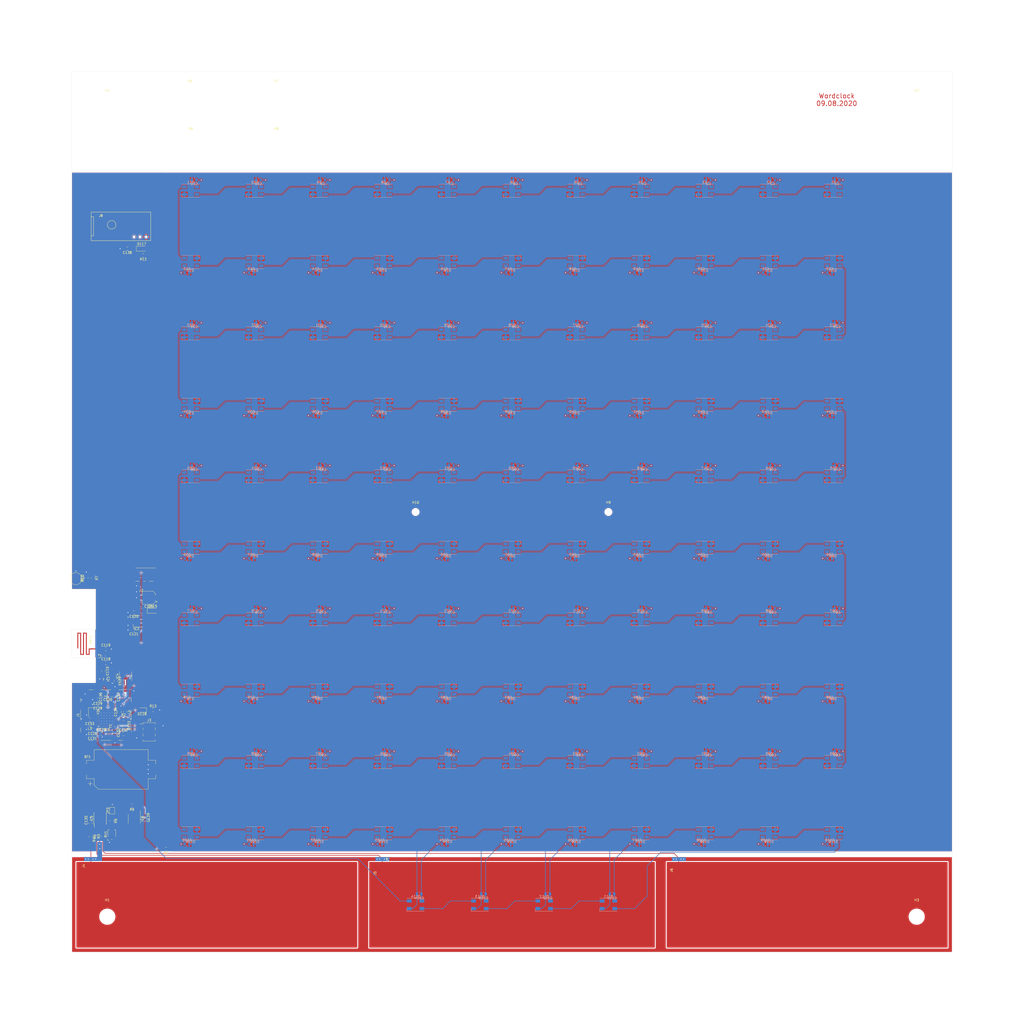
<source format=kicad_pcb>
(kicad_pcb (version 20171130) (host pcbnew "(5.1.5)-3")
  (layers (0 F.Cu signal) (31 B.Cu signal) (34 B.Paste user hide) (35 F.Paste user hide) (36 B.SilkS user hide) (37 F.SilkS user hide) (38 B.Mask user hide) (39 F.Mask user hide) (44 Edge.Cuts user))
  (net 0 "")
  (net 1 GND)
  (net 2 +5V)
  (net 3 "Net-(D10-Pad2)")
  (net 4 "Net-(D10-Pad4)")
  (net 5 "Net-(D100-Pad2)")
  (net 6 "Net-(D100-Pad4)")
  (net 7 +3V3)
  (net 8 "Net-(D1-Pad2)")
  (net 9 "Net-(D2-Pad2)")
  (net 10 "Net-(D3-Pad2)")
  (net 11 "Net-(D4-Pad2)")
  (net 12 "Net-(D5-Pad2)")
  (net 13 "Net-(D6-Pad2)")
  (net 14 "Net-(D7-Pad2)")
  (net 15 "Net-(D8-Pad2)")
  (net 16 "Net-(D11-Pad2)")
  (net 17 "Net-(D12-Pad2)")
  (net 18 "Net-(D13-Pad2)")
  (net 19 "Net-(D14-Pad2)")
  (net 20 "Net-(D15-Pad2)")
  (net 21 "Net-(D16-Pad2)")
  (net 22 "Net-(D17-Pad2)")
  (net 23 "Net-(D18-Pad2)")
  (net 24 "Net-(D19-Pad2)")
  (net 25 "Net-(D20-Pad2)")
  (net 26 "Net-(D21-Pad2)")
  (net 27 "Net-(D22-Pad2)")
  (net 28 "Net-(D23-Pad2)")
  (net 29 "Net-(D24-Pad2)")
  (net 30 "Net-(D25-Pad2)")
  (net 31 "Net-(D26-Pad2)")
  (net 32 "Net-(D27-Pad2)")
  (net 33 "Net-(D28-Pad2)")
  (net 34 "Net-(D29-Pad2)")
  (net 35 "Net-(D30-Pad2)")
  (net 36 "Net-(D31-Pad2)")
  (net 37 "Net-(D32-Pad2)")
  (net 38 "Net-(D33-Pad2)")
  (net 39 "Net-(D34-Pad2)")
  (net 40 "Net-(D35-Pad2)")
  (net 41 "Net-(D36-Pad2)")
  (net 42 "Net-(D37-Pad2)")
  (net 43 "Net-(D38-Pad2)")
  (net 44 "Net-(D39-Pad2)")
  (net 45 "Net-(D40-Pad2)")
  (net 46 "Net-(D41-Pad2)")
  (net 47 "Net-(D42-Pad2)")
  (net 48 "Net-(D43-Pad2)")
  (net 49 "Net-(D44-Pad2)")
  (net 50 "Net-(D45-Pad2)")
  (net 51 "Net-(D46-Pad2)")
  (net 52 "Net-(D47-Pad2)")
  (net 53 "Net-(D48-Pad2)")
  (net 54 "Net-(D49-Pad2)")
  (net 55 "Net-(D50-Pad2)")
  (net 56 "Net-(D51-Pad2)")
  (net 57 "Net-(D52-Pad2)")
  (net 58 "Net-(D53-Pad2)")
  (net 59 "Net-(D54-Pad2)")
  (net 60 "Net-(D55-Pad2)")
  (net 61 "Net-(D56-Pad2)")
  (net 62 "Net-(D57-Pad2)")
  (net 63 "Net-(D58-Pad2)")
  (net 64 "Net-(D59-Pad2)")
  (net 65 "Net-(D60-Pad2)")
  (net 66 "Net-(D61-Pad2)")
  (net 67 "Net-(D62-Pad2)")
  (net 68 "Net-(D63-Pad2)")
  (net 69 "Net-(D64-Pad2)")
  (net 70 "Net-(D65-Pad2)")
  (net 71 "Net-(D66-Pad2)")
  (net 72 "Net-(D67-Pad2)")
  (net 73 "Net-(D68-Pad2)")
  (net 74 "Net-(D69-Pad2)")
  (net 75 "Net-(D70-Pad2)")
  (net 76 "Net-(D71-Pad2)")
  (net 77 "Net-(D72-Pad2)")
  (net 78 "Net-(D73-Pad2)")
  (net 79 "Net-(D74-Pad2)")
  (net 80 "Net-(D75-Pad2)")
  (net 81 "Net-(D76-Pad2)")
  (net 82 "Net-(D77-Pad2)")
  (net 83 "Net-(D78-Pad2)")
  (net 84 "Net-(D79-Pad2)")
  (net 85 "Net-(D80-Pad2)")
  (net 86 "Net-(D81-Pad2)")
  (net 87 "Net-(D82-Pad2)")
  (net 88 "Net-(D83-Pad2)")
  (net 89 "Net-(D84-Pad2)")
  (net 90 "Net-(D85-Pad2)")
  (net 91 "Net-(D86-Pad2)")
  (net 92 "Net-(D87-Pad2)")
  (net 93 "Net-(D88-Pad2)")
  (net 94 "Net-(D89-Pad2)")
  (net 95 "Net-(D90-Pad2)")
  (net 96 "Net-(D91-Pad2)")
  (net 97 "Net-(D92-Pad2)")
  (net 98 "Net-(D93-Pad2)")
  (net 99 "Net-(D94-Pad2)")
  (net 100 "Net-(D95-Pad2)")
  (net 101 "Net-(D96-Pad2)")
  (net 102 "Net-(D97-Pad2)")
  (net 103 "Net-(D98-Pad2)")
  (net 104 "Net-(D101-Pad2)")
  (net 105 "Net-(D102-Pad2)")
  (net 106 "Net-(D103-Pad2)")
  (net 107 "Net-(D104-Pad2)")
  (net 108 "Net-(D105-Pad2)")
  (net 109 "Net-(D106-Pad2)")
  (net 110 "Net-(D107-Pad2)")
  (net 111 "Net-(D108-Pad2)")
  (net 112 "Net-(D109-Pad2)")
  (net 113 "Net-(D110-Pad2)")
  (net 114 "Net-(D111-Pad2)")
  (net 115 "Net-(D112-Pad2)")
  (net 116 "Net-(D113-Pad2)")
  (net 117 /SK6812)
  (net 118 /T3)
  (net 119 /T1)
  (net 120 /T2)
  (net 121 /Guard)
  (net 122 "Net-(ANT1-Pad1)")
  (net 123 "Net-(BT1-Pad1)")
  (net 124 "Net-(C115-Pad2)")
  (net 125 "Net-(C115-Pad1)")
  (net 126 "Net-(C116-Pad1)")
  (net 127 "Net-(C117-Pad1)")
  (net 128 +4V)
  (net 129 "Net-(C122-Pad1)")
  (net 130 "Net-(C123-Pad1)")
  (net 131 "Net-(C133-Pad1)")
  (net 132 "Net-(C134-Pad1)")
  (net 133 "Net-(C138-Pad1)")
  (net 134 "Net-(IC3-Pad4)")
  (net 135 /NRST)
  (net 136 /LDR)
  (net 137 /TCO)
  (net 138 /CS_E)
  (net 139 /CLK)
  (net 140 /MISO)
  (net 141 /MOSI)
  (net 142 "Net-(IC3-Pad24)")
  (net 143 "Net-(IC3-Pad25)")
  (net 144 "Net-(IC3-Pad33)")
  (net 145 /SWDIO)
  (net 146 /SWCLK)
  (net 147 /MTO0)
  (net 148 /MTO1)
  (net 149 /MTO3)
  (net 150 /DQ)
  (net 151 "Net-(IC5-Pad2)")
  (net 152 "Net-(IC5-Pad3)")
  (net 153 "Net-(IC5-Pad6)")
  (net 154 "Net-(IC5-Pad10)")
  (net 155 "Net-(IC5-Pad11)")
  (net 156 "Net-(R6-Pad2)")
  (net 157 "Net-(D118-Pad1)")
  (net 158 "Net-(D118-Pad2)")
  (module Wordclock_V1:MountingHole_3mm (layer F.Cu) (at 144.5 185)
    (fp_text reference H10 (at 0 -4) (layer F.SilkS))
    (fp_text value MountingHole_DCF77)
    (pad 1 np_thru_hole circle (at 0 0) (size 3 3) (drill 3) (layers *.Cu *.Mask))
  )
  (module Wordclock_V1:MountingHole_3mm (layer F.Cu) (at 225.5 185)
    (fp_text reference H9 (at 0 -4) (layer F.SilkS))
    (fp_text value MountingHole_DCF77)
    (pad 1 np_thru_hole circle (at 0 0) (size 3 3) (drill 3) (layers *.Cu *.Mask))
  )
  (module Wordclock_V1:DCF77_ELV (layer F.Cu) (at 7.2 58)
    (fp_text reference J8 (at 5.08 2.54 180) (layer F.SilkS))
    (fp_text value DCF77)
    (pad TCO thru_hole circle (at 21.59 11.43 270) (size 1.524 1.524) (drill 1) (layers *.Cu *.Mask) (net 137 /TCO))
    (pad GND thru_hole circle (at 24.13 11.43 270) (size 1.524 1.524) (drill 1) (layers *.Cu *.Mask) (net 1 GND))
    (pad VCC thru_hole circle (at 19.05 11.43 270) (size 1.524 1.524) (drill 1) (layers *.Cu *.Mask) (net 133 "Net-(C138-Pad1)"))
  )
  (module Wordclock_V1:LED_SK6812_PLCC4_5.0x5.0mm_P3.2mm (layer B.Cu) (at 50 320)
    (fp_text reference D100 (at 0 3.5) (layer B.SilkS) (effects (justify mirror)))
    (fp_text value SK6812)
    (pad 1 smd rect (at 2.65 -1.6) (size 2 1.4) (layers B.Cu B.Paste B.Mask) (net 1 GND))
    (pad 2 smd rect (at 2.65 1.6) (size 2 1.4) (layers B.Cu B.Paste B.Mask) (net 5 "Net-(D100-Pad2)"))
    (pad 4 smd rect (at -2.65 -1.6) (size 2 1.4) (layers B.Cu B.Paste B.Mask) (net 6 "Net-(D100-Pad4)"))
    (pad 3 smd rect (at -2.65 1.6) (size 2 1.4) (layers B.Cu B.Paste B.Mask) (net 2 +5V))
  )
  (module Wordclock_V1:R_0805_2012Metric (layer F.Cu) (at 16.9 314.75 270)
    (fp_text reference R6 (at 0 -1.65 90) (layer F.SilkS))
    (fp_text value 10k)
    (pad 1 smd roundrect (at -0.9375 0 270) (size 0.975 1.4) (layers F.Cu F.Paste F.Mask) (net 155 "Net-(IC5-Pad11)"))
    (pad 2 smd roundrect (at 0.9375 0 270) (size 0.975 1.4) (layers F.Cu F.Paste F.Mask) (net 156 "Net-(R6-Pad2)"))
  )
  (module Wordclock_V1:R_0805_2012Metric (layer F.Cu) (at 13.1 321.35 270)
    (fp_text reference R3 (at -0.1 1.7 90) (layer F.SilkS))
    (fp_text value 4k7)
    (pad 1 smd roundrect (at -0.9375 0 270) (size 0.975 1.4) (layers F.Cu F.Paste F.Mask) (net 153 "Net-(IC5-Pad6)"))
    (pad 2 smd roundrect (at 0.9375 0 270) (size 0.975 1.4) (layers F.Cu F.Paste F.Mask) (net 118 /T3))
  )
  (module Wordclock_V1:Potentiometer_Bourns_TC33X_Vertical (layer F.Cu) (at 16.9 320.35 90)
    (fp_text reference RV1 (at 0 -2.5 90) (layer F.SilkS))
    (fp_text value "TC33X-2-103E (20k)")
    (pad 1 smd rect (at -1.8 -1 90) (size 1.2 1.2) (layers F.Cu F.Paste F.Mask) (net 1 GND))
    (pad 3 smd rect (at -1.8 1 90) (size 1.2 1.2) (layers F.Cu F.Paste F.Mask) (net 7 +3V3))
    (pad 2 smd rect (at 1.45 0 90) (size 1.5 1.6) (layers F.Cu F.Paste F.Mask) (net 156 "Net-(R6-Pad2)"))
  )
  (module Wordclock_V1:R_0805_2012Metric (layer F.Cu) (at 39.75 326.55 180)
    (fp_text reference R1 (at 0 -1.65) (layer F.SilkS))
    (fp_text value 470)
    (pad 1 smd roundrect (at -0.9375 0 180) (size 0.975 1.4) (layers F.Cu F.Paste F.Mask) (net 2 +5V))
    (pad 2 smd roundrect (at 0.9375 0 180) (size 0.975 1.4) (layers F.Cu F.Paste F.Mask) (net 117 /SK6812))
  )
  (module Wordclock_V1:SO-8_3.9x4.9mm_P1.27mm (layer F.Cu) (at 26.35 313.85 270)
    (fp_text reference IC6 (at 0 -3.4 90) (layer F.SilkS))
    (fp_text value DS18B20Z+)
    (pad 8 smd roundrect (at 2.575 -1.905 270) (size 1.75 0.6) (layers F.Cu F.Paste F.Mask))
    (pad 7 smd roundrect (at 2.575 -0.635 270) (size 1.75 0.6) (layers F.Cu F.Paste F.Mask))
    (pad 6 smd roundrect (at 2.575 0.635 270) (size 1.75 0.6) (layers F.Cu F.Paste F.Mask))
    (pad 5 smd roundrect (at 2.575 1.905 270) (size 1.75 0.6) (layers F.Cu F.Paste F.Mask) (net 1 GND))
    (pad 4 smd roundrect (at -2.575 1.905 270) (size 1.75 0.6) (layers F.Cu F.Paste F.Mask) (net 150 /DQ))
    (pad 3 smd roundrect (at -2.575 0.635 270) (size 1.75 0.6) (layers F.Cu F.Paste F.Mask) (net 7 +3V3))
    (pad 2 smd roundrect (at -2.575 -0.635 270) (size 1.75 0.6) (layers F.Cu F.Paste F.Mask))
    (pad 1 smd roundrect (at -2.575 -1.905 270) (size 1.75 0.6) (layers F.Cu F.Paste F.Mask))
  )
  (module Wordclock_V1:SolderJumper-2_P1.3mm_Open_TrianglePad1.0x1.5mm (layer F.Cu) (at 17.05 310.45 90)
    (fp_text reference JP3 (at 0 -1.8 90) (layer F.SilkS))
    (fp_text value Jumper)
    (pad 2 smd custom (at 0.725 0 90) (size 0.3 0.3) (layers F.Cu F.Mask) (net 1 GND) (options (clearance outline) (anchor rect)) (primitives (gr_poly (pts (xy -0.65 -0.75) (xy 0.5 -0.75) (xy 0.5 0.75) (xy -0.65 0.75) (xy -0.15 0)) (width 0))))
    (pad 1 smd custom (at -0.725 0 90) (size 0.3 0.3) (layers F.Cu F.Mask) (net 154 "Net-(IC5-Pad10)") (options (clearance outline) (anchor rect)) (primitives (gr_poly (pts (xy -0.5 -0.75) (xy 0.5 -0.75) (xy 1 0) (xy 0.5 0.75) (xy -0.5 0.75)) (width 0))))
  )
  (module Wordclock_V1:pad (layer F.Cu) (at 8.1 333.7 90)
    (fp_text reference J4 (at 0 -3 90) (layer F.SilkS))
    (fp_text value Taster1)
    (pad 1 smd rect (at 0 0 90) (size 1 1) (layers F.Cu) (net 119 /T1))
  )
  (module Wordclock_V1:C_0805_2012Metric (layer F.Cu) (at 30.6 313.35 270)
    (fp_text reference C139 (at 0 -1.65 90) (layer F.SilkS))
    (fp_text value 100n)
    (pad 2 smd roundrect (at 0.9375 0 270) (size 0.975 1.4) (layers F.Cu F.Paste F.Mask) (net 1 GND))
    (pad 1 smd roundrect (at -0.9375 0 270) (size 0.975 1.4) (layers F.Cu F.Paste F.Mask) (net 7 +3V3))
  )
  (module Wordclock_V1:R_0805_2012Metric (layer F.Cu) (at 8.1 321.35 270)
    (fp_text reference R5 (at 0 -1.65 90) (layer F.SilkS))
    (fp_text value 4k7)
    (pad 1 smd roundrect (at -0.9375 0 270) (size 0.975 1.4) (layers F.Cu F.Paste F.Mask) (net 151 "Net-(IC5-Pad2)"))
    (pad 2 smd roundrect (at 0.9375 0 270) (size 0.975 1.4) (layers F.Cu F.Paste F.Mask) (net 119 /T1))
  )
  (module Wordclock_V1:R_0805_2012Metric (layer F.Cu) (at 25.35 308.35 180)
    (fp_text reference R9 (at 0 -1.65) (layer F.SilkS))
    (fp_text value 4k7)
    (pad 1 smd roundrect (at -0.9375 0 180) (size 0.975 1.4) (layers F.Cu F.Paste F.Mask) (net 7 +3V3))
    (pad 2 smd roundrect (at 0.9375 0 180) (size 0.975 1.4) (layers F.Cu F.Paste F.Mask) (net 150 /DQ))
  )
  (module Wordclock_V1:R_0805_2012Metric (layer F.Cu) (at 10.6 321.35 270)
    (fp_text reference R4 (at 1.3 1.1 90) (layer F.SilkS))
    (fp_text value 4k7)
    (pad 1 smd roundrect (at -0.9375 0 270) (size 0.975 1.4) (layers F.Cu F.Paste F.Mask) (net 152 "Net-(IC5-Pad3)"))
    (pad 2 smd roundrect (at 0.9375 0 270) (size 0.975 1.4) (layers F.Cu F.Paste F.Mask) (net 120 /T2))
  )
  (module Wordclock_V1:C_0805_2012Metric (layer F.Cu) (at 8 315.75 90)
    (fp_text reference C135 (at 1.3 -1.9 90) (layer F.SilkS))
    (fp_text value 100n)
    (pad 2 smd roundrect (at 0.9375 0 90) (size 0.975 1.4) (layers F.Cu F.Paste F.Mask) (net 1 GND))
    (pad 1 smd roundrect (at -0.9375 0 90) (size 0.975 1.4) (layers F.Cu F.Paste F.Mask) (net 7 +3V3))
  )
  (module Wordclock_V1:TSSOP-14_4.4x5mm_P0.65mm (layer F.Cu) (at 12 313.75 90)
    (fp_text reference IC5 (at 0 -3.55 90) (layer F.SilkS))
    (fp_text value MTCH105-I/ST)
    (pad 1 smd rect (at -2.95 -1.95 90) (size 1.45 0.45) (layers F.Cu F.Paste F.Mask) (net 7 +3V3))
    (pad 2 smd rect (at -2.95 -1.3 90) (size 1.45 0.45) (layers F.Cu F.Paste F.Mask) (net 151 "Net-(IC5-Pad2)"))
    (pad 3 smd rect (at -2.95 -0.65 90) (size 1.45 0.45) (layers F.Cu F.Paste F.Mask) (net 152 "Net-(IC5-Pad3)"))
    (pad 4 smd rect (at -2.95 0 90) (size 1.45 0.45) (layers F.Cu F.Paste F.Mask) (net 7 +3V3))
    (pad 5 smd rect (at -2.95 0.65 90) (size 1.45 0.45) (layers F.Cu F.Paste F.Mask) (net 121 /Guard))
    (pad 6 smd rect (at -2.95 1.3 90) (size 1.45 0.45) (layers F.Cu F.Paste F.Mask) (net 153 "Net-(IC5-Pad6)"))
    (pad 7 smd rect (at -2.95 1.95 90) (size 1.45 0.45) (layers F.Cu F.Paste F.Mask))
    (pad 8 smd rect (at 2.95 1.95 90) (size 1.45 0.45) (layers F.Cu F.Paste F.Mask))
    (pad 9 smd rect (at 2.95 1.3 90) (size 1.45 0.45) (layers F.Cu F.Paste F.Mask) (net 149 /MTO3))
    (pad 10 smd rect (at 2.95 0.65 90) (size 1.45 0.45) (layers F.Cu F.Paste F.Mask) (net 154 "Net-(IC5-Pad10)"))
    (pad 11 smd rect (at 2.95 0 90) (size 1.45 0.45) (layers F.Cu F.Paste F.Mask) (net 155 "Net-(IC5-Pad11)"))
    (pad 12 smd rect (at 2.95 -0.65 90) (size 1.45 0.45) (layers F.Cu F.Paste F.Mask) (net 148 /MTO1))
    (pad 13 smd rect (at 2.95 -1.3 90) (size 1.45 0.45) (layers F.Cu F.Paste F.Mask) (net 147 /MTO0))
    (pad 14 smd rect (at 2.95 -1.95 90) (size 1.45 0.45) (layers F.Cu F.Paste F.Mask) (net 1 GND))
  )
  (module Wordclock_V1:C_0805_2012Metric (layer B.Cu) (at 48.5 324.5 180)
    (fp_text reference C100 (at 0 1.65) (layer B.SilkS) (effects (justify mirror)))
    (fp_text value C)
    (pad 2 smd roundrect (at 0.9375 0 180) (size 0.975 1.4) (layers B.Cu B.Paste B.Mask) (net 2 +5V))
    (pad 1 smd roundrect (at -0.9375 0 180) (size 0.975 1.4) (layers B.Cu B.Paste B.Mask) (net 1 GND))
  )
  (module Wordclock_V1:LED_SK6812_PLCC4_5.0x5.0mm_P3.2mm (layer B.Cu) (at 77 320)
    (fp_text reference D101 (at 0 3.5) (layer B.SilkS) (effects (justify mirror)))
    (fp_text value SK6812)
    (pad 1 smd rect (at 2.65 -1.6) (size 2 1.4) (layers B.Cu B.Paste B.Mask) (net 1 GND))
    (pad 2 smd rect (at 2.65 1.6) (size 2 1.4) (layers B.Cu B.Paste B.Mask) (net 104 "Net-(D101-Pad2)"))
    (pad 4 smd rect (at -2.65 -1.6) (size 2 1.4) (layers B.Cu B.Paste B.Mask) (net 5 "Net-(D100-Pad2)"))
    (pad 3 smd rect (at -2.65 1.6) (size 2 1.4) (layers B.Cu B.Paste B.Mask) (net 2 +5V))
  )
  (module Wordclock_V1:LED_SK6812_PLCC4_5.0x5.0mm_P3.2mm (layer B.Cu) (at 50 290 180)
    (fp_text reference D99 (at 0 3.5) (layer B.SilkS) (effects (justify mirror)))
    (fp_text value SK6812)
    (pad 1 smd rect (at 2.65 -1.6 180) (size 2 1.4) (layers B.Cu B.Paste B.Mask) (net 1 GND))
    (pad 2 smd rect (at 2.65 1.6 180) (size 2 1.4) (layers B.Cu B.Paste B.Mask) (net 6 "Net-(D100-Pad4)"))
    (pad 4 smd rect (at -2.65 -1.6 180) (size 2 1.4) (layers B.Cu B.Paste B.Mask) (net 103 "Net-(D98-Pad2)"))
    (pad 3 smd rect (at -2.65 1.6 180) (size 2 1.4) (layers B.Cu B.Paste B.Mask) (net 2 +5V))
  )
  (module Wordclock_V1:LED_SK6812_PLCC4_5.0x5.0mm_P3.2mm (layer B.Cu) (at 77 290 180)
    (fp_text reference D98 (at 0 3.5) (layer B.SilkS) (effects (justify mirror)))
    (fp_text value SK6812)
    (pad 1 smd rect (at 2.65 -1.6 180) (size 2 1.4) (layers B.Cu B.Paste B.Mask) (net 1 GND))
    (pad 2 smd rect (at 2.65 1.6 180) (size 2 1.4) (layers B.Cu B.Paste B.Mask) (net 103 "Net-(D98-Pad2)"))
    (pad 4 smd rect (at -2.65 -1.6 180) (size 2 1.4) (layers B.Cu B.Paste B.Mask) (net 102 "Net-(D97-Pad2)"))
    (pad 3 smd rect (at -2.65 1.6 180) (size 2 1.4) (layers B.Cu B.Paste B.Mask) (net 2 +5V))
  )
  (module Wordclock_V1:MountingHole_6mm (layer F.Cu) (at 15 355)
    (fp_text reference H1 (at 0 -7) (layer F.SilkS))
    (fp_text value MountingHole)
    (pad 1 np_thru_hole circle (at 0 0) (size 6 6) (drill 6) (layers *.Cu *.Mask))
  )
  (module Wordclock_V1:C_0805_2012Metric (layer B.Cu) (at 75.5 324.5 180)
    (fp_text reference C101 (at 0 1.65) (layer B.SilkS) (effects (justify mirror)))
    (fp_text value C)
    (pad 2 smd roundrect (at 0.9375 0 180) (size 0.975 1.4) (layers B.Cu B.Paste B.Mask) (net 2 +5V))
    (pad 1 smd roundrect (at -0.9375 0 180) (size 0.975 1.4) (layers B.Cu B.Paste B.Mask) (net 1 GND))
  )
  (module Wordclock_V1:L_0805_2012Metric (layer F.Cu) (at 15.95 262.7 90)
    (fp_text reference L1 (at 0 -1.65 90) (layer F.SilkS))
    (fp_text value ?)
    (pad 1 smd roundrect (at -0.9375 0 90) (size 0.975 1.4) (layers F.Cu F.Paste F.Mask) (net 126 "Net-(C116-Pad1)"))
    (pad 2 smd roundrect (at 0.9375 0 90) (size 0.975 1.4) (layers F.Cu F.Paste F.Mask) (net 127 "Net-(C117-Pad1)"))
  )
  (module Wordclock_V1:Wuerth_36103205_20x20mm (layer F.Cu) (at 14.4 270.3 90)
    (fp_text reference J1 (at 0 -11.75 90) (layer F.SilkS))
    (fp_text value 36103205)
    (pad 1 smd rect (at -10.25 -10.25 90) (size 1 1) (layers F.Cu F.Paste F.Mask) (net 1 GND))
    (pad 1 smd rect (at 10.25 -10.25 90) (size 1 1) (layers F.Cu F.Paste F.Mask) (net 1 GND))
    (pad 1 smd rect (at 10.25 10.25 90) (size 1 1) (layers F.Cu F.Paste F.Mask) (net 1 GND))
    (pad 1 smd rect (at -10.25 10.25 90) (size 1 1) (layers F.Cu F.Paste F.Mask) (net 1 GND))
    (pad 1 smd rect (at -8.6 -10.25 90) (size 2.3 1) (layers F.Cu F.Paste F.Mask) (net 1 GND))
    (pad 1 smd rect (at -8.6 10.25 90) (size 2.3 1) (layers F.Cu F.Paste F.Mask) (net 1 GND))
    (pad 1 smd rect (at -3.75 -10.25 90) (size 2.6 1) (layers F.Cu F.Paste F.Mask) (net 1 GND))
    (pad 1 smd rect (at -3.75 10.25 90) (size 2.6 1) (layers F.Cu F.Paste F.Mask) (net 1 GND))
    (pad 1 smd rect (at 3.75 -10.25 90) (size 2.6 1) (layers F.Cu F.Paste F.Mask) (net 1 GND))
    (pad 1 smd rect (at 3.75 10.25 90) (size 2.6 1) (layers F.Cu F.Paste F.Mask) (net 1 GND))
    (pad 1 smd rect (at 8.6 -10.25 90) (size 2.3 1) (layers F.Cu F.Paste F.Mask) (net 1 GND))
    (pad 1 smd rect (at 8.6 10.25 90) (size 2.3 1) (layers F.Cu F.Paste F.Mask) (net 1 GND))
    (pad 1 smd rect (at -10.25 -8.6 90) (size 1 2.3) (layers F.Cu F.Paste F.Mask) (net 1 GND))
    (pad 1 smd rect (at 10.25 -8.6 90) (size 1 2.3) (layers F.Cu F.Paste F.Mask) (net 1 GND))
    (pad 1 smd rect (at -10.25 -3.75 90) (size 1 2.6) (layers F.Cu F.Paste F.Mask) (net 1 GND))
    (pad 1 smd rect (at 10.25 -3.75 90) (size 1 2.6) (layers F.Cu F.Paste F.Mask) (net 1 GND))
    (pad 1 smd rect (at -10.25 3.75 90) (size 1 2.6) (layers F.Cu F.Paste F.Mask) (net 1 GND))
    (pad 1 smd rect (at 10.25 3.75 90) (size 1 2.6) (layers F.Cu F.Paste F.Mask) (net 1 GND))
    (pad 1 smd rect (at -10.25 8.6 90) (size 1 2.3) (layers F.Cu F.Paste F.Mask) (net 1 GND))
    (pad 1 smd rect (at 10.25 8.6 90) (size 1 2.3) (layers F.Cu F.Paste F.Mask) (net 1 GND))
  )
  (module Wordclock_V1:SO-8_3.9x4.9mm_P1.27mm (layer F.Cu) (at 22.7 254 90)
    (fp_text reference IC4 (at 0 -3.4 90) (layer F.SilkS))
    (fp_text value M95M01-DFMN6TP)
    (pad 8 smd roundrect (at 2.575 -1.905 90) (size 1.75 0.6) (layers F.Cu F.Paste F.Mask) (net 7 +3V3))
    (pad 7 smd roundrect (at 2.575 -0.635 90) (size 1.75 0.6) (layers F.Cu F.Paste F.Mask) (net 7 +3V3))
    (pad 6 smd roundrect (at 2.575 0.635 90) (size 1.75 0.6) (layers F.Cu F.Paste F.Mask) (net 139 /CLK))
    (pad 5 smd roundrect (at 2.575 1.905 90) (size 1.75 0.6) (layers F.Cu F.Paste F.Mask) (net 141 /MOSI))
    (pad 4 smd roundrect (at -2.575 1.905 90) (size 1.75 0.6) (layers F.Cu F.Paste F.Mask) (net 1 GND))
    (pad 3 smd roundrect (at -2.575 0.635 90) (size 1.75 0.6) (layers F.Cu F.Paste F.Mask) (net 7 +3V3))
    (pad 2 smd roundrect (at -2.575 -0.635 90) (size 1.75 0.6) (layers F.Cu F.Paste F.Mask) (net 140 /MISO))
    (pad 1 smd roundrect (at -2.575 -1.905 90) (size 1.75 0.6) (layers F.Cu F.Paste F.Mask) (net 138 /CS_E))
  )
  (module Wordclock_V1:C_0805_2012Metric (layer F.Cu) (at 20.15 269 90)
    (fp_text reference C134 (at 0 -1.65 90) (layer F.SilkS))
    (fp_text value 100n)
    (pad 2 smd roundrect (at 0.9375 0 90) (size 0.975 1.4) (layers F.Cu F.Paste F.Mask) (net 1 GND))
    (pad 1 smd roundrect (at -0.9375 0 90) (size 0.975 1.4) (layers F.Cu F.Paste F.Mask) (net 132 "Net-(C134-Pad1)"))
  )
  (module Wordclock_V1:C_0805_2012Metric (layer F.Cu) (at 15.2 265.5)
    (fp_text reference C130 (at 0 -1.65) (layer F.SilkS))
    (fp_text value 100n)
    (pad 2 smd roundrect (at 0.9375 0) (size 0.975 1.4) (layers F.Cu F.Paste F.Mask) (net 1 GND))
    (pad 1 smd roundrect (at -0.9375 0) (size 0.975 1.4) (layers F.Cu F.Paste F.Mask) (net 7 +3V3))
  )
  (module Wordclock_V1:C_0805_2012Metric (layer F.Cu) (at 18.65 256 270)
    (fp_text reference C124 (at 0 -1.65 90) (layer F.SilkS))
    (fp_text value 100n)
    (pad 2 smd roundrect (at 0.9375 0 270) (size 0.975 1.4) (layers F.Cu F.Paste F.Mask) (net 1 GND))
    (pad 1 smd roundrect (at -0.9375 0 270) (size 0.975 1.4) (layers F.Cu F.Paste F.Mask) (net 7 +3V3))
  )
  (module Wordclock_V1:C_0805_2012Metric (layer F.Cu) (at 18.05 262.6875 270)
    (fp_text reference C117 (at 0 -1.65 90) (layer F.SilkS))
    (fp_text value 0.3p)
    (pad 2 smd roundrect (at 0.9375 0 270) (size 0.975 1.4) (layers F.Cu F.Paste F.Mask) (net 1 GND))
    (pad 1 smd roundrect (at -0.9375 0 270) (size 0.975 1.4) (layers F.Cu F.Paste F.Mask) (net 127 "Net-(C117-Pad1)"))
  )
  (module Wordclock_V1:Crystal_Epson_FC135 (layer F.Cu) (at 20.3 274.95 90)
    (fp_text reference Y1 (at 0 -4 90) (layer F.SilkS))
    (fp_text value "FC-135 32.7680KA-A")
    (pad 2 smd rect (at 1.25 0 90) (size 1 1.8) (layers F.Cu F.Paste F.Mask) (net 130 "Net-(C123-Pad1)"))
    (pad 1 smd rect (at -1.25 0 90) (size 1 1.8) (layers F.Cu F.Paste F.Mask) (net 129 "Net-(C122-Pad1)"))
  )
  (module Wordclock_V1:L_0805_2012Metric (layer F.Cu) (at 7.65 274.3 180)
    (fp_text reference L3 (at 0 -1.65) (layer F.SilkS))
    (fp_text value 10u)
    (pad 1 smd roundrect (at -0.9375 0 180) (size 0.975 1.4) (layers F.Cu F.Paste F.Mask) (net 144 "Net-(IC3-Pad33)"))
    (pad 2 smd roundrect (at 0.9375 0 180) (size 0.975 1.4) (layers F.Cu F.Paste F.Mask) (net 131 "Net-(C133-Pad1)"))
  )
  (module Wordclock_V1:L_0805_2012Metric (layer F.Cu) (at 22.5 269 270)
    (fp_text reference L4 (at 0 -1.65 90) (layer F.SilkS))
    (fp_text value 47u)
    (pad 1 smd roundrect (at -0.9375 0 270) (size 0.975 1.4) (layers F.Cu F.Paste F.Mask) (net 7 +3V3))
    (pad 2 smd roundrect (at 0.9375 0 270) (size 0.975 1.4) (layers F.Cu F.Paste F.Mask) (net 132 "Net-(C134-Pad1)"))
  )
  (module Wordclock_V1:RFBPF1608070A0T (layer F.Cu) (at 13.4 255.1 270)
    (fp_text reference IC1 (at 0 -2 90) (layer F.SilkS))
    (fp_text value RFBPF1608070A0T)
    (pad 1 smd rect (at 0.9 0 270) (size 0.4 0.5) (layers F.Cu F.Paste F.Mask) (net 127 "Net-(C117-Pad1)"))
    (pad 3 smd rect (at -0.9 0 270) (size 0.4 0.5) (layers F.Cu F.Paste F.Mask) (net 124 "Net-(C115-Pad2)"))
    (pad 4 smd rect (at 0 0.5 270) (size 1 0.4) (layers F.Cu F.Paste F.Mask) (net 1 GND))
    (pad 2 smd rect (at 0 -0.5 270) (size 1 0.4) (layers F.Cu F.Paste F.Mask) (net 1 GND))
  )
  (module Wordclock_V1:Crystal_SMD_Abracon_ABM8G-4Pin_3.2x2.5mm (layer F.Cu) (at 8.75 269.15 270)
    (fp_text reference Y2 (at 0 -2.45 90) (layer F.SilkS))
    (fp_text value ABM8AIG-32.000MHz-8-2Z-T)
    (pad 1 smd rect (at -1.1 0.85 270) (size 1.4 1.2) (layers F.Cu F.Paste F.Mask) (net 142 "Net-(IC3-Pad24)"))
    (pad 2 smd rect (at 1.1 0.85 270) (size 1.4 1.2) (layers F.Cu F.Paste F.Mask) (net 1 GND))
    (pad 3 smd rect (at 1.1 -0.85 270) (size 1.4 1.2) (layers F.Cu F.Paste F.Mask) (net 143 "Net-(IC3-Pad25)"))
    (pad 4 smd rect (at -1.1 -0.85 270) (size 1.4 1.2) (layers F.Cu F.Paste F.Mask) (net 1 GND))
  )
  (module Wordclock_V1:VQFN-48-1EP_7x7mm_P0.5mm_EP5.15x5.15mm_ThermalVias (layer F.Cu) (at 14.8 271.65 180)
    (fp_text reference IC3 (at 0 -4.82) (layer F.SilkS))
    (fp_text value STM32WB55CEU6)
    (pad 49 smd roundrect (at 0 0 180) (size 5.15 5.15) (layers F.Cu F.Mask) (roundrect_rratio 0.048544) (net 1 GND))
    (pad 49 thru_hole circle (at -2.325 -2.325 180) (size 0.5 0.5) (drill 0.2) (layers *.Cu) (net 1 GND))
    (pad 49 thru_hole circle (at -1.1625 -2.325 180) (size 0.5 0.5) (drill 0.2) (layers *.Cu) (net 1 GND))
    (pad 49 thru_hole circle (at 0 -2.325 180) (size 0.5 0.5) (drill 0.2) (layers *.Cu) (net 1 GND))
    (pad 49 thru_hole circle (at 1.1625 -2.325 180) (size 0.5 0.5) (drill 0.2) (layers *.Cu) (net 1 GND))
    (pad 49 thru_hole circle (at 2.325 -2.325 180) (size 0.5 0.5) (drill 0.2) (layers *.Cu) (net 1 GND))
    (pad 49 thru_hole circle (at -2.325 -1.1625 180) (size 0.5 0.5) (drill 0.2) (layers *.Cu) (net 1 GND))
    (pad 49 thru_hole circle (at -1.1625 -1.1625 180) (size 0.5 0.5) (drill 0.2) (layers *.Cu) (net 1 GND))
    (pad 49 thru_hole circle (at 0 -1.1625 180) (size 0.5 0.5) (drill 0.2) (layers *.Cu) (net 1 GND))
    (pad 49 thru_hole circle (at 1.1625 -1.1625 180) (size 0.5 0.5) (drill 0.2) (layers *.Cu) (net 1 GND))
    (pad 49 thru_hole circle (at 2.325 -1.1625 180) (size 0.5 0.5) (drill 0.2) (layers *.Cu) (net 1 GND))
    (pad 49 thru_hole circle (at -2.325 0 180) (size 0.5 0.5) (drill 0.2) (layers *.Cu) (net 1 GND))
    (pad 49 thru_hole circle (at -1.1625 0 180) (size 0.5 0.5) (drill 0.2) (layers *.Cu) (net 1 GND))
    (pad 49 thru_hole circle (at 0 0 180) (size 0.5 0.5) (drill 0.2) (layers *.Cu) (net 1 GND))
    (pad 49 thru_hole circle (at 1.1625 0 180) (size 0.5 0.5) (drill 0.2) (layers *.Cu) (net 1 GND))
    (pad 49 thru_hole circle (at 2.325 0 180) (size 0.5 0.5) (drill 0.2) (layers *.Cu) (net 1 GND))
    (pad 49 thru_hole circle (at -2.325 1.1625 180) (size 0.5 0.5) (drill 0.2) (layers *.Cu) (net 1 GND))
    (pad 49 thru_hole circle (at -1.1625 1.1625 180) (size 0.5 0.5) (drill 0.2) (layers *.Cu) (net 1 GND))
    (pad 49 thru_hole circle (at 0 1.1625 180) (size 0.5 0.5) (drill 0.2) (layers *.Cu) (net 1 GND))
    (pad 49 thru_hole circle (at 1.1625 1.1625 180) (size 0.5 0.5) (drill 0.2) (layers *.Cu) (net 1 GND))
    (pad 49 thru_hole circle (at 2.325 1.1625 180) (size 0.5 0.5) (drill 0.2) (layers *.Cu) (net 1 GND))
    (pad 49 thru_hole circle (at -2.325 2.325 180) (size 0.5 0.5) (drill 0.2) (layers *.Cu) (net 1 GND))
    (pad 49 thru_hole circle (at -1.1625 2.325 180) (size 0.5 0.5) (drill 0.2) (layers *.Cu) (net 1 GND))
    (pad 49 thru_hole circle (at 0 2.325 180) (size 0.5 0.5) (drill 0.2) (layers *.Cu) (net 1 GND))
    (pad 49 thru_hole circle (at 1.1625 2.325 180) (size 0.5 0.5) (drill 0.2) (layers *.Cu) (net 1 GND))
    (pad 49 thru_hole circle (at 2.325 2.325 180) (size 0.5 0.5) (drill 0.2) (layers *.Cu) (net 1 GND))
    (pad 1 smd roundrect (at -3.4375 -2.75 180) (size 0.875 0.25) (layers F.Cu F.Paste F.Mask) (net 123 "Net-(BT1-Pad1)"))
    (pad 2 smd roundrect (at -3.4375 -2.25 180) (size 0.875 0.25) (layers F.Cu F.Paste F.Mask) (net 129 "Net-(C122-Pad1)"))
    (pad 3 smd roundrect (at -3.4375 -1.75 180) (size 0.875 0.25) (layers F.Cu F.Paste F.Mask) (net 130 "Net-(C123-Pad1)"))
    (pad 4 smd roundrect (at -3.4375 -1.25 180) (size 0.875 0.25) (layers F.Cu F.Paste F.Mask) (net 134 "Net-(IC3-Pad4)"))
    (pad 5 smd roundrect (at -3.4375 -0.75 180) (size 0.875 0.25) (layers F.Cu F.Paste F.Mask) (net 158 "Net-(D118-Pad2)"))
    (pad 6 smd roundrect (at -3.4375 -0.25 180) (size 0.875 0.25) (layers F.Cu F.Paste F.Mask))
    (pad 7 smd roundrect (at -3.4375 0.25 180) (size 0.875 0.25) (layers F.Cu F.Paste F.Mask) (net 135 /NRST))
    (pad 8 smd roundrect (at -3.4375 0.75 180) (size 0.875 0.25) (layers F.Cu F.Paste F.Mask) (net 132 "Net-(C134-Pad1)"))
    (pad 9 smd roundrect (at -3.4375 1.25 180) (size 0.875 0.25) (layers F.Cu F.Paste F.Mask))
    (pad 10 smd roundrect (at -3.4375 1.75 180) (size 0.875 0.25) (layers F.Cu F.Paste F.Mask))
    (pad 11 smd roundrect (at -3.4375 2.25 180) (size 0.875 0.25) (layers F.Cu F.Paste F.Mask) (net 136 /LDR))
    (pad 12 smd roundrect (at -3.4375 2.75 180) (size 0.875 0.25) (layers F.Cu F.Paste F.Mask) (net 137 /TCO))
    (pad 13 smd roundrect (at -2.75 3.4375 180) (size 0.25 0.875) (layers F.Cu F.Paste F.Mask) (net 138 /CS_E))
    (pad 14 smd roundrect (at -2.25 3.4375 180) (size 0.25 0.875) (layers F.Cu F.Paste F.Mask) (net 139 /CLK))
    (pad 15 smd roundrect (at -1.75 3.4375 180) (size 0.25 0.875) (layers F.Cu F.Paste F.Mask) (net 140 /MISO))
    (pad 16 smd roundrect (at -1.25 3.4375 180) (size 0.25 0.875) (layers F.Cu F.Paste F.Mask) (net 141 /MOSI))
    (pad 17 smd roundrect (at -0.75 3.4375 180) (size 0.25 0.875) (layers F.Cu F.Paste F.Mask))
    (pad 18 smd roundrect (at -0.25 3.4375 180) (size 0.25 0.875) (layers F.Cu F.Paste F.Mask))
    (pad 19 smd roundrect (at 0.25 3.4375 180) (size 0.25 0.875) (layers F.Cu F.Paste F.Mask))
    (pad 20 smd roundrect (at 0.75 3.4375 180) (size 0.25 0.875) (layers F.Cu F.Paste F.Mask) (net 7 +3V3))
    (pad 21 smd roundrect (at 1.25 3.4375 180) (size 0.25 0.875) (layers F.Cu F.Paste F.Mask) (net 126 "Net-(C116-Pad1)"))
    (pad 22 smd roundrect (at 1.75 3.4375 180) (size 0.25 0.875) (layers F.Cu F.Paste F.Mask) (net 1 GND))
    (pad 23 smd roundrect (at 2.25 3.4375 180) (size 0.25 0.875) (layers F.Cu F.Paste F.Mask) (net 7 +3V3))
    (pad 24 smd roundrect (at 2.75 3.4375 180) (size 0.25 0.875) (layers F.Cu F.Paste F.Mask) (net 142 "Net-(IC3-Pad24)"))
    (pad 25 smd roundrect (at 3.4375 2.75 180) (size 0.875 0.25) (layers F.Cu F.Paste F.Mask) (net 143 "Net-(IC3-Pad25)"))
    (pad 26 smd roundrect (at 3.4375 2.25 180) (size 0.875 0.25) (layers F.Cu F.Paste F.Mask))
    (pad 27 smd roundrect (at 3.4375 1.75 180) (size 0.875 0.25) (layers F.Cu F.Paste F.Mask))
    (pad 28 smd roundrect (at 3.4375 1.25 180) (size 0.875 0.25) (layers F.Cu F.Paste F.Mask))
    (pad 29 smd roundrect (at 3.4375 0.75 180) (size 0.875 0.25) (layers F.Cu F.Paste F.Mask))
    (pad 30 smd roundrect (at 3.4375 0.25 180) (size 0.875 0.25) (layers F.Cu F.Paste F.Mask))
    (pad 31 smd roundrect (at 3.4375 -0.25 180) (size 0.875 0.25) (layers F.Cu F.Paste F.Mask) (net 131 "Net-(C133-Pad1)"))
    (pad 32 smd roundrect (at 3.4375 -0.75 180) (size 0.875 0.25) (layers F.Cu F.Paste F.Mask) (net 1 GND))
    (pad 33 smd roundrect (at 3.4375 -1.25 180) (size 0.875 0.25) (layers F.Cu F.Paste F.Mask) (net 144 "Net-(IC3-Pad33)"))
    (pad 34 smd roundrect (at 3.4375 -1.75 180) (size 0.875 0.25) (layers F.Cu F.Paste F.Mask) (net 7 +3V3))
    (pad 35 smd roundrect (at 3.4375 -2.25 180) (size 0.875 0.25) (layers F.Cu F.Paste F.Mask) (net 7 +3V3))
    (pad 36 smd roundrect (at 3.4375 -2.75 180) (size 0.875 0.25) (layers F.Cu F.Paste F.Mask))
    (pad 37 smd roundrect (at 2.75 -3.4375 180) (size 0.25 0.875) (layers F.Cu F.Paste F.Mask) (net 117 /SK6812))
    (pad 38 smd roundrect (at 2.25 -3.4375 180) (size 0.25 0.875) (layers F.Cu F.Paste F.Mask))
    (pad 39 smd roundrect (at 1.75 -3.4375 180) (size 0.25 0.875) (layers F.Cu F.Paste F.Mask) (net 145 /SWDIO))
    (pad 40 smd roundrect (at 1.25 -3.4375 180) (size 0.25 0.875) (layers F.Cu F.Paste F.Mask) (net 7 +3V3))
    (pad 41 smd roundrect (at 0.75 -3.4375 180) (size 0.25 0.875) (layers F.Cu F.Paste F.Mask) (net 146 /SWCLK))
    (pad 42 smd roundrect (at 0.25 -3.4375 180) (size 0.25 0.875) (layers F.Cu F.Paste F.Mask))
    (pad 43 smd roundrect (at -0.25 -3.4375 180) (size 0.25 0.875) (layers F.Cu F.Paste F.Mask) (net 147 /MTO0))
    (pad 44 smd roundrect (at -0.75 -3.4375 180) (size 0.25 0.875) (layers F.Cu F.Paste F.Mask) (net 148 /MTO1))
    (pad 45 smd roundrect (at -1.25 -3.4375 180) (size 0.25 0.875) (layers F.Cu F.Paste F.Mask) (net 149 /MTO3))
    (pad 46 smd roundrect (at -1.75 -3.4375 180) (size 0.25 0.875) (layers F.Cu F.Paste F.Mask) (net 150 /DQ))
    (pad 47 smd roundrect (at -2.25 -3.4375 180) (size 0.25 0.875) (layers F.Cu F.Paste F.Mask) (net 150 /DQ))
    (pad 48 smd roundrect (at -2.75 -3.4375 180) (size 0.25 0.875) (layers F.Cu F.Paste F.Mask) (net 7 +3V3))
  )
  (module Wordclock_V1:PinHeader_2x03_P2.54mm_Vertical_SMD (layer F.Cu) (at 32.6 277.35)
    (fp_text reference J3 (at 0 -4.87) (layer F.SilkS))
    (fp_text value TSM-103-01-T-DH-TR)
    (pad 1 smd rect (at -2.525 -2.54) (size 3.15 1) (layers F.Cu F.Paste F.Mask) (net 146 /SWCLK))
    (pad 2 smd rect (at 2.525 -2.54) (size 3.15 1) (layers F.Cu F.Paste F.Mask) (net 1 GND))
    (pad 3 smd rect (at -2.525 0) (size 3.15 1) (layers F.Cu F.Paste F.Mask) (net 145 /SWDIO))
    (pad 4 smd rect (at 2.525 0) (size 3.15 1) (layers F.Cu F.Paste F.Mask) (net 135 /NRST))
    (pad 5 smd rect (at -2.525 2.54) (size 3.15 1) (layers F.Cu F.Paste F.Mask) (net 1 GND))
    (pad 6 smd rect (at 2.525 2.54) (size 3.15 1) (layers F.Cu F.Paste F.Mask) (net 7 +3V3))
  )
  (module Wordclock_V1:C_0805_2012Metric (layer F.Cu) (at 18 277.65 270)
    (fp_text reference C132 (at 0 -1.65 90) (layer F.SilkS))
    (fp_text value 100n)
    (pad 2 smd roundrect (at 0.9375 0 270) (size 0.975 1.4) (layers F.Cu F.Paste F.Mask) (net 1 GND))
    (pad 1 smd roundrect (at -0.9375 0 270) (size 0.975 1.4) (layers F.Cu F.Paste F.Mask) (net 7 +3V3))
  )
  (module Wordclock_V1:C_0805_2012Metric (layer F.Cu) (at 11 265.8 180)
    (fp_text reference C128 (at 0 -1.65) (layer F.SilkS))
    (fp_text value 100p)
    (pad 2 smd roundrect (at 0.9375 0 180) (size 0.975 1.4) (layers F.Cu F.Paste F.Mask) (net 1 GND))
    (pad 1 smd roundrect (at -0.9375 0 180) (size 0.975 1.4) (layers F.Cu F.Paste F.Mask) (net 7 +3V3))
  )
  (module Wordclock_V1:C_0805_2012Metric (layer F.Cu) (at 7.6375 272.3 180)
    (fp_text reference C133 (at 0 -1.65) (layer F.SilkS))
    (fp_text value 4u7)
    (pad 2 smd roundrect (at 0.9375 0 180) (size 0.975 1.4) (layers F.Cu F.Paste F.Mask) (net 1 GND))
    (pad 1 smd roundrect (at -0.9375 0 180) (size 0.975 1.4) (layers F.Cu F.Paste F.Mask) (net 131 "Net-(C133-Pad1)"))
  )
  (module Wordclock_V1:C_0805_2012Metric (layer F.Cu) (at 8.75 278.45 180)
    (fp_text reference C131 (at 0 -1.65) (layer F.SilkS))
    (fp_text value 100n)
    (pad 2 smd roundrect (at 0.9375 0 180) (size 0.975 1.4) (layers F.Cu F.Paste F.Mask) (net 1 GND))
    (pad 1 smd roundrect (at -0.9375 0 180) (size 0.975 1.4) (layers F.Cu F.Paste F.Mask) (net 7 +3V3))
  )
  (module Wordclock_V1:C_0805_2012Metric (layer F.Cu) (at 13.85 262.7 90)
    (fp_text reference C116 (at 0 -1.65 90) (layer F.SilkS))
    (fp_text value 0.8p)
    (pad 2 smd roundrect (at 0.9375 0 90) (size 0.975 1.4) (layers F.Cu F.Paste F.Mask) (net 1 GND))
    (pad 1 smd roundrect (at -0.9375 0 90) (size 0.975 1.4) (layers F.Cu F.Paste F.Mask) (net 126 "Net-(C116-Pad1)"))
  )
  (module Wordclock_V1:C_0805_2012Metric (layer F.Cu) (at 22.55 274.7 270)
    (fp_text reference C123 (at 0 -1.65 90) (layer F.SilkS))
    (fp_text value 6p)
    (pad 2 smd roundrect (at 0.9375 0 270) (size 0.975 1.4) (layers F.Cu F.Paste F.Mask) (net 1 GND))
    (pad 1 smd roundrect (at -0.9375 0 270) (size 0.975 1.4) (layers F.Cu F.Paste F.Mask) (net 130 "Net-(C123-Pad1)"))
  )
  (module Wordclock_V1:R_0805_2012Metric (layer F.Cu) (at 21.8 271.9)
    (fp_text reference R2 (at 0 -1.65) (layer F.SilkS))
    (fp_text value 10k)
    (pad 1 smd roundrect (at -0.9375 0) (size 0.975 1.4) (layers F.Cu F.Paste F.Mask) (net 134 "Net-(IC3-Pad4)"))
    (pad 2 smd roundrect (at 0.9375 0) (size 0.975 1.4) (layers F.Cu F.Paste F.Mask) (net 1 GND))
  )
  (module Wordclock_V1:C_0805_2012Metric (layer F.Cu) (at 8.75 276.45 180)
    (fp_text reference C126 (at 0 -1.65) (layer F.SilkS))
    (fp_text value 4u7)
    (pad 2 smd roundrect (at 0.9375 0 180) (size 0.975 1.4) (layers F.Cu F.Paste F.Mask) (net 1 GND))
    (pad 1 smd roundrect (at -0.9375 0 180) (size 0.975 1.4) (layers F.Cu F.Paste F.Mask) (net 7 +3V3))
  )
  (module Wordclock_V1:C_0805_2012Metric (layer F.Cu) (at 21.8 278.25)
    (fp_text reference C122 (at 0 -1.65) (layer F.SilkS))
    (fp_text value 6p)
    (pad 2 smd roundrect (at 0.9375 0) (size 0.975 1.4) (layers F.Cu F.Paste F.Mask) (net 1 GND))
    (pad 1 smd roundrect (at -0.9375 0) (size 0.975 1.4) (layers F.Cu F.Paste F.Mask) (net 129 "Net-(C122-Pad1)"))
  )
  (module Wordclock_V1:C_0805_2012Metric (layer F.Cu) (at 12.45 278.1)
    (fp_text reference C127 (at 0 -1.65) (layer F.SilkS))
    (fp_text value 100n)
    (pad 2 smd roundrect (at 0.9375 0) (size 0.975 1.4) (layers F.Cu F.Paste F.Mask) (net 1 GND))
    (pad 1 smd roundrect (at -0.9375 0) (size 0.975 1.4) (layers F.Cu F.Paste F.Mask) (net 7 +3V3))
  )
  (module Wordclock_V1:C_0805_2012Metric (layer F.Cu) (at 11 263.8 180)
    (fp_text reference C129 (at 0 -1.65) (layer F.SilkS))
    (fp_text value 100n)
    (pad 2 smd roundrect (at 0.9375 0 180) (size 0.975 1.4) (layers F.Cu F.Paste F.Mask) (net 1 GND))
    (pad 1 smd roundrect (at -0.9375 0 180) (size 0.975 1.4) (layers F.Cu F.Paste F.Mask) (net 7 +3V3))
  )
  (module Wordclock_V1:C_0805_2012Metric (layer F.Cu) (at 13.4 251.8 270)
    (fp_text reference C115 (at 0 -1.65 90) (layer F.SilkS))
    (fp_text value 10n)
    (pad 2 smd roundrect (at 0.9375 0 270) (size 0.975 1.4) (layers F.Cu F.Paste F.Mask) (net 124 "Net-(C115-Pad2)"))
    (pad 1 smd roundrect (at -0.9375 0 270) (size 0.975 1.4) (layers F.Cu F.Paste F.Mask) (net 125 "Net-(C115-Pad1)"))
  )
  (module Wordclock_V1:SOT-89-3 (layer F.Cu) (at 27.7 230.9 180)
    (fp_text reference IC2 (at 0.45 -3.2) (layer F.SilkS))
    (fp_text value AP7365-33YG-13)
    (pad 2 smd trapezoid (at -0.0762 0 270) (size 1.5 1) (rect_delta 0 0.7) (layers F.Cu F.Paste F.Mask) (net 1 GND))
    (pad 2 smd rect (at 1.3335 0 90) (size 2.2 1.84) (layers F.Cu F.Paste F.Mask) (net 1 GND))
    (pad 3 smd rect (at -1.48 1.5 90) (size 1 1.5) (layers F.Cu F.Paste F.Mask) (net 128 +4V))
    (pad 2 smd rect (at -1.3335 0 90) (size 1 1.8) (layers F.Cu F.Paste F.Mask) (net 1 GND))
    (pad 1 smd rect (at -1.48 -1.5 90) (size 1 1.5) (layers F.Cu F.Paste F.Mask) (net 7 +3V3))
    (pad 2 smd trapezoid (at 2.667 0 90) (size 1.6 0.85) (rect_delta 0 0.6) (layers F.Cu F.Paste F.Mask) (net 1 GND))
  )
  (module Wordclock_V1:Antenna_BLE (layer F.Cu) (at 8.8 240.2 90)
    (fp_text reference ANT1 (at 1.6 -0.9 90) (layer F.SilkS))
    (fp_text value Antenna_BLE)
    (pad 1 smd rect (at -2.3 -0.65 90) (size 0.4 1.1) (layers F.Cu) (net 122 "Net-(ANT1-Pad1)"))
    (pad ANT smd rect (at -3.45 -1.4 90) (size 2.7 0.4) (layers F.Cu))
    (pad ANT smd rect (at 1.2 -6.2 90) (size 6.6 0.4) (layers F.Cu))
    (pad ANT smd rect (at 4.3 -5.6 90) (size 0.4 0.8) (layers F.Cu))
    (pad ANT smd rect (at -0.15 -5 90) (size 9.3 0.4) (layers F.Cu))
    (pad ANT smd rect (at -4.6 -4.4 90) (size 0.4 0.8) (layers F.Cu))
    (pad ANT smd rect (at -0.15 -3.8 90) (size 9.3 0.4) (layers F.Cu))
    (pad ANT smd rect (at 4.3 -3.2 90) (size 0.4 0.8) (layers F.Cu))
    (pad ANT smd rect (at -0.15 -2.6 90) (size 9.3 0.4) (layers F.Cu))
    (pad ANT smd rect (at -4.6 -1.994 90) (size 0.4 0.8) (layers F.Cu))
  )
  (module Wordclock_V1:L_0805_2012Metric (layer F.Cu) (at 13.45 245.5 90)
    (fp_text reference L2 (at 0 -1.65 90) (layer F.SilkS))
    (fp_text value ?)
    (pad 1 smd roundrect (at -0.9375 0 90) (size 0.975 1.4) (layers F.Cu F.Paste F.Mask) (net 125 "Net-(C115-Pad1)"))
    (pad 2 smd roundrect (at 0.9375 0 90) (size 0.975 1.4) (layers F.Cu F.Paste F.Mask) (net 122 "Net-(ANT1-Pad1)"))
  )
  (module Wordclock_V1:C_0805_2012Metric (layer F.Cu) (at 26.2 234.6 180)
    (fp_text reference C121 (at 0 -1.65) (layer F.SilkS))
    (fp_text value 1u)
    (pad 2 smd roundrect (at 0.9375 0 180) (size 0.975 1.4) (layers F.Cu F.Paste F.Mask) (net 1 GND))
    (pad 1 smd roundrect (at -0.9375 0 180) (size 0.975 1.4) (layers F.Cu F.Paste F.Mask) (net 7 +3V3))
  )
  (module Wordclock_V1:C_0805_2012Metric (layer F.Cu) (at 26.2 227.2 180)
    (fp_text reference C120 (at 0 -1.65) (layer F.SilkS))
    (fp_text value 1u)
    (pad 2 smd roundrect (at 0.9375 0 180) (size 0.975 1.4) (layers F.Cu F.Paste F.Mask) (net 1 GND))
    (pad 1 smd roundrect (at -0.9375 0 180) (size 0.975 1.4) (layers F.Cu F.Paste F.Mask) (net 128 +4V))
  )
  (module Wordclock_V1:C_0805_2012Metric (layer F.Cu) (at 14.4 248.4)
    (fp_text reference C118 (at 0 -1.65) (layer F.SilkS))
    (fp_text value 0.8p)
    (pad 2 smd roundrect (at 0.9375 0) (size 0.975 1.4) (layers F.Cu F.Paste F.Mask) (net 1 GND))
    (pad 1 smd roundrect (at -0.9375 0) (size 0.975 1.4) (layers F.Cu F.Paste F.Mask) (net 125 "Net-(C115-Pad1)"))
  )
  (module Wordclock_V1:C_0805_2012Metric (layer F.Cu) (at 14.4 242.6)
    (fp_text reference C119 (at 0 -1.65) (layer F.SilkS))
    (fp_text value 0.3p)
    (pad 2 smd roundrect (at 0.9375 0) (size 0.975 1.4) (layers F.Cu F.Paste F.Mask) (net 1 GND))
    (pad 1 smd roundrect (at -0.9375 0) (size 0.975 1.4) (layers F.Cu F.Paste F.Mask) (net 122 "Net-(ANT1-Pad1)"))
  )
  (module Wordclock_V1:TerminalBlock_Phoenix_PTSM-0,5-2-2,5-V-SMD_1x02-1MP_P2.50mm_Vertical (layer F.Cu) (at 30.6 212.4)
    (fp_text reference J2 (at -1.4 5.53) (layer F.SilkS))
    (fp_text value 1778764)
    (pad 2 smd rect (at 1.25 2.13 180) (size 1.4 3.4) (layers F.Cu F.Paste F.Mask) (net 2 +5V))
    (pad 1 smd rect (at -1.25 2.13 180) (size 1.4 3.4) (layers F.Cu F.Paste F.Mask) (net 1 GND))
    (pad MP smd rect (at 5.05 -1.03 180) (size 2.3 5.6) (layers F.Cu F.Paste F.Mask))
    (pad MP smd rect (at -5.05 -1.03 180) (size 2.3 5.6) (layers F.Cu F.Paste F.Mask))
  )
  (module Wordclock_V1:CP_Elec_5x5.3 (layer F.Cu) (at 32.5 221 180)
    (fp_text reference C125 (at 0 -3.7) (layer F.SilkS))
    (fp_text value "EEE-FK1C101SR (100u)")
    (pad 1 smd roundrect (at -2.2 0 180) (size 3 1.6) (layers F.Cu F.Paste F.Mask) (roundrect_rratio 0.15625) (net 2 +5V))
    (pad 2 smd roundrect (at 2.2 0 180) (size 3 1.6) (layers F.Cu F.Paste F.Mask) (roundrect_rratio 0.15625) (net 1 GND))
  )
  (module Wordclock_V1:D_SOD-123 (layer F.Cu) (at 34 226.5)
    (fp_text reference D115 (at 0 -2) (layer F.SilkS))
    (fp_text value BAS16GWX)
    (pad 1 smd rect (at -1.65 0) (size 0.9 1.2) (layers F.Cu F.Paste F.Mask) (net 128 +4V))
    (pad 2 smd rect (at 1.65 0) (size 0.9 1.2) (layers F.Cu F.Paste F.Mask) (net 2 +5V))
  )
  (module Wordclock_V1:R_LDR_4.9x4.2mm_P2.54mm_Vertical (layer F.Cu) (at 1.75 211.75 270)
    (fp_text reference R11 (at 1.27 -2.9 90) (layer F.SilkS))
    (fp_text value "Adafruit 161")
    (pad 1 smd rect (at 0 0 270) (size 1.6 1.6) (layers F.Cu F.Paste F.Mask) (net 1 GND))
    (pad 2 smd rect (at 2.54 0 270) (size 1.6 1.6) (layers F.Cu F.Paste F.Mask) (net 136 /LDR))
  )
  (module Wordclock_V1:R_0805_2012Metric (layer F.Cu) (at 6.2 212.7 90)
    (fp_text reference R10 (at 0 -1.65 90) (layer F.SilkS))
    (fp_text value 10k)
    (pad 1 smd roundrect (at -0.9375 0 90) (size 0.975 1.4) (layers F.Cu F.Paste F.Mask) (net 136 /LDR))
    (pad 2 smd roundrect (at 0.9375 0 90) (size 0.975 1.4) (layers F.Cu F.Paste F.Mask) (net 1 GND))
  )
  (module Wordclock_V1:R_0805_2012Metric (layer F.Cu) (at 8.95 212.7 270)
    (fp_text reference R7 (at 0 -1.65 90) (layer F.SilkS))
    (fp_text value 4k7)
    (pad 1 smd roundrect (at -0.9375 0 270) (size 0.975 1.4) (layers F.Cu F.Paste F.Mask) (net 7 +3V3))
    (pad 2 smd roundrect (at 0.9375 0 270) (size 0.975 1.4) (layers F.Cu F.Paste F.Mask) (net 136 /LDR))
  )
  (module Wordclock_V1:BatteryHolder_Keystone_1060_1x2032 (layer F.Cu) (at 20.8 293.15)
    (fp_text reference BT1 (at -14.125 -5.3) (layer F.SilkS))
    (fp_text value 1060TR)
    (pad 2 smd rect (at 14.65 0 180) (size 2.6 3.6) (layers F.Cu F.Paste F.Mask) (net 1 GND))
    (pad 1 smd rect (at -14.65 0 180) (size 2.6 3.6) (layers F.Cu F.Paste F.Mask) (net 123 "Net-(BT1-Pad1)"))
  )
  (module Wordclock_V1:C_0805_2012Metric (layer B.Cu) (at 48.5 264.5 180)
    (fp_text reference C78 (at 0 1.65) (layer B.SilkS) (effects (justify mirror)))
    (fp_text value C)
    (pad 2 smd roundrect (at 0.9375 0 180) (size 0.975 1.4) (layers B.Cu B.Paste B.Mask) (net 2 +5V))
    (pad 1 smd roundrect (at -0.9375 0 180) (size 0.975 1.4) (layers B.Cu B.Paste B.Mask) (net 1 GND))
  )
  (module Wordclock_V1:C_0805_2012Metric (layer B.Cu) (at 48.5 204.5 180)
    (fp_text reference C56 (at 0 1.65) (layer B.SilkS) (effects (justify mirror)))
    (fp_text value C)
    (pad 2 smd roundrect (at 0.9375 0 180) (size 0.975 1.4) (layers B.Cu B.Paste B.Mask) (net 2 +5V))
    (pad 1 smd roundrect (at -0.9375 0 180) (size 0.975 1.4) (layers B.Cu B.Paste B.Mask) (net 1 GND))
  )
  (module Wordclock_V1:C_0805_2012Metric (layer B.Cu) (at 51.5 285.5)
    (fp_text reference C99 (at 0 1.65) (layer B.SilkS) (effects (justify mirror)))
    (fp_text value C)
    (pad 2 smd roundrect (at 0.9375 0) (size 0.975 1.4) (layers B.Cu B.Paste B.Mask) (net 2 +5V))
    (pad 1 smd roundrect (at -0.9375 0) (size 0.975 1.4) (layers B.Cu B.Paste B.Mask) (net 1 GND))
  )
  (module Wordclock_V1:C_0805_2012Metric (layer B.Cu) (at 51.5 225.5)
    (fp_text reference C77 (at 0 1.65) (layer B.SilkS) (effects (justify mirror)))
    (fp_text value C)
    (pad 2 smd roundrect (at 0.9375 0) (size 0.975 1.4) (layers B.Cu B.Paste B.Mask) (net 2 +5V))
    (pad 1 smd roundrect (at -0.9375 0) (size 0.975 1.4) (layers B.Cu B.Paste B.Mask) (net 1 GND))
  )
  (module Wordclock_V1:LED_SK6812_PLCC4_5.0x5.0mm_P3.2mm (layer B.Cu) (at 50 260)
    (fp_text reference D78 (at 0 3.5) (layer B.SilkS) (effects (justify mirror)))
    (fp_text value SK6812)
    (pad 1 smd rect (at 2.65 -1.6) (size 2 1.4) (layers B.Cu B.Paste B.Mask) (net 1 GND))
    (pad 2 smd rect (at 2.65 1.6) (size 2 1.4) (layers B.Cu B.Paste B.Mask) (net 83 "Net-(D78-Pad2)"))
    (pad 4 smd rect (at -2.65 -1.6) (size 2 1.4) (layers B.Cu B.Paste B.Mask) (net 82 "Net-(D77-Pad2)"))
    (pad 3 smd rect (at -2.65 1.6) (size 2 1.4) (layers B.Cu B.Paste B.Mask) (net 2 +5V))
  )
  (module Wordclock_V1:LED_SK6812_PLCC4_5.0x5.0mm_P3.2mm (layer B.Cu) (at 50 230 180)
    (fp_text reference D77 (at 0 3.5) (layer B.SilkS) (effects (justify mirror)))
    (fp_text value SK6812)
    (pad 1 smd rect (at 2.65 -1.6 180) (size 2 1.4) (layers B.Cu B.Paste B.Mask) (net 1 GND))
    (pad 2 smd rect (at 2.65 1.6 180) (size 2 1.4) (layers B.Cu B.Paste B.Mask) (net 82 "Net-(D77-Pad2)"))
    (pad 4 smd rect (at -2.65 -1.6 180) (size 2 1.4) (layers B.Cu B.Paste B.Mask) (net 81 "Net-(D76-Pad2)"))
    (pad 3 smd rect (at -2.65 1.6 180) (size 2 1.4) (layers B.Cu B.Paste B.Mask) (net 2 +5V))
  )
  (module Wordclock_V1:LED_SK6812_PLCC4_5.0x5.0mm_P3.2mm (layer B.Cu) (at 50 200)
    (fp_text reference D56 (at 0 3.5) (layer B.SilkS) (effects (justify mirror)))
    (fp_text value SK6812)
    (pad 1 smd rect (at 2.65 -1.6) (size 2 1.4) (layers B.Cu B.Paste B.Mask) (net 1 GND))
    (pad 2 smd rect (at 2.65 1.6) (size 2 1.4) (layers B.Cu B.Paste B.Mask) (net 61 "Net-(D56-Pad2)"))
    (pad 4 smd rect (at -2.65 -1.6) (size 2 1.4) (layers B.Cu B.Paste B.Mask) (net 60 "Net-(D55-Pad2)"))
    (pad 3 smd rect (at -2.65 1.6) (size 2 1.4) (layers B.Cu B.Paste B.Mask) (net 2 +5V))
  )
  (module Wordclock_V1:MountingHole_6mm (layer F.Cu) (at 355 355)
    (fp_text reference H3 (at 0 -7) (layer F.SilkS))
    (fp_text value MountingHole)
    (pad 1 np_thru_hole circle (at 0 0) (size 6 6) (drill 6) (layers *.Cu *.Mask))
  )
  (module Wordclock_V1:LED_SK6812_PLCC4_5.0x5.0mm_P3.2mm (layer B.Cu) (at 171.5 350 180)
    (fp_text reference D113 (at 0 3.5) (layer B.SilkS) (effects (justify mirror)))
    (fp_text value SK6812)
    (pad 1 smd rect (at 2.65 -1.6 180) (size 2 1.4) (layers B.Cu B.Paste B.Mask) (net 1 GND))
    (pad 2 smd rect (at 2.65 1.6 180) (size 2 1.4) (layers B.Cu B.Paste B.Mask) (net 116 "Net-(D113-Pad2)"))
    (pad 4 smd rect (at -2.65 -1.6 180) (size 2 1.4) (layers B.Cu B.Paste B.Mask) (net 115 "Net-(D112-Pad2)"))
    (pad 3 smd rect (at -2.65 1.6 180) (size 2 1.4) (layers B.Cu B.Paste B.Mask) (net 2 +5V))
  )
  (module Wordclock_V1:LED_SK6812_PLCC4_5.0x5.0mm_P3.2mm (layer B.Cu) (at 198.5 350 180)
    (fp_text reference D112 (at 0 3.5) (layer B.SilkS) (effects (justify mirror)))
    (fp_text value SK6812)
    (pad 1 smd rect (at 2.65 -1.6 180) (size 2 1.4) (layers B.Cu B.Paste B.Mask) (net 1 GND))
    (pad 2 smd rect (at 2.65 1.6 180) (size 2 1.4) (layers B.Cu B.Paste B.Mask) (net 115 "Net-(D112-Pad2)"))
    (pad 4 smd rect (at -2.65 -1.6 180) (size 2 1.4) (layers B.Cu B.Paste B.Mask) (net 114 "Net-(D111-Pad2)"))
    (pad 3 smd rect (at -2.65 1.6 180) (size 2 1.4) (layers B.Cu B.Paste B.Mask) (net 2 +5V))
  )
  (module Wordclock_V1:LED_SK6812_PLCC4_5.0x5.0mm_P3.2mm (layer B.Cu) (at 225.5 350 180)
    (fp_text reference D111 (at 0 3.5) (layer B.SilkS) (effects (justify mirror)))
    (fp_text value SK6812)
    (pad 1 smd rect (at 2.65 -1.6 180) (size 2 1.4) (layers B.Cu B.Paste B.Mask) (net 1 GND))
    (pad 2 smd rect (at 2.65 1.6 180) (size 2 1.4) (layers B.Cu B.Paste B.Mask) (net 114 "Net-(D111-Pad2)"))
    (pad 4 smd rect (at -2.65 -1.6 180) (size 2 1.4) (layers B.Cu B.Paste B.Mask) (net 113 "Net-(D110-Pad2)"))
    (pad 3 smd rect (at -2.65 1.6 180) (size 2 1.4) (layers B.Cu B.Paste B.Mask) (net 2 +5V))
  )
  (module Wordclock_V1:LED_SK6812_PLCC4_5.0x5.0mm_P3.2mm (layer B.Cu) (at 144.5 350 180)
    (fp_text reference D114 (at 0 3.5) (layer B.SilkS) (effects (justify mirror)))
    (fp_text value SK6812)
    (pad 1 smd rect (at 2.65 -1.6 180) (size 2 1.4) (layers B.Cu B.Paste B.Mask) (net 1 GND))
    (pad 2 smd rect (at 2.65 1.6 180) (size 2 1.4) (layers B.Cu B.Paste B.Mask) (net 117 /SK6812))
    (pad 4 smd rect (at -2.65 -1.6 180) (size 2 1.4) (layers B.Cu B.Paste B.Mask) (net 116 "Net-(D113-Pad2)"))
    (pad 3 smd rect (at -2.65 1.6 180) (size 2 1.4) (layers B.Cu B.Paste B.Mask) (net 2 +5V))
  )
  (module Wordclock_V1:pad (layer F.Cu) (at 135.7 331 90)
    (fp_text reference J7 (at 0 -3 90) (layer F.SilkS))
    (fp_text value Guard)
    (pad 1 smd rect (at 0 0 90) (size 1 1) (layers F.Cu) (net 121 /Guard))
  )
  (module Wordclock_V1:pad (layer F.Cu) (at 130.5 336.75 90)
    (fp_text reference J5 (at 0 -3 90) (layer F.SilkS))
    (fp_text value Taster2)
    (pad 1 smd rect (at 0 0 90) (size 1 1) (layers F.Cu) (net 120 /T2))
  )
  (module Wordclock_V1:pad (layer F.Cu) (at 255 335.5 90)
    (fp_text reference J6 (at 0 -3 90) (layer F.SilkS))
    (fp_text value Taster3)
    (pad 1 smd rect (at 0 0 90) (size 1 1) (layers F.Cu) (net 118 /T3))
  )
  (module Wordclock_V1:C_0805_2012Metric (layer B.Cu) (at 173 345.5)
    (fp_text reference C113 (at 0 1.65) (layer B.SilkS) (effects (justify mirror)))
    (fp_text value C)
    (pad 2 smd roundrect (at 0.9375 0) (size 0.975 1.4) (layers B.Cu B.Paste B.Mask) (net 2 +5V))
    (pad 1 smd roundrect (at -0.9375 0) (size 0.975 1.4) (layers B.Cu B.Paste B.Mask) (net 1 GND))
  )
  (module Wordclock_V1:C_0805_2012Metric (layer B.Cu) (at 200 345.5)
    (fp_text reference C112 (at 0 1.65) (layer B.SilkS) (effects (justify mirror)))
    (fp_text value C)
    (pad 2 smd roundrect (at 0.9375 0) (size 0.975 1.4) (layers B.Cu B.Paste B.Mask) (net 2 +5V))
    (pad 1 smd roundrect (at -0.9375 0) (size 0.975 1.4) (layers B.Cu B.Paste B.Mask) (net 1 GND))
  )
  (module Wordclock_V1:C_0805_2012Metric (layer B.Cu) (at 146 345.5)
    (fp_text reference C114 (at 0 1.65) (layer B.SilkS) (effects (justify mirror)))
    (fp_text value C)
    (pad 2 smd roundrect (at 0.9375 0) (size 0.975 1.4) (layers B.Cu B.Paste B.Mask) (net 2 +5V))
    (pad 1 smd roundrect (at -0.9375 0) (size 0.975 1.4) (layers B.Cu B.Paste B.Mask) (net 1 GND))
  )
  (module Wordclock_V1:C_0805_2012Metric (layer B.Cu) (at 227 345.5)
    (fp_text reference C111 (at 0 1.65) (layer B.SilkS) (effects (justify mirror)))
    (fp_text value C)
    (pad 2 smd roundrect (at 0.9375 0) (size 0.975 1.4) (layers B.Cu B.Paste B.Mask) (net 2 +5V))
    (pad 1 smd roundrect (at -0.9375 0) (size 0.975 1.4) (layers B.Cu B.Paste B.Mask) (net 1 GND))
  )
  (module Wordclock_V1:LED_SK6812_PLCC4_5.0x5.0mm_P3.2mm (layer B.Cu) (at 185 320)
    (fp_text reference D105 (at 0 3.5) (layer B.SilkS) (effects (justify mirror)))
    (fp_text value SK6812)
    (pad 1 smd rect (at 2.65 -1.6) (size 2 1.4) (layers B.Cu B.Paste B.Mask) (net 1 GND))
    (pad 2 smd rect (at 2.65 1.6) (size 2 1.4) (layers B.Cu B.Paste B.Mask) (net 108 "Net-(D105-Pad2)"))
    (pad 4 smd rect (at -2.65 -1.6) (size 2 1.4) (layers B.Cu B.Paste B.Mask) (net 107 "Net-(D104-Pad2)"))
    (pad 3 smd rect (at -2.65 1.6) (size 2 1.4) (layers B.Cu B.Paste B.Mask) (net 2 +5V))
  )
  (module Wordclock_V1:LED_SK6812_PLCC4_5.0x5.0mm_P3.2mm (layer B.Cu) (at 158 320)
    (fp_text reference D104 (at 0 3.5) (layer B.SilkS) (effects (justify mirror)))
    (fp_text value SK6812)
    (pad 1 smd rect (at 2.65 -1.6) (size 2 1.4) (layers B.Cu B.Paste B.Mask) (net 1 GND))
    (pad 2 smd rect (at 2.65 1.6) (size 2 1.4) (layers B.Cu B.Paste B.Mask) (net 107 "Net-(D104-Pad2)"))
    (pad 4 smd rect (at -2.65 -1.6) (size 2 1.4) (layers B.Cu B.Paste B.Mask) (net 106 "Net-(D103-Pad2)"))
    (pad 3 smd rect (at -2.65 1.6) (size 2 1.4) (layers B.Cu B.Paste B.Mask) (net 2 +5V))
  )
  (module Wordclock_V1:LED_SK6812_PLCC4_5.0x5.0mm_P3.2mm (layer B.Cu) (at 104 320)
    (fp_text reference D102 (at 0 3.5) (layer B.SilkS) (effects (justify mirror)))
    (fp_text value SK6812)
    (pad 1 smd rect (at 2.65 -1.6) (size 2 1.4) (layers B.Cu B.Paste B.Mask) (net 1 GND))
    (pad 2 smd rect (at 2.65 1.6) (size 2 1.4) (layers B.Cu B.Paste B.Mask) (net 105 "Net-(D102-Pad2)"))
    (pad 4 smd rect (at -2.65 -1.6) (size 2 1.4) (layers B.Cu B.Paste B.Mask) (net 104 "Net-(D101-Pad2)"))
    (pad 3 smd rect (at -2.65 1.6) (size 2 1.4) (layers B.Cu B.Paste B.Mask) (net 2 +5V))
  )
  (module Wordclock_V1:LED_SK6812_PLCC4_5.0x5.0mm_P3.2mm (layer B.Cu) (at 212 320)
    (fp_text reference D106 (at 0 3.5) (layer B.SilkS) (effects (justify mirror)))
    (fp_text value SK6812)
    (pad 1 smd rect (at 2.65 -1.6) (size 2 1.4) (layers B.Cu B.Paste B.Mask) (net 1 GND))
    (pad 2 smd rect (at 2.65 1.6) (size 2 1.4) (layers B.Cu B.Paste B.Mask) (net 109 "Net-(D106-Pad2)"))
    (pad 4 smd rect (at -2.65 -1.6) (size 2 1.4) (layers B.Cu B.Paste B.Mask) (net 108 "Net-(D105-Pad2)"))
    (pad 3 smd rect (at -2.65 1.6) (size 2 1.4) (layers B.Cu B.Paste B.Mask) (net 2 +5V))
  )
  (module Wordclock_V1:LED_SK6812_PLCC4_5.0x5.0mm_P3.2mm (layer B.Cu) (at 131 320)
    (fp_text reference D103 (at 0 3.5) (layer B.SilkS) (effects (justify mirror)))
    (fp_text value SK6812)
    (pad 1 smd rect (at 2.65 -1.6) (size 2 1.4) (layers B.Cu B.Paste B.Mask) (net 1 GND))
    (pad 2 smd rect (at 2.65 1.6) (size 2 1.4) (layers B.Cu B.Paste B.Mask) (net 106 "Net-(D103-Pad2)"))
    (pad 4 smd rect (at -2.65 -1.6) (size 2 1.4) (layers B.Cu B.Paste B.Mask) (net 105 "Net-(D102-Pad2)"))
    (pad 3 smd rect (at -2.65 1.6) (size 2 1.4) (layers B.Cu B.Paste B.Mask) (net 2 +5V))
  )
  (module Wordclock_V1:LED_SK6812_PLCC4_5.0x5.0mm_P3.2mm (layer B.Cu) (at 266 320)
    (fp_text reference D108 (at 0 3.5) (layer B.SilkS) (effects (justify mirror)))
    (fp_text value SK6812)
    (pad 1 smd rect (at 2.65 -1.6) (size 2 1.4) (layers B.Cu B.Paste B.Mask) (net 1 GND))
    (pad 2 smd rect (at 2.65 1.6) (size 2 1.4) (layers B.Cu B.Paste B.Mask) (net 111 "Net-(D108-Pad2)"))
    (pad 4 smd rect (at -2.65 -1.6) (size 2 1.4) (layers B.Cu B.Paste B.Mask) (net 110 "Net-(D107-Pad2)"))
    (pad 3 smd rect (at -2.65 1.6) (size 2 1.4) (layers B.Cu B.Paste B.Mask) (net 2 +5V))
  )
  (module Wordclock_V1:LED_SK6812_PLCC4_5.0x5.0mm_P3.2mm (layer B.Cu) (at 320 320)
    (fp_text reference D110 (at 0 3.5) (layer B.SilkS) (effects (justify mirror)))
    (fp_text value SK6812)
    (pad 1 smd rect (at 2.65 -1.6) (size 2 1.4) (layers B.Cu B.Paste B.Mask) (net 1 GND))
    (pad 2 smd rect (at 2.65 1.6) (size 2 1.4) (layers B.Cu B.Paste B.Mask) (net 113 "Net-(D110-Pad2)"))
    (pad 4 smd rect (at -2.65 -1.6) (size 2 1.4) (layers B.Cu B.Paste B.Mask) (net 112 "Net-(D109-Pad2)"))
    (pad 3 smd rect (at -2.65 1.6) (size 2 1.4) (layers B.Cu B.Paste B.Mask) (net 2 +5V))
  )
  (module Wordclock_V1:LED_SK6812_PLCC4_5.0x5.0mm_P3.2mm (layer B.Cu) (at 293 320)
    (fp_text reference D109 (at 0 3.5) (layer B.SilkS) (effects (justify mirror)))
    (fp_text value SK6812)
    (pad 1 smd rect (at 2.65 -1.6) (size 2 1.4) (layers B.Cu B.Paste B.Mask) (net 1 GND))
    (pad 2 smd rect (at 2.65 1.6) (size 2 1.4) (layers B.Cu B.Paste B.Mask) (net 112 "Net-(D109-Pad2)"))
    (pad 4 smd rect (at -2.65 -1.6) (size 2 1.4) (layers B.Cu B.Paste B.Mask) (net 111 "Net-(D108-Pad2)"))
    (pad 3 smd rect (at -2.65 1.6) (size 2 1.4) (layers B.Cu B.Paste B.Mask) (net 2 +5V))
  )
  (module Wordclock_V1:LED_SK6812_PLCC4_5.0x5.0mm_P3.2mm (layer B.Cu) (at 239 320)
    (fp_text reference D107 (at 0 3.5) (layer B.SilkS) (effects (justify mirror)))
    (fp_text value SK6812)
    (pad 1 smd rect (at 2.65 -1.6) (size 2 1.4) (layers B.Cu B.Paste B.Mask) (net 1 GND))
    (pad 2 smd rect (at 2.65 1.6) (size 2 1.4) (layers B.Cu B.Paste B.Mask) (net 110 "Net-(D107-Pad2)"))
    (pad 4 smd rect (at -2.65 -1.6) (size 2 1.4) (layers B.Cu B.Paste B.Mask) (net 109 "Net-(D106-Pad2)"))
    (pad 3 smd rect (at -2.65 1.6) (size 2 1.4) (layers B.Cu B.Paste B.Mask) (net 2 +5V))
  )
  (module Wordclock_V1:C_0805_2012Metric (layer B.Cu) (at 183.5 324.5 180)
    (fp_text reference C105 (at 0 1.65) (layer B.SilkS) (effects (justify mirror)))
    (fp_text value C)
    (pad 2 smd roundrect (at 0.9375 0 180) (size 0.975 1.4) (layers B.Cu B.Paste B.Mask) (net 2 +5V))
    (pad 1 smd roundrect (at -0.9375 0 180) (size 0.975 1.4) (layers B.Cu B.Paste B.Mask) (net 1 GND))
  )
  (module Wordclock_V1:C_0805_2012Metric (layer B.Cu) (at 159.5 285.5)
    (fp_text reference C95 (at 0 1.65) (layer B.SilkS) (effects (justify mirror)))
    (fp_text value C)
    (pad 2 smd roundrect (at 0.9375 0) (size 0.975 1.4) (layers B.Cu B.Paste B.Mask) (net 2 +5V))
    (pad 1 smd roundrect (at -0.9375 0) (size 0.975 1.4) (layers B.Cu B.Paste B.Mask) (net 1 GND))
  )
  (module Wordclock_V1:C_0805_2012Metric (layer B.Cu) (at 129.5 324.5 180)
    (fp_text reference C103 (at 0 1.65) (layer B.SilkS) (effects (justify mirror)))
    (fp_text value C)
    (pad 2 smd roundrect (at 0.9375 0 180) (size 0.975 1.4) (layers B.Cu B.Paste B.Mask) (net 2 +5V))
    (pad 1 smd roundrect (at -0.9375 0 180) (size 0.975 1.4) (layers B.Cu B.Paste B.Mask) (net 1 GND))
  )
  (module Wordclock_V1:C_0805_2012Metric (layer B.Cu) (at 294.5 285.5)
    (fp_text reference C90 (at 0 1.65) (layer B.SilkS) (effects (justify mirror)))
    (fp_text value C)
    (pad 2 smd roundrect (at 0.9375 0) (size 0.975 1.4) (layers B.Cu B.Paste B.Mask) (net 2 +5V))
    (pad 1 smd roundrect (at -0.9375 0) (size 0.975 1.4) (layers B.Cu B.Paste B.Mask) (net 1 GND))
  )
  (module Wordclock_V1:C_0805_2012Metric (layer B.Cu) (at 318.5 264.5 180)
    (fp_text reference C88 (at 0 1.65) (layer B.SilkS) (effects (justify mirror)))
    (fp_text value C)
    (pad 2 smd roundrect (at 0.9375 0 180) (size 0.975 1.4) (layers B.Cu B.Paste B.Mask) (net 2 +5V))
    (pad 1 smd roundrect (at -0.9375 0 180) (size 0.975 1.4) (layers B.Cu B.Paste B.Mask) (net 1 GND))
  )
  (module Wordclock_V1:C_0805_2012Metric (layer B.Cu) (at 156.5 324.5 180)
    (fp_text reference C104 (at 0 1.65) (layer B.SilkS) (effects (justify mirror)))
    (fp_text value C)
    (pad 2 smd roundrect (at 0.9375 0 180) (size 0.975 1.4) (layers B.Cu B.Paste B.Mask) (net 2 +5V))
    (pad 1 smd roundrect (at -0.9375 0 180) (size 0.975 1.4) (layers B.Cu B.Paste B.Mask) (net 1 GND))
  )
  (module Wordclock_V1:C_0805_2012Metric (layer B.Cu) (at 264.5 324.5 180)
    (fp_text reference C108 (at 0 1.65) (layer B.SilkS) (effects (justify mirror)))
    (fp_text value C)
    (pad 2 smd roundrect (at 0.9375 0 180) (size 0.975 1.4) (layers B.Cu B.Paste B.Mask) (net 2 +5V))
    (pad 1 smd roundrect (at -0.9375 0 180) (size 0.975 1.4) (layers B.Cu B.Paste B.Mask) (net 1 GND))
  )
  (module Wordclock_V1:C_0805_2012Metric (layer B.Cu) (at 237.5 324.5 180)
    (fp_text reference C107 (at 0 1.65) (layer B.SilkS) (effects (justify mirror)))
    (fp_text value C)
    (pad 2 smd roundrect (at 0.9375 0 180) (size 0.975 1.4) (layers B.Cu B.Paste B.Mask) (net 2 +5V))
    (pad 1 smd roundrect (at -0.9375 0 180) (size 0.975 1.4) (layers B.Cu B.Paste B.Mask) (net 1 GND))
  )
  (module Wordclock_V1:C_0805_2012Metric (layer B.Cu) (at 210.5 324.5 180)
    (fp_text reference C106 (at 0 1.65) (layer B.SilkS) (effects (justify mirror)))
    (fp_text value C)
    (pad 2 smd roundrect (at 0.9375 0 180) (size 0.975 1.4) (layers B.Cu B.Paste B.Mask) (net 2 +5V))
    (pad 1 smd roundrect (at -0.9375 0 180) (size 0.975 1.4) (layers B.Cu B.Paste B.Mask) (net 1 GND))
  )
  (module Wordclock_V1:C_0805_2012Metric (layer B.Cu) (at 318.5 324.5 180)
    (fp_text reference C110 (at 0 1.65) (layer B.SilkS) (effects (justify mirror)))
    (fp_text value C)
    (pad 2 smd roundrect (at 0.9375 0 180) (size 0.975 1.4) (layers B.Cu B.Paste B.Mask) (net 2 +5V))
    (pad 1 smd roundrect (at -0.9375 0 180) (size 0.975 1.4) (layers B.Cu B.Paste B.Mask) (net 1 GND))
  )
  (module Wordclock_V1:C_0805_2012Metric (layer B.Cu) (at 78.5 285.5)
    (fp_text reference C98 (at 0 1.65) (layer B.SilkS) (effects (justify mirror)))
    (fp_text value C)
    (pad 2 smd roundrect (at 0.9375 0) (size 0.975 1.4) (layers B.Cu B.Paste B.Mask) (net 2 +5V))
    (pad 1 smd roundrect (at -0.9375 0) (size 0.975 1.4) (layers B.Cu B.Paste B.Mask) (net 1 GND))
  )
  (module Wordclock_V1:C_0805_2012Metric (layer B.Cu) (at 102.5 324.5 180)
    (fp_text reference C102 (at 0 1.65) (layer B.SilkS) (effects (justify mirror)))
    (fp_text value C)
    (pad 2 smd roundrect (at 0.9375 0 180) (size 0.975 1.4) (layers B.Cu B.Paste B.Mask) (net 2 +5V))
    (pad 1 smd roundrect (at -0.9375 0 180) (size 0.975 1.4) (layers B.Cu B.Paste B.Mask) (net 1 GND))
  )
  (module Wordclock_V1:C_0805_2012Metric (layer B.Cu) (at 105.5 285.5)
    (fp_text reference C97 (at 0 1.65) (layer B.SilkS) (effects (justify mirror)))
    (fp_text value C)
    (pad 2 smd roundrect (at 0.9375 0) (size 0.975 1.4) (layers B.Cu B.Paste B.Mask) (net 2 +5V))
    (pad 1 smd roundrect (at -0.9375 0) (size 0.975 1.4) (layers B.Cu B.Paste B.Mask) (net 1 GND))
  )
  (module Wordclock_V1:C_0805_2012Metric (layer B.Cu) (at 132.5 285.5)
    (fp_text reference C96 (at 0 1.65) (layer B.SilkS) (effects (justify mirror)))
    (fp_text value C)
    (pad 2 smd roundrect (at 0.9375 0) (size 0.975 1.4) (layers B.Cu B.Paste B.Mask) (net 2 +5V))
    (pad 1 smd roundrect (at -0.9375 0) (size 0.975 1.4) (layers B.Cu B.Paste B.Mask) (net 1 GND))
  )
  (module Wordclock_V1:C_0805_2012Metric (layer B.Cu) (at 291.5 324.5 180)
    (fp_text reference C109 (at 0 1.65) (layer B.SilkS) (effects (justify mirror)))
    (fp_text value C)
    (pad 2 smd roundrect (at 0.9375 0 180) (size 0.975 1.4) (layers B.Cu B.Paste B.Mask) (net 2 +5V))
    (pad 1 smd roundrect (at -0.9375 0 180) (size 0.975 1.4) (layers B.Cu B.Paste B.Mask) (net 1 GND))
  )
  (module Wordclock_V1:C_0805_2012Metric (layer B.Cu) (at 186.5 285.45)
    (fp_text reference C94 (at 0 1.65) (layer B.SilkS) (effects (justify mirror)))
    (fp_text value C)
    (pad 2 smd roundrect (at 0.9375 0) (size 0.975 1.4) (layers B.Cu B.Paste B.Mask) (net 2 +5V))
    (pad 1 smd roundrect (at -0.9375 0) (size 0.975 1.4) (layers B.Cu B.Paste B.Mask) (net 1 GND))
  )
  (module Wordclock_V1:C_0805_2012Metric (layer B.Cu) (at 240.5 285.5)
    (fp_text reference C92 (at 0 1.65) (layer B.SilkS) (effects (justify mirror)))
    (fp_text value C)
    (pad 2 smd roundrect (at 0.9375 0) (size 0.975 1.4) (layers B.Cu B.Paste B.Mask) (net 2 +5V))
    (pad 1 smd roundrect (at -0.9375 0) (size 0.975 1.4) (layers B.Cu B.Paste B.Mask) (net 1 GND))
  )
  (module Wordclock_V1:C_0805_2012Metric (layer B.Cu) (at 213.5 285.5)
    (fp_text reference C93 (at 0 1.65) (layer B.SilkS) (effects (justify mirror)))
    (fp_text value C)
    (pad 2 smd roundrect (at 0.9375 0) (size 0.975 1.4) (layers B.Cu B.Paste B.Mask) (net 2 +5V))
    (pad 1 smd roundrect (at -0.9375 0) (size 0.975 1.4) (layers B.Cu B.Paste B.Mask) (net 1 GND))
  )
  (module Wordclock_V1:C_0805_2012Metric (layer B.Cu) (at 267.5 285.5)
    (fp_text reference C91 (at 0 1.65) (layer B.SilkS) (effects (justify mirror)))
    (fp_text value C)
    (pad 2 smd roundrect (at 0.9375 0) (size 0.975 1.4) (layers B.Cu B.Paste B.Mask) (net 2 +5V))
    (pad 1 smd roundrect (at -0.9375 0) (size 0.975 1.4) (layers B.Cu B.Paste B.Mask) (net 1 GND))
  )
  (module Wordclock_V1:C_0805_2012Metric (layer B.Cu) (at 321.5 285.5)
    (fp_text reference C89 (at 0 1.65) (layer B.SilkS) (effects (justify mirror)))
    (fp_text value C)
    (pad 2 smd roundrect (at 0.9375 0) (size 0.975 1.4) (layers B.Cu B.Paste B.Mask) (net 2 +5V))
    (pad 1 smd roundrect (at -0.9375 0) (size 0.975 1.4) (layers B.Cu B.Paste B.Mask) (net 1 GND))
  )
  (module Wordclock_V1:C_0805_2012Metric (layer B.Cu) (at 291.5 264.5 180)
    (fp_text reference C87 (at 0 1.65) (layer B.SilkS) (effects (justify mirror)))
    (fp_text value C)
    (pad 2 smd roundrect (at 0.9375 0 180) (size 0.975 1.4) (layers B.Cu B.Paste B.Mask) (net 2 +5V))
    (pad 1 smd roundrect (at -0.9375 0 180) (size 0.975 1.4) (layers B.Cu B.Paste B.Mask) (net 1 GND))
  )
  (module Wordclock_V1:C_0805_2012Metric (layer B.Cu) (at 183.5 264.5 180)
    (fp_text reference C83 (at 0 1.65) (layer B.SilkS) (effects (justify mirror)))
    (fp_text value C)
    (pad 2 smd roundrect (at 0.9375 0 180) (size 0.975 1.4) (layers B.Cu B.Paste B.Mask) (net 2 +5V))
    (pad 1 smd roundrect (at -0.9375 0 180) (size 0.975 1.4) (layers B.Cu B.Paste B.Mask) (net 1 GND))
  )
  (module Wordclock_V1:C_0805_2012Metric (layer B.Cu) (at 237.5 264.5 180)
    (fp_text reference C85 (at 0 1.65) (layer B.SilkS) (effects (justify mirror)))
    (fp_text value C)
    (pad 2 smd roundrect (at 0.9375 0 180) (size 0.975 1.4) (layers B.Cu B.Paste B.Mask) (net 2 +5V))
    (pad 1 smd roundrect (at -0.9375 0 180) (size 0.975 1.4) (layers B.Cu B.Paste B.Mask) (net 1 GND))
  )
  (module Wordclock_V1:C_0805_2012Metric (layer B.Cu) (at 156.5 264.5 180)
    (fp_text reference C82 (at 0 1.65) (layer B.SilkS) (effects (justify mirror)))
    (fp_text value C)
    (pad 2 smd roundrect (at 0.9375 0 180) (size 0.975 1.4) (layers B.Cu B.Paste B.Mask) (net 2 +5V))
    (pad 1 smd roundrect (at -0.9375 0 180) (size 0.975 1.4) (layers B.Cu B.Paste B.Mask) (net 1 GND))
  )
  (module Wordclock_V1:C_0805_2012Metric (layer B.Cu) (at 102.5 264.5 180)
    (fp_text reference C80 (at 0 1.65) (layer B.SilkS) (effects (justify mirror)))
    (fp_text value C)
    (pad 2 smd roundrect (at 0.9375 0 180) (size 0.975 1.4) (layers B.Cu B.Paste B.Mask) (net 2 +5V))
    (pad 1 smd roundrect (at -0.9375 0 180) (size 0.975 1.4) (layers B.Cu B.Paste B.Mask) (net 1 GND))
  )
  (module Wordclock_V1:C_0805_2012Metric (layer B.Cu) (at 210.5 264.5 180)
    (fp_text reference C84 (at 0 1.65) (layer B.SilkS) (effects (justify mirror)))
    (fp_text value C)
    (pad 2 smd roundrect (at 0.9375 0 180) (size 0.975 1.4) (layers B.Cu B.Paste B.Mask) (net 2 +5V))
    (pad 1 smd roundrect (at -0.9375 0 180) (size 0.975 1.4) (layers B.Cu B.Paste B.Mask) (net 1 GND))
  )
  (module Wordclock_V1:C_0805_2012Metric (layer B.Cu) (at 75.5 264.5 180)
    (fp_text reference C79 (at 0 1.65) (layer B.SilkS) (effects (justify mirror)))
    (fp_text value C)
    (pad 2 smd roundrect (at 0.9375 0 180) (size 0.975 1.4) (layers B.Cu B.Paste B.Mask) (net 2 +5V))
    (pad 1 smd roundrect (at -0.9375 0 180) (size 0.975 1.4) (layers B.Cu B.Paste B.Mask) (net 1 GND))
  )
  (module Wordclock_V1:C_0805_2012Metric (layer B.Cu) (at 129.5 264.5 180)
    (fp_text reference C81 (at 0 1.65) (layer B.SilkS) (effects (justify mirror)))
    (fp_text value C)
    (pad 2 smd roundrect (at 0.9375 0 180) (size 0.975 1.4) (layers B.Cu B.Paste B.Mask) (net 2 +5V))
    (pad 1 smd roundrect (at -0.9375 0 180) (size 0.975 1.4) (layers B.Cu B.Paste B.Mask) (net 1 GND))
  )
  (module Wordclock_V1:C_0805_2012Metric (layer B.Cu) (at 264.5 264.5 180)
    (fp_text reference C86 (at 0 1.65) (layer B.SilkS) (effects (justify mirror)))
    (fp_text value C)
    (pad 2 smd roundrect (at 0.9375 0 180) (size 0.975 1.4) (layers B.Cu B.Paste B.Mask) (net 2 +5V))
    (pad 1 smd roundrect (at -0.9375 0 180) (size 0.975 1.4) (layers B.Cu B.Paste B.Mask) (net 1 GND))
  )
  (module Wordclock_V1:LED_SK6812_PLCC4_5.0x5.0mm_P3.2mm (layer B.Cu) (at 266 290 180)
    (fp_text reference D91 (at 0 3.5) (layer B.SilkS) (effects (justify mirror)))
    (fp_text value SK6812)
    (pad 1 smd rect (at 2.65 -1.6 180) (size 2 1.4) (layers B.Cu B.Paste B.Mask) (net 1 GND))
    (pad 2 smd rect (at 2.65 1.6 180) (size 2 1.4) (layers B.Cu B.Paste B.Mask) (net 96 "Net-(D91-Pad2)"))
    (pad 4 smd rect (at -2.65 -1.6 180) (size 2 1.4) (layers B.Cu B.Paste B.Mask) (net 95 "Net-(D90-Pad2)"))
    (pad 3 smd rect (at -2.65 1.6 180) (size 2 1.4) (layers B.Cu B.Paste B.Mask) (net 2 +5V))
  )
  (module Wordclock_V1:LED_SK6812_PLCC4_5.0x5.0mm_P3.2mm (layer B.Cu) (at 185 290 180)
    (fp_text reference D94 (at 0 3.5) (layer B.SilkS) (effects (justify mirror)))
    (fp_text value SK6812)
    (pad 1 smd rect (at 2.65 -1.6 180) (size 2 1.4) (layers B.Cu B.Paste B.Mask) (net 1 GND))
    (pad 2 smd rect (at 2.65 1.6 180) (size 2 1.4) (layers B.Cu B.Paste B.Mask) (net 99 "Net-(D94-Pad2)"))
    (pad 4 smd rect (at -2.65 -1.6 180) (size 2 1.4) (layers B.Cu B.Paste B.Mask) (net 98 "Net-(D93-Pad2)"))
    (pad 3 smd rect (at -2.65 1.6 180) (size 2 1.4) (layers B.Cu B.Paste B.Mask) (net 2 +5V))
  )
  (module Wordclock_V1:LED_SK6812_PLCC4_5.0x5.0mm_P3.2mm (layer B.Cu) (at 185 260)
    (fp_text reference D83 (at 0 3.5) (layer B.SilkS) (effects (justify mirror)))
    (fp_text value SK6812)
    (pad 1 smd rect (at 2.65 -1.6) (size 2 1.4) (layers B.Cu B.Paste B.Mask) (net 1 GND))
    (pad 2 smd rect (at 2.65 1.6) (size 2 1.4) (layers B.Cu B.Paste B.Mask) (net 88 "Net-(D83-Pad2)"))
    (pad 4 smd rect (at -2.65 -1.6) (size 2 1.4) (layers B.Cu B.Paste B.Mask) (net 87 "Net-(D82-Pad2)"))
    (pad 3 smd rect (at -2.65 1.6) (size 2 1.4) (layers B.Cu B.Paste B.Mask) (net 2 +5V))
  )
  (module Wordclock_V1:LED_SK6812_PLCC4_5.0x5.0mm_P3.2mm (layer B.Cu) (at 131 260)
    (fp_text reference D81 (at 0 3.5) (layer B.SilkS) (effects (justify mirror)))
    (fp_text value SK6812)
    (pad 1 smd rect (at 2.65 -1.6) (size 2 1.4) (layers B.Cu B.Paste B.Mask) (net 1 GND))
    (pad 2 smd rect (at 2.65 1.6) (size 2 1.4) (layers B.Cu B.Paste B.Mask) (net 86 "Net-(D81-Pad2)"))
    (pad 4 smd rect (at -2.65 -1.6) (size 2 1.4) (layers B.Cu B.Paste B.Mask) (net 85 "Net-(D80-Pad2)"))
    (pad 3 smd rect (at -2.65 1.6) (size 2 1.4) (layers B.Cu B.Paste B.Mask) (net 2 +5V))
  )
  (module Wordclock_V1:LED_SK6812_PLCC4_5.0x5.0mm_P3.2mm (layer B.Cu) (at 239 260)
    (fp_text reference D85 (at 0 3.5) (layer B.SilkS) (effects (justify mirror)))
    (fp_text value SK6812)
    (pad 1 smd rect (at 2.65 -1.6) (size 2 1.4) (layers B.Cu B.Paste B.Mask) (net 1 GND))
    (pad 2 smd rect (at 2.65 1.6) (size 2 1.4) (layers B.Cu B.Paste B.Mask) (net 90 "Net-(D85-Pad2)"))
    (pad 4 smd rect (at -2.65 -1.6) (size 2 1.4) (layers B.Cu B.Paste B.Mask) (net 89 "Net-(D84-Pad2)"))
    (pad 3 smd rect (at -2.65 1.6) (size 2 1.4) (layers B.Cu B.Paste B.Mask) (net 2 +5V))
  )
  (module Wordclock_V1:LED_SK6812_PLCC4_5.0x5.0mm_P3.2mm (layer B.Cu) (at 320 290 180)
    (fp_text reference D89 (at 0 3.5) (layer B.SilkS) (effects (justify mirror)))
    (fp_text value SK6812)
    (pad 1 smd rect (at 2.65 -1.6 180) (size 2 1.4) (layers B.Cu B.Paste B.Mask) (net 1 GND))
    (pad 2 smd rect (at 2.65 1.6 180) (size 2 1.4) (layers B.Cu B.Paste B.Mask) (net 94 "Net-(D89-Pad2)"))
    (pad 4 smd rect (at -2.65 -1.6 180) (size 2 1.4) (layers B.Cu B.Paste B.Mask) (net 93 "Net-(D88-Pad2)"))
    (pad 3 smd rect (at -2.65 1.6 180) (size 2 1.4) (layers B.Cu B.Paste B.Mask) (net 2 +5V))
  )
  (module Wordclock_V1:LED_SK6812_PLCC4_5.0x5.0mm_P3.2mm (layer B.Cu) (at 212 290 180)
    (fp_text reference D93 (at 0 3.5) (layer B.SilkS) (effects (justify mirror)))
    (fp_text value SK6812)
    (pad 1 smd rect (at 2.65 -1.6 180) (size 2 1.4) (layers B.Cu B.Paste B.Mask) (net 1 GND))
    (pad 2 smd rect (at 2.65 1.6 180) (size 2 1.4) (layers B.Cu B.Paste B.Mask) (net 98 "Net-(D93-Pad2)"))
    (pad 4 smd rect (at -2.65 -1.6 180) (size 2 1.4) (layers B.Cu B.Paste B.Mask) (net 97 "Net-(D92-Pad2)"))
    (pad 3 smd rect (at -2.65 1.6 180) (size 2 1.4) (layers B.Cu B.Paste B.Mask) (net 2 +5V))
  )
  (module Wordclock_V1:LED_SK6812_PLCC4_5.0x5.0mm_P3.2mm (layer B.Cu) (at 239 290 180)
    (fp_text reference D92 (at 0 3.5) (layer B.SilkS) (effects (justify mirror)))
    (fp_text value SK6812)
    (pad 1 smd rect (at 2.65 -1.6 180) (size 2 1.4) (layers B.Cu B.Paste B.Mask) (net 1 GND))
    (pad 2 smd rect (at 2.65 1.6 180) (size 2 1.4) (layers B.Cu B.Paste B.Mask) (net 97 "Net-(D92-Pad2)"))
    (pad 4 smd rect (at -2.65 -1.6 180) (size 2 1.4) (layers B.Cu B.Paste B.Mask) (net 96 "Net-(D91-Pad2)"))
    (pad 3 smd rect (at -2.65 1.6 180) (size 2 1.4) (layers B.Cu B.Paste B.Mask) (net 2 +5V))
  )
  (module Wordclock_V1:LED_SK6812_PLCC4_5.0x5.0mm_P3.2mm (layer B.Cu) (at 293 290 180)
    (fp_text reference D90 (at 0 3.5) (layer B.SilkS) (effects (justify mirror)))
    (fp_text value SK6812)
    (pad 1 smd rect (at 2.65 -1.6 180) (size 2 1.4) (layers B.Cu B.Paste B.Mask) (net 1 GND))
    (pad 2 smd rect (at 2.65 1.6 180) (size 2 1.4) (layers B.Cu B.Paste B.Mask) (net 95 "Net-(D90-Pad2)"))
    (pad 4 smd rect (at -2.65 -1.6 180) (size 2 1.4) (layers B.Cu B.Paste B.Mask) (net 94 "Net-(D89-Pad2)"))
    (pad 3 smd rect (at -2.65 1.6 180) (size 2 1.4) (layers B.Cu B.Paste B.Mask) (net 2 +5V))
  )
  (module Wordclock_V1:LED_SK6812_PLCC4_5.0x5.0mm_P3.2mm (layer B.Cu) (at 158 260)
    (fp_text reference D82 (at 0 3.5) (layer B.SilkS) (effects (justify mirror)))
    (fp_text value SK6812)
    (pad 1 smd rect (at 2.65 -1.6) (size 2 1.4) (layers B.Cu B.Paste B.Mask) (net 1 GND))
    (pad 2 smd rect (at 2.65 1.6) (size 2 1.4) (layers B.Cu B.Paste B.Mask) (net 87 "Net-(D82-Pad2)"))
    (pad 4 smd rect (at -2.65 -1.6) (size 2 1.4) (layers B.Cu B.Paste B.Mask) (net 86 "Net-(D81-Pad2)"))
    (pad 3 smd rect (at -2.65 1.6) (size 2 1.4) (layers B.Cu B.Paste B.Mask) (net 2 +5V))
  )
  (module Wordclock_V1:LED_SK6812_PLCC4_5.0x5.0mm_P3.2mm (layer B.Cu) (at 158 290 180)
    (fp_text reference D95 (at 0 3.5) (layer B.SilkS) (effects (justify mirror)))
    (fp_text value SK6812)
    (pad 1 smd rect (at 2.65 -1.6 180) (size 2 1.4) (layers B.Cu B.Paste B.Mask) (net 1 GND))
    (pad 2 smd rect (at 2.65 1.6 180) (size 2 1.4) (layers B.Cu B.Paste B.Mask) (net 100 "Net-(D95-Pad2)"))
    (pad 4 smd rect (at -2.65 -1.6 180) (size 2 1.4) (layers B.Cu B.Paste B.Mask) (net 99 "Net-(D94-Pad2)"))
    (pad 3 smd rect (at -2.65 1.6 180) (size 2 1.4) (layers B.Cu B.Paste B.Mask) (net 2 +5V))
  )
  (module Wordclock_V1:LED_SK6812_PLCC4_5.0x5.0mm_P3.2mm (layer B.Cu) (at 293 260)
    (fp_text reference D87 (at 0 3.5) (layer B.SilkS) (effects (justify mirror)))
    (fp_text value SK6812)
    (pad 1 smd rect (at 2.65 -1.6) (size 2 1.4) (layers B.Cu B.Paste B.Mask) (net 1 GND))
    (pad 2 smd rect (at 2.65 1.6) (size 2 1.4) (layers B.Cu B.Paste B.Mask) (net 92 "Net-(D87-Pad2)"))
    (pad 4 smd rect (at -2.65 -1.6) (size 2 1.4) (layers B.Cu B.Paste B.Mask) (net 91 "Net-(D86-Pad2)"))
    (pad 3 smd rect (at -2.65 1.6) (size 2 1.4) (layers B.Cu B.Paste B.Mask) (net 2 +5V))
  )
  (module Wordclock_V1:LED_SK6812_PLCC4_5.0x5.0mm_P3.2mm (layer B.Cu) (at 77 260)
    (fp_text reference D79 (at 0 3.5) (layer B.SilkS) (effects (justify mirror)))
    (fp_text value SK6812)
    (pad 1 smd rect (at 2.65 -1.6) (size 2 1.4) (layers B.Cu B.Paste B.Mask) (net 1 GND))
    (pad 2 smd rect (at 2.65 1.6) (size 2 1.4) (layers B.Cu B.Paste B.Mask) (net 84 "Net-(D79-Pad2)"))
    (pad 4 smd rect (at -2.65 -1.6) (size 2 1.4) (layers B.Cu B.Paste B.Mask) (net 83 "Net-(D78-Pad2)"))
    (pad 3 smd rect (at -2.65 1.6) (size 2 1.4) (layers B.Cu B.Paste B.Mask) (net 2 +5V))
  )
  (module Wordclock_V1:LED_SK6812_PLCC4_5.0x5.0mm_P3.2mm (layer B.Cu) (at 131 290 180)
    (fp_text reference D96 (at 0 3.5) (layer B.SilkS) (effects (justify mirror)))
    (fp_text value SK6812)
    (pad 1 smd rect (at 2.65 -1.6 180) (size 2 1.4) (layers B.Cu B.Paste B.Mask) (net 1 GND))
    (pad 2 smd rect (at 2.65 1.6 180) (size 2 1.4) (layers B.Cu B.Paste B.Mask) (net 101 "Net-(D96-Pad2)"))
    (pad 4 smd rect (at -2.65 -1.6 180) (size 2 1.4) (layers B.Cu B.Paste B.Mask) (net 100 "Net-(D95-Pad2)"))
    (pad 3 smd rect (at -2.65 1.6 180) (size 2 1.4) (layers B.Cu B.Paste B.Mask) (net 2 +5V))
  )
  (module Wordclock_V1:LED_SK6812_PLCC4_5.0x5.0mm_P3.2mm (layer B.Cu) (at 104 290 180)
    (fp_text reference D97 (at 0 3.5) (layer B.SilkS) (effects (justify mirror)))
    (fp_text value SK6812)
    (pad 1 smd rect (at 2.65 -1.6 180) (size 2 1.4) (layers B.Cu B.Paste B.Mask) (net 1 GND))
    (pad 2 smd rect (at 2.65 1.6 180) (size 2 1.4) (layers B.Cu B.Paste B.Mask) (net 102 "Net-(D97-Pad2)"))
    (pad 4 smd rect (at -2.65 -1.6 180) (size 2 1.4) (layers B.Cu B.Paste B.Mask) (net 101 "Net-(D96-Pad2)"))
    (pad 3 smd rect (at -2.65 1.6 180) (size 2 1.4) (layers B.Cu B.Paste B.Mask) (net 2 +5V))
  )
  (module Wordclock_V1:LED_SK6812_PLCC4_5.0x5.0mm_P3.2mm (layer B.Cu) (at 212 260)
    (fp_text reference D84 (at 0 3.5) (layer B.SilkS) (effects (justify mirror)))
    (fp_text value SK6812)
    (pad 1 smd rect (at 2.65 -1.6) (size 2 1.4) (layers B.Cu B.Paste B.Mask) (net 1 GND))
    (pad 2 smd rect (at 2.65 1.6) (size 2 1.4) (layers B.Cu B.Paste B.Mask) (net 89 "Net-(D84-Pad2)"))
    (pad 4 smd rect (at -2.65 -1.6) (size 2 1.4) (layers B.Cu B.Paste B.Mask) (net 88 "Net-(D83-Pad2)"))
    (pad 3 smd rect (at -2.65 1.6) (size 2 1.4) (layers B.Cu B.Paste B.Mask) (net 2 +5V))
  )
  (module Wordclock_V1:LED_SK6812_PLCC4_5.0x5.0mm_P3.2mm (layer B.Cu) (at 266 260)
    (fp_text reference D86 (at 0 3.5) (layer B.SilkS) (effects (justify mirror)))
    (fp_text value SK6812)
    (pad 1 smd rect (at 2.65 -1.6) (size 2 1.4) (layers B.Cu B.Paste B.Mask) (net 1 GND))
    (pad 2 smd rect (at 2.65 1.6) (size 2 1.4) (layers B.Cu B.Paste B.Mask) (net 91 "Net-(D86-Pad2)"))
    (pad 4 smd rect (at -2.65 -1.6) (size 2 1.4) (layers B.Cu B.Paste B.Mask) (net 90 "Net-(D85-Pad2)"))
    (pad 3 smd rect (at -2.65 1.6) (size 2 1.4) (layers B.Cu B.Paste B.Mask) (net 2 +5V))
  )
  (module Wordclock_V1:LED_SK6812_PLCC4_5.0x5.0mm_P3.2mm (layer B.Cu) (at 104 260)
    (fp_text reference D80 (at 0 3.5) (layer B.SilkS) (effects (justify mirror)))
    (fp_text value SK6812)
    (pad 1 smd rect (at 2.65 -1.6) (size 2 1.4) (layers B.Cu B.Paste B.Mask) (net 1 GND))
    (pad 2 smd rect (at 2.65 1.6) (size 2 1.4) (layers B.Cu B.Paste B.Mask) (net 85 "Net-(D80-Pad2)"))
    (pad 4 smd rect (at -2.65 -1.6) (size 2 1.4) (layers B.Cu B.Paste B.Mask) (net 84 "Net-(D79-Pad2)"))
    (pad 3 smd rect (at -2.65 1.6) (size 2 1.4) (layers B.Cu B.Paste B.Mask) (net 2 +5V))
  )
  (module Wordclock_V1:LED_SK6812_PLCC4_5.0x5.0mm_P3.2mm (layer B.Cu) (at 320 260)
    (fp_text reference D88 (at 0 3.5) (layer B.SilkS) (effects (justify mirror)))
    (fp_text value SK6812)
    (pad 1 smd rect (at 2.65 -1.6) (size 2 1.4) (layers B.Cu B.Paste B.Mask) (net 1 GND))
    (pad 2 smd rect (at 2.65 1.6) (size 2 1.4) (layers B.Cu B.Paste B.Mask) (net 93 "Net-(D88-Pad2)"))
    (pad 4 smd rect (at -2.65 -1.6) (size 2 1.4) (layers B.Cu B.Paste B.Mask) (net 92 "Net-(D87-Pad2)"))
    (pad 3 smd rect (at -2.65 1.6) (size 2 1.4) (layers B.Cu B.Paste B.Mask) (net 2 +5V))
  )
  (module Wordclock_V1:R_0805_2012Metric (layer F.Cu) (at 34.2 268.2)
    (fp_text reference R13 (at 0 -1.65) (layer F.SilkS))
    (fp_text value 1k)
    (pad 1 smd roundrect (at -0.9375 0) (size 0.975 1.4) (layers F.Cu F.Paste F.Mask) (net 157 "Net-(D118-Pad1)"))
    (pad 2 smd roundrect (at 0.9375 0) (size 0.975 1.4) (layers F.Cu F.Paste F.Mask) (net 1 GND))
  )
  (module Wordclock_V1:LED_0805_2012Metric_Pad1.15x1.40mm_HandSolder (layer F.Cu) (at 29.6 268.2 180)
    (fp_text reference D118 (at 0 -1.65) (layer F.SilkS))
    (fp_text value LED)
    (pad 1 smd roundrect (at -1.025 0 180) (size 1.15 1.4) (layers F.Cu F.Paste F.Mask) (roundrect_rratio 0.217391) (net 157 "Net-(D118-Pad1)"))
    (pad 2 smd roundrect (at 1.025 0 180) (size 1.15 1.4) (layers F.Cu F.Paste F.Mask) (roundrect_rratio 0.217391) (net 158 "Net-(D118-Pad2)"))
  )
  (module Wordclock_V1:MountingHole_5mm (layer F.Cu) (at 86 30)
    (fp_text reference H8 (at 0 -6) (layer F.SilkS))
    (fp_text value MountingHole_DCF77)
    (pad 1 np_thru_hole circle (at 0 0) (size 5 5) (drill 5) (layers *.Cu *.Mask))
  )
  (module Wordclock_V1:MountingHole_5mm (layer F.Cu) (at 86 10)
    (fp_text reference H7 (at 0 -6) (layer F.SilkS))
    (fp_text value MountingHole_DCF77)
    (pad 1 np_thru_hole circle (at 0 0) (size 5 5) (drill 5) (layers *.Cu *.Mask))
  )
  (module Wordclock_V1:MountingHole_5mm (layer F.Cu) (at 50 30)
    (fp_text reference H6 (at 0 -6) (layer F.SilkS))
    (fp_text value MountingHole_DCF77)
    (pad 1 np_thru_hole circle (at 0 0) (size 5 5) (drill 5) (layers *.Cu *.Mask))
  )
  (module Wordclock_V1:MountingHole_5mm (layer F.Cu) (at 49.75 10)
    (fp_text reference H5 (at 0 -6) (layer F.SilkS))
    (fp_text value MountingHole_DCF77)
    (pad "" np_thru_hole circle (at 0.25 0) (size 5 5) (drill 5) (layers *.Cu *.Mask))
  )
  (module Wordclock_V1:R_0805_2012Metric (layer F.Cu) (at 30.0625 77.2 180)
    (fp_text reference R12 (at 0 -1.65) (layer F.SilkS))
    (fp_text value 10k)
    (pad 1 smd roundrect (at -0.9375 0 180) (size 0.975 1.4) (layers F.Cu F.Paste F.Mask) (net 7 +3V3))
    (pad 2 smd roundrect (at 0.9375 0 180) (size 0.975 1.4) (layers F.Cu F.Paste F.Mask) (net 137 /TCO))
  )
  (module Wordclock_V1:D_SOD-123 (layer F.Cu) (at 29.4 74.4)
    (fp_text reference D117 (at 0 -2) (layer F.SilkS))
    (fp_text value BAS16GWX)
    (pad 1 smd rect (at -1.65 0) (size 0.9 1.2) (layers F.Cu F.Paste F.Mask) (net 133 "Net-(C138-Pad1)"))
    (pad 2 smd rect (at 1.65 0) (size 0.9 1.2) (layers F.Cu F.Paste F.Mask) (net 2 +5V))
  )
  (module Wordclock_V1:C_0805_2012Metric (layer F.Cu) (at 23.4 74.4 180)
    (fp_text reference C138 (at 0 -1.65) (layer F.SilkS))
    (fp_text value 4u7)
    (pad 2 smd roundrect (at 0.9375 0 180) (size 0.975 1.4) (layers F.Cu F.Paste F.Mask) (net 1 GND))
    (pad 1 smd roundrect (at -0.9375 0 180) (size 0.975 1.4) (layers F.Cu F.Paste F.Mask) (net 133 "Net-(C138-Pad1)"))
  )
  (module Wordclock_V1:MountingHole_6mm (layer F.Cu) (at 15 15)
    (fp_text reference H4 (at 0 -7) (layer F.SilkS))
    (fp_text value MountingHole)
    (pad 1 np_thru_hole circle (at 0 0) (size 6 6) (drill 6) (layers *.Cu *.Mask))
  )
  (module Wordclock_V1:MountingHole_6mm (layer F.Cu) (at 355 15)
    (fp_text reference H2 (at 0 -7) (layer F.SilkS))
    (fp_text value MountingHole)
    (pad 1 np_thru_hole circle (at 0 0) (size 6 6) (drill 6) (layers *.Cu *.Mask))
  )
  (module Wordclock_V1:LED_SK6812_PLCC4_5.0x5.0mm_P3.2mm (layer B.Cu) (at 77 230 180)
    (fp_text reference D76 (at 0 3.5) (layer B.SilkS) (effects (justify mirror)))
    (fp_text value SK6812)
    (pad 1 smd rect (at 2.65 -1.6 180) (size 2 1.4) (layers B.Cu B.Paste B.Mask) (net 1 GND))
    (pad 2 smd rect (at 2.65 1.6 180) (size 2 1.4) (layers B.Cu B.Paste B.Mask) (net 81 "Net-(D76-Pad2)"))
    (pad 4 smd rect (at -2.65 -1.6 180) (size 2 1.4) (layers B.Cu B.Paste B.Mask) (net 80 "Net-(D75-Pad2)"))
    (pad 3 smd rect (at -2.65 1.6 180) (size 2 1.4) (layers B.Cu B.Paste B.Mask) (net 2 +5V))
  )
  (module Wordclock_V1:LED_SK6812_PLCC4_5.0x5.0mm_P3.2mm (layer B.Cu) (at 104 230 180)
    (fp_text reference D75 (at 0 3.5) (layer B.SilkS) (effects (justify mirror)))
    (fp_text value SK6812)
    (pad 1 smd rect (at 2.65 -1.6 180) (size 2 1.4) (layers B.Cu B.Paste B.Mask) (net 1 GND))
    (pad 2 smd rect (at 2.65 1.6 180) (size 2 1.4) (layers B.Cu B.Paste B.Mask) (net 80 "Net-(D75-Pad2)"))
    (pad 4 smd rect (at -2.65 -1.6 180) (size 2 1.4) (layers B.Cu B.Paste B.Mask) (net 79 "Net-(D74-Pad2)"))
    (pad 3 smd rect (at -2.65 1.6 180) (size 2 1.4) (layers B.Cu B.Paste B.Mask) (net 2 +5V))
  )
  (module Wordclock_V1:LED_SK6812_PLCC4_5.0x5.0mm_P3.2mm (layer B.Cu) (at 131 230 180)
    (fp_text reference D74 (at 0 3.5) (layer B.SilkS) (effects (justify mirror)))
    (fp_text value SK6812)
    (pad 1 smd rect (at 2.65 -1.6 180) (size 2 1.4) (layers B.Cu B.Paste B.Mask) (net 1 GND))
    (pad 2 smd rect (at 2.65 1.6 180) (size 2 1.4) (layers B.Cu B.Paste B.Mask) (net 79 "Net-(D74-Pad2)"))
    (pad 4 smd rect (at -2.65 -1.6 180) (size 2 1.4) (layers B.Cu B.Paste B.Mask) (net 78 "Net-(D73-Pad2)"))
    (pad 3 smd rect (at -2.65 1.6 180) (size 2 1.4) (layers B.Cu B.Paste B.Mask) (net 2 +5V))
  )
  (module Wordclock_V1:LED_SK6812_PLCC4_5.0x5.0mm_P3.2mm (layer B.Cu) (at 158 230 180)
    (fp_text reference D73 (at 0 3.5) (layer B.SilkS) (effects (justify mirror)))
    (fp_text value SK6812)
    (pad 1 smd rect (at 2.65 -1.6 180) (size 2 1.4) (layers B.Cu B.Paste B.Mask) (net 1 GND))
    (pad 2 smd rect (at 2.65 1.6 180) (size 2 1.4) (layers B.Cu B.Paste B.Mask) (net 78 "Net-(D73-Pad2)"))
    (pad 4 smd rect (at -2.65 -1.6 180) (size 2 1.4) (layers B.Cu B.Paste B.Mask) (net 77 "Net-(D72-Pad2)"))
    (pad 3 smd rect (at -2.65 1.6 180) (size 2 1.4) (layers B.Cu B.Paste B.Mask) (net 2 +5V))
  )
  (module Wordclock_V1:LED_SK6812_PLCC4_5.0x5.0mm_P3.2mm (layer B.Cu) (at 185 230 180)
    (fp_text reference D72 (at 0 3.5) (layer B.SilkS) (effects (justify mirror)))
    (fp_text value SK6812)
    (pad 1 smd rect (at 2.65 -1.6 180) (size 2 1.4) (layers B.Cu B.Paste B.Mask) (net 1 GND))
    (pad 2 smd rect (at 2.65 1.6 180) (size 2 1.4) (layers B.Cu B.Paste B.Mask) (net 77 "Net-(D72-Pad2)"))
    (pad 4 smd rect (at -2.65 -1.6 180) (size 2 1.4) (layers B.Cu B.Paste B.Mask) (net 76 "Net-(D71-Pad2)"))
    (pad 3 smd rect (at -2.65 1.6 180) (size 2 1.4) (layers B.Cu B.Paste B.Mask) (net 2 +5V))
  )
  (module Wordclock_V1:LED_SK6812_PLCC4_5.0x5.0mm_P3.2mm (layer B.Cu) (at 212 230 180)
    (fp_text reference D71 (at 0 3.5) (layer B.SilkS) (effects (justify mirror)))
    (fp_text value SK6812)
    (pad 1 smd rect (at 2.65 -1.6 180) (size 2 1.4) (layers B.Cu B.Paste B.Mask) (net 1 GND))
    (pad 2 smd rect (at 2.65 1.6 180) (size 2 1.4) (layers B.Cu B.Paste B.Mask) (net 76 "Net-(D71-Pad2)"))
    (pad 4 smd rect (at -2.65 -1.6 180) (size 2 1.4) (layers B.Cu B.Paste B.Mask) (net 75 "Net-(D70-Pad2)"))
    (pad 3 smd rect (at -2.65 1.6 180) (size 2 1.4) (layers B.Cu B.Paste B.Mask) (net 2 +5V))
  )
  (module Wordclock_V1:LED_SK6812_PLCC4_5.0x5.0mm_P3.2mm (layer B.Cu) (at 239 230 180)
    (fp_text reference D70 (at 0 3.5) (layer B.SilkS) (effects (justify mirror)))
    (fp_text value SK6812)
    (pad 1 smd rect (at 2.65 -1.6 180) (size 2 1.4) (layers B.Cu B.Paste B.Mask) (net 1 GND))
    (pad 2 smd rect (at 2.65 1.6 180) (size 2 1.4) (layers B.Cu B.Paste B.Mask) (net 75 "Net-(D70-Pad2)"))
    (pad 4 smd rect (at -2.65 -1.6 180) (size 2 1.4) (layers B.Cu B.Paste B.Mask) (net 74 "Net-(D69-Pad2)"))
    (pad 3 smd rect (at -2.65 1.6 180) (size 2 1.4) (layers B.Cu B.Paste B.Mask) (net 2 +5V))
  )
  (module Wordclock_V1:LED_SK6812_PLCC4_5.0x5.0mm_P3.2mm (layer B.Cu) (at 266 230 180)
    (fp_text reference D69 (at 0 3.5) (layer B.SilkS) (effects (justify mirror)))
    (fp_text value SK6812)
    (pad 1 smd rect (at 2.65 -1.6 180) (size 2 1.4) (layers B.Cu B.Paste B.Mask) (net 1 GND))
    (pad 2 smd rect (at 2.65 1.6 180) (size 2 1.4) (layers B.Cu B.Paste B.Mask) (net 74 "Net-(D69-Pad2)"))
    (pad 4 smd rect (at -2.65 -1.6 180) (size 2 1.4) (layers B.Cu B.Paste B.Mask) (net 73 "Net-(D68-Pad2)"))
    (pad 3 smd rect (at -2.65 1.6 180) (size 2 1.4) (layers B.Cu B.Paste B.Mask) (net 2 +5V))
  )
  (module Wordclock_V1:LED_SK6812_PLCC4_5.0x5.0mm_P3.2mm (layer B.Cu) (at 293 230 180)
    (fp_text reference D68 (at 0 3.5) (layer B.SilkS) (effects (justify mirror)))
    (fp_text value SK6812)
    (pad 1 smd rect (at 2.65 -1.6 180) (size 2 1.4) (layers B.Cu B.Paste B.Mask) (net 1 GND))
    (pad 2 smd rect (at 2.65 1.6 180) (size 2 1.4) (layers B.Cu B.Paste B.Mask) (net 73 "Net-(D68-Pad2)"))
    (pad 4 smd rect (at -2.65 -1.6 180) (size 2 1.4) (layers B.Cu B.Paste B.Mask) (net 72 "Net-(D67-Pad2)"))
    (pad 3 smd rect (at -2.65 1.6 180) (size 2 1.4) (layers B.Cu B.Paste B.Mask) (net 2 +5V))
  )
  (module Wordclock_V1:LED_SK6812_PLCC4_5.0x5.0mm_P3.2mm (layer B.Cu) (at 320 230 180)
    (fp_text reference D67 (at 0 3.5) (layer B.SilkS) (effects (justify mirror)))
    (fp_text value SK6812)
    (pad 1 smd rect (at 2.65 -1.6 180) (size 2 1.4) (layers B.Cu B.Paste B.Mask) (net 1 GND))
    (pad 2 smd rect (at 2.65 1.6 180) (size 2 1.4) (layers B.Cu B.Paste B.Mask) (net 72 "Net-(D67-Pad2)"))
    (pad 4 smd rect (at -2.65 -1.6 180) (size 2 1.4) (layers B.Cu B.Paste B.Mask) (net 71 "Net-(D66-Pad2)"))
    (pad 3 smd rect (at -2.65 1.6 180) (size 2 1.4) (layers B.Cu B.Paste B.Mask) (net 2 +5V))
  )
  (module Wordclock_V1:LED_SK6812_PLCC4_5.0x5.0mm_P3.2mm (layer B.Cu) (at 320 200)
    (fp_text reference D66 (at 0 3.5) (layer B.SilkS) (effects (justify mirror)))
    (fp_text value SK6812)
    (pad 1 smd rect (at 2.65 -1.6) (size 2 1.4) (layers B.Cu B.Paste B.Mask) (net 1 GND))
    (pad 2 smd rect (at 2.65 1.6) (size 2 1.4) (layers B.Cu B.Paste B.Mask) (net 71 "Net-(D66-Pad2)"))
    (pad 4 smd rect (at -2.65 -1.6) (size 2 1.4) (layers B.Cu B.Paste B.Mask) (net 70 "Net-(D65-Pad2)"))
    (pad 3 smd rect (at -2.65 1.6) (size 2 1.4) (layers B.Cu B.Paste B.Mask) (net 2 +5V))
  )
  (module Wordclock_V1:LED_SK6812_PLCC4_5.0x5.0mm_P3.2mm (layer B.Cu) (at 293 200)
    (fp_text reference D65 (at 0 3.5) (layer B.SilkS) (effects (justify mirror)))
    (fp_text value SK6812)
    (pad 1 smd rect (at 2.65 -1.6) (size 2 1.4) (layers B.Cu B.Paste B.Mask) (net 1 GND))
    (pad 2 smd rect (at 2.65 1.6) (size 2 1.4) (layers B.Cu B.Paste B.Mask) (net 70 "Net-(D65-Pad2)"))
    (pad 4 smd rect (at -2.65 -1.6) (size 2 1.4) (layers B.Cu B.Paste B.Mask) (net 69 "Net-(D64-Pad2)"))
    (pad 3 smd rect (at -2.65 1.6) (size 2 1.4) (layers B.Cu B.Paste B.Mask) (net 2 +5V))
  )
  (module Wordclock_V1:LED_SK6812_PLCC4_5.0x5.0mm_P3.2mm (layer B.Cu) (at 266 200)
    (fp_text reference D64 (at 0 3.5) (layer B.SilkS) (effects (justify mirror)))
    (fp_text value SK6812)
    (pad 1 smd rect (at 2.65 -1.6) (size 2 1.4) (layers B.Cu B.Paste B.Mask) (net 1 GND))
    (pad 2 smd rect (at 2.65 1.6) (size 2 1.4) (layers B.Cu B.Paste B.Mask) (net 69 "Net-(D64-Pad2)"))
    (pad 4 smd rect (at -2.65 -1.6) (size 2 1.4) (layers B.Cu B.Paste B.Mask) (net 68 "Net-(D63-Pad2)"))
    (pad 3 smd rect (at -2.65 1.6) (size 2 1.4) (layers B.Cu B.Paste B.Mask) (net 2 +5V))
  )
  (module Wordclock_V1:LED_SK6812_PLCC4_5.0x5.0mm_P3.2mm (layer B.Cu) (at 239 200)
    (fp_text reference D63 (at 0 3.5) (layer B.SilkS) (effects (justify mirror)))
    (fp_text value SK6812)
    (pad 1 smd rect (at 2.65 -1.6) (size 2 1.4) (layers B.Cu B.Paste B.Mask) (net 1 GND))
    (pad 2 smd rect (at 2.65 1.6) (size 2 1.4) (layers B.Cu B.Paste B.Mask) (net 68 "Net-(D63-Pad2)"))
    (pad 4 smd rect (at -2.65 -1.6) (size 2 1.4) (layers B.Cu B.Paste B.Mask) (net 67 "Net-(D62-Pad2)"))
    (pad 3 smd rect (at -2.65 1.6) (size 2 1.4) (layers B.Cu B.Paste B.Mask) (net 2 +5V))
  )
  (module Wordclock_V1:LED_SK6812_PLCC4_5.0x5.0mm_P3.2mm (layer B.Cu) (at 212 200)
    (fp_text reference D62 (at 0 3.5) (layer B.SilkS) (effects (justify mirror)))
    (fp_text value SK6812)
    (pad 1 smd rect (at 2.65 -1.6) (size 2 1.4) (layers B.Cu B.Paste B.Mask) (net 1 GND))
    (pad 2 smd rect (at 2.65 1.6) (size 2 1.4) (layers B.Cu B.Paste B.Mask) (net 67 "Net-(D62-Pad2)"))
    (pad 4 smd rect (at -2.65 -1.6) (size 2 1.4) (layers B.Cu B.Paste B.Mask) (net 66 "Net-(D61-Pad2)"))
    (pad 3 smd rect (at -2.65 1.6) (size 2 1.4) (layers B.Cu B.Paste B.Mask) (net 2 +5V))
  )
  (module Wordclock_V1:LED_SK6812_PLCC4_5.0x5.0mm_P3.2mm (layer B.Cu) (at 185 200)
    (fp_text reference D61 (at 0 3.5) (layer B.SilkS) (effects (justify mirror)))
    (fp_text value SK6812)
    (pad 1 smd rect (at 2.65 -1.6) (size 2 1.4) (layers B.Cu B.Paste B.Mask) (net 1 GND))
    (pad 2 smd rect (at 2.65 1.6) (size 2 1.4) (layers B.Cu B.Paste B.Mask) (net 66 "Net-(D61-Pad2)"))
    (pad 4 smd rect (at -2.65 -1.6) (size 2 1.4) (layers B.Cu B.Paste B.Mask) (net 65 "Net-(D60-Pad2)"))
    (pad 3 smd rect (at -2.65 1.6) (size 2 1.4) (layers B.Cu B.Paste B.Mask) (net 2 +5V))
  )
  (module Wordclock_V1:LED_SK6812_PLCC4_5.0x5.0mm_P3.2mm (layer B.Cu) (at 158 200)
    (fp_text reference D60 (at 0 3.5) (layer B.SilkS) (effects (justify mirror)))
    (fp_text value SK6812)
    (pad 1 smd rect (at 2.65 -1.6) (size 2 1.4) (layers B.Cu B.Paste B.Mask) (net 1 GND))
    (pad 2 smd rect (at 2.65 1.6) (size 2 1.4) (layers B.Cu B.Paste B.Mask) (net 65 "Net-(D60-Pad2)"))
    (pad 4 smd rect (at -2.65 -1.6) (size 2 1.4) (layers B.Cu B.Paste B.Mask) (net 64 "Net-(D59-Pad2)"))
    (pad 3 smd rect (at -2.65 1.6) (size 2 1.4) (layers B.Cu B.Paste B.Mask) (net 2 +5V))
  )
  (module Wordclock_V1:LED_SK6812_PLCC4_5.0x5.0mm_P3.2mm (layer B.Cu) (at 131 200)
    (fp_text reference D59 (at 0 3.5) (layer B.SilkS) (effects (justify mirror)))
    (fp_text value SK6812)
    (pad 1 smd rect (at 2.65 -1.6) (size 2 1.4) (layers B.Cu B.Paste B.Mask) (net 1 GND))
    (pad 2 smd rect (at 2.65 1.6) (size 2 1.4) (layers B.Cu B.Paste B.Mask) (net 64 "Net-(D59-Pad2)"))
    (pad 4 smd rect (at -2.65 -1.6) (size 2 1.4) (layers B.Cu B.Paste B.Mask) (net 63 "Net-(D58-Pad2)"))
    (pad 3 smd rect (at -2.65 1.6) (size 2 1.4) (layers B.Cu B.Paste B.Mask) (net 2 +5V))
  )
  (module Wordclock_V1:LED_SK6812_PLCC4_5.0x5.0mm_P3.2mm (layer B.Cu) (at 104 200)
    (fp_text reference D58 (at 0 3.5) (layer B.SilkS) (effects (justify mirror)))
    (fp_text value SK6812)
    (pad 1 smd rect (at 2.65 -1.6) (size 2 1.4) (layers B.Cu B.Paste B.Mask) (net 1 GND))
    (pad 2 smd rect (at 2.65 1.6) (size 2 1.4) (layers B.Cu B.Paste B.Mask) (net 63 "Net-(D58-Pad2)"))
    (pad 4 smd rect (at -2.65 -1.6) (size 2 1.4) (layers B.Cu B.Paste B.Mask) (net 62 "Net-(D57-Pad2)"))
    (pad 3 smd rect (at -2.65 1.6) (size 2 1.4) (layers B.Cu B.Paste B.Mask) (net 2 +5V))
  )
  (module Wordclock_V1:LED_SK6812_PLCC4_5.0x5.0mm_P3.2mm (layer B.Cu) (at 77 200)
    (fp_text reference D57 (at 0 3.5) (layer B.SilkS) (effects (justify mirror)))
    (fp_text value SK6812)
    (pad 1 smd rect (at 2.65 -1.6) (size 2 1.4) (layers B.Cu B.Paste B.Mask) (net 1 GND))
    (pad 2 smd rect (at 2.65 1.6) (size 2 1.4) (layers B.Cu B.Paste B.Mask) (net 62 "Net-(D57-Pad2)"))
    (pad 4 smd rect (at -2.65 -1.6) (size 2 1.4) (layers B.Cu B.Paste B.Mask) (net 61 "Net-(D56-Pad2)"))
    (pad 3 smd rect (at -2.65 1.6) (size 2 1.4) (layers B.Cu B.Paste B.Mask) (net 2 +5V))
  )
  (module Wordclock_V1:LED_SK6812_PLCC4_5.0x5.0mm_P3.2mm (layer B.Cu) (at 50 170 180)
    (fp_text reference D55 (at 0 3.5) (layer B.SilkS) (effects (justify mirror)))
    (fp_text value SK6812)
    (pad 1 smd rect (at 2.65 -1.6 180) (size 2 1.4) (layers B.Cu B.Paste B.Mask) (net 1 GND))
    (pad 2 smd rect (at 2.65 1.6 180) (size 2 1.4) (layers B.Cu B.Paste B.Mask) (net 60 "Net-(D55-Pad2)"))
    (pad 4 smd rect (at -2.65 -1.6 180) (size 2 1.4) (layers B.Cu B.Paste B.Mask) (net 59 "Net-(D54-Pad2)"))
    (pad 3 smd rect (at -2.65 1.6 180) (size 2 1.4) (layers B.Cu B.Paste B.Mask) (net 2 +5V))
  )
  (module Wordclock_V1:LED_SK6812_PLCC4_5.0x5.0mm_P3.2mm (layer B.Cu) (at 77 170 180)
    (fp_text reference D54 (at 0 3.5) (layer B.SilkS) (effects (justify mirror)))
    (fp_text value SK6812)
    (pad 1 smd rect (at 2.65 -1.6 180) (size 2 1.4) (layers B.Cu B.Paste B.Mask) (net 1 GND))
    (pad 2 smd rect (at 2.65 1.6 180) (size 2 1.4) (layers B.Cu B.Paste B.Mask) (net 59 "Net-(D54-Pad2)"))
    (pad 4 smd rect (at -2.65 -1.6 180) (size 2 1.4) (layers B.Cu B.Paste B.Mask) (net 58 "Net-(D53-Pad2)"))
    (pad 3 smd rect (at -2.65 1.6 180) (size 2 1.4) (layers B.Cu B.Paste B.Mask) (net 2 +5V))
  )
  (module Wordclock_V1:LED_SK6812_PLCC4_5.0x5.0mm_P3.2mm (layer B.Cu) (at 104 170 180)
    (fp_text reference D53 (at 0 3.5) (layer B.SilkS) (effects (justify mirror)))
    (fp_text value SK6812)
    (pad 1 smd rect (at 2.65 -1.6 180) (size 2 1.4) (layers B.Cu B.Paste B.Mask) (net 1 GND))
    (pad 2 smd rect (at 2.65 1.6 180) (size 2 1.4) (layers B.Cu B.Paste B.Mask) (net 58 "Net-(D53-Pad2)"))
    (pad 4 smd rect (at -2.65 -1.6 180) (size 2 1.4) (layers B.Cu B.Paste B.Mask) (net 57 "Net-(D52-Pad2)"))
    (pad 3 smd rect (at -2.65 1.6 180) (size 2 1.4) (layers B.Cu B.Paste B.Mask) (net 2 +5V))
  )
  (module Wordclock_V1:LED_SK6812_PLCC4_5.0x5.0mm_P3.2mm (layer B.Cu) (at 131 170 180)
    (fp_text reference D52 (at 0 3.5) (layer B.SilkS) (effects (justify mirror)))
    (fp_text value SK6812)
    (pad 1 smd rect (at 2.65 -1.6 180) (size 2 1.4) (layers B.Cu B.Paste B.Mask) (net 1 GND))
    (pad 2 smd rect (at 2.65 1.6 180) (size 2 1.4) (layers B.Cu B.Paste B.Mask) (net 57 "Net-(D52-Pad2)"))
    (pad 4 smd rect (at -2.65 -1.6 180) (size 2 1.4) (layers B.Cu B.Paste B.Mask) (net 56 "Net-(D51-Pad2)"))
    (pad 3 smd rect (at -2.65 1.6 180) (size 2 1.4) (layers B.Cu B.Paste B.Mask) (net 2 +5V))
  )
  (module Wordclock_V1:LED_SK6812_PLCC4_5.0x5.0mm_P3.2mm (layer B.Cu) (at 158 170 180)
    (fp_text reference D51 (at 0 3.5) (layer B.SilkS) (effects (justify mirror)))
    (fp_text value SK6812)
    (pad 1 smd rect (at 2.65 -1.6 180) (size 2 1.4) (layers B.Cu B.Paste B.Mask) (net 1 GND))
    (pad 2 smd rect (at 2.65 1.6 180) (size 2 1.4) (layers B.Cu B.Paste B.Mask) (net 56 "Net-(D51-Pad2)"))
    (pad 4 smd rect (at -2.65 -1.6 180) (size 2 1.4) (layers B.Cu B.Paste B.Mask) (net 55 "Net-(D50-Pad2)"))
    (pad 3 smd rect (at -2.65 1.6 180) (size 2 1.4) (layers B.Cu B.Paste B.Mask) (net 2 +5V))
  )
  (module Wordclock_V1:LED_SK6812_PLCC4_5.0x5.0mm_P3.2mm (layer B.Cu) (at 185 170 180)
    (fp_text reference D50 (at 0 3.5) (layer B.SilkS) (effects (justify mirror)))
    (fp_text value SK6812)
    (pad 1 smd rect (at 2.65 -1.6 180) (size 2 1.4) (layers B.Cu B.Paste B.Mask) (net 1 GND))
    (pad 2 smd rect (at 2.65 1.6 180) (size 2 1.4) (layers B.Cu B.Paste B.Mask) (net 55 "Net-(D50-Pad2)"))
    (pad 4 smd rect (at -2.65 -1.6 180) (size 2 1.4) (layers B.Cu B.Paste B.Mask) (net 54 "Net-(D49-Pad2)"))
    (pad 3 smd rect (at -2.65 1.6 180) (size 2 1.4) (layers B.Cu B.Paste B.Mask) (net 2 +5V))
  )
  (module Wordclock_V1:LED_SK6812_PLCC4_5.0x5.0mm_P3.2mm (layer B.Cu) (at 212 170 180)
    (fp_text reference D49 (at 0 3.5) (layer B.SilkS) (effects (justify mirror)))
    (fp_text value SK6812)
    (pad 1 smd rect (at 2.65 -1.6 180) (size 2 1.4) (layers B.Cu B.Paste B.Mask) (net 1 GND))
    (pad 2 smd rect (at 2.65 1.6 180) (size 2 1.4) (layers B.Cu B.Paste B.Mask) (net 54 "Net-(D49-Pad2)"))
    (pad 4 smd rect (at -2.65 -1.6 180) (size 2 1.4) (layers B.Cu B.Paste B.Mask) (net 53 "Net-(D48-Pad2)"))
    (pad 3 smd rect (at -2.65 1.6 180) (size 2 1.4) (layers B.Cu B.Paste B.Mask) (net 2 +5V))
  )
  (module Wordclock_V1:LED_SK6812_PLCC4_5.0x5.0mm_P3.2mm (layer B.Cu) (at 239 170 180)
    (fp_text reference D48 (at 0 3.5) (layer B.SilkS) (effects (justify mirror)))
    (fp_text value SK6812)
    (pad 1 smd rect (at 2.65 -1.6 180) (size 2 1.4) (layers B.Cu B.Paste B.Mask) (net 1 GND))
    (pad 2 smd rect (at 2.65 1.6 180) (size 2 1.4) (layers B.Cu B.Paste B.Mask) (net 53 "Net-(D48-Pad2)"))
    (pad 4 smd rect (at -2.65 -1.6 180) (size 2 1.4) (layers B.Cu B.Paste B.Mask) (net 52 "Net-(D47-Pad2)"))
    (pad 3 smd rect (at -2.65 1.6 180) (size 2 1.4) (layers B.Cu B.Paste B.Mask) (net 2 +5V))
  )
  (module Wordclock_V1:LED_SK6812_PLCC4_5.0x5.0mm_P3.2mm (layer B.Cu) (at 266 170 180)
    (fp_text reference D47 (at 0 3.5) (layer B.SilkS) (effects (justify mirror)))
    (fp_text value SK6812)
    (pad 1 smd rect (at 2.65 -1.6 180) (size 2 1.4) (layers B.Cu B.Paste B.Mask) (net 1 GND))
    (pad 2 smd rect (at 2.65 1.6 180) (size 2 1.4) (layers B.Cu B.Paste B.Mask) (net 52 "Net-(D47-Pad2)"))
    (pad 4 smd rect (at -2.65 -1.6 180) (size 2 1.4) (layers B.Cu B.Paste B.Mask) (net 51 "Net-(D46-Pad2)"))
    (pad 3 smd rect (at -2.65 1.6 180) (size 2 1.4) (layers B.Cu B.Paste B.Mask) (net 2 +5V))
  )
  (module Wordclock_V1:LED_SK6812_PLCC4_5.0x5.0mm_P3.2mm (layer B.Cu) (at 293 170 180)
    (fp_text reference D46 (at 0 3.5) (layer B.SilkS) (effects (justify mirror)))
    (fp_text value SK6812)
    (pad 1 smd rect (at 2.65 -1.6 180) (size 2 1.4) (layers B.Cu B.Paste B.Mask) (net 1 GND))
    (pad 2 smd rect (at 2.65 1.6 180) (size 2 1.4) (layers B.Cu B.Paste B.Mask) (net 51 "Net-(D46-Pad2)"))
    (pad 4 smd rect (at -2.65 -1.6 180) (size 2 1.4) (layers B.Cu B.Paste B.Mask) (net 50 "Net-(D45-Pad2)"))
    (pad 3 smd rect (at -2.65 1.6 180) (size 2 1.4) (layers B.Cu B.Paste B.Mask) (net 2 +5V))
  )
  (module Wordclock_V1:LED_SK6812_PLCC4_5.0x5.0mm_P3.2mm (layer B.Cu) (at 320 170 180)
    (fp_text reference D45 (at 0 3.5) (layer B.SilkS) (effects (justify mirror)))
    (fp_text value SK6812)
    (pad 1 smd rect (at 2.65 -1.6 180) (size 2 1.4) (layers B.Cu B.Paste B.Mask) (net 1 GND))
    (pad 2 smd rect (at 2.65 1.6 180) (size 2 1.4) (layers B.Cu B.Paste B.Mask) (net 50 "Net-(D45-Pad2)"))
    (pad 4 smd rect (at -2.65 -1.6 180) (size 2 1.4) (layers B.Cu B.Paste B.Mask) (net 49 "Net-(D44-Pad2)"))
    (pad 3 smd rect (at -2.65 1.6 180) (size 2 1.4) (layers B.Cu B.Paste B.Mask) (net 2 +5V))
  )
  (module Wordclock_V1:LED_SK6812_PLCC4_5.0x5.0mm_P3.2mm (layer B.Cu) (at 320 140)
    (fp_text reference D44 (at 0 3.5) (layer B.SilkS) (effects (justify mirror)))
    (fp_text value SK6812)
    (pad 1 smd rect (at 2.65 -1.6) (size 2 1.4) (layers B.Cu B.Paste B.Mask) (net 1 GND))
    (pad 2 smd rect (at 2.65 1.6) (size 2 1.4) (layers B.Cu B.Paste B.Mask) (net 49 "Net-(D44-Pad2)"))
    (pad 4 smd rect (at -2.65 -1.6) (size 2 1.4) (layers B.Cu B.Paste B.Mask) (net 48 "Net-(D43-Pad2)"))
    (pad 3 smd rect (at -2.65 1.6) (size 2 1.4) (layers B.Cu B.Paste B.Mask) (net 2 +5V))
  )
  (module Wordclock_V1:LED_SK6812_PLCC4_5.0x5.0mm_P3.2mm (layer B.Cu) (at 293 140)
    (fp_text reference D43 (at 0 3.5) (layer B.SilkS) (effects (justify mirror)))
    (fp_text value SK6812)
    (pad 1 smd rect (at 2.65 -1.6) (size 2 1.4) (layers B.Cu B.Paste B.Mask) (net 1 GND))
    (pad 2 smd rect (at 2.65 1.6) (size 2 1.4) (layers B.Cu B.Paste B.Mask) (net 48 "Net-(D43-Pad2)"))
    (pad 4 smd rect (at -2.65 -1.6) (size 2 1.4) (layers B.Cu B.Paste B.Mask) (net 47 "Net-(D42-Pad2)"))
    (pad 3 smd rect (at -2.65 1.6) (size 2 1.4) (layers B.Cu B.Paste B.Mask) (net 2 +5V))
  )
  (module Wordclock_V1:LED_SK6812_PLCC4_5.0x5.0mm_P3.2mm (layer B.Cu) (at 266 140)
    (fp_text reference D42 (at 0 3.5) (layer B.SilkS) (effects (justify mirror)))
    (fp_text value SK6812)
    (pad 1 smd rect (at 2.65 -1.6) (size 2 1.4) (layers B.Cu B.Paste B.Mask) (net 1 GND))
    (pad 2 smd rect (at 2.65 1.6) (size 2 1.4) (layers B.Cu B.Paste B.Mask) (net 47 "Net-(D42-Pad2)"))
    (pad 4 smd rect (at -2.65 -1.6) (size 2 1.4) (layers B.Cu B.Paste B.Mask) (net 46 "Net-(D41-Pad2)"))
    (pad 3 smd rect (at -2.65 1.6) (size 2 1.4) (layers B.Cu B.Paste B.Mask) (net 2 +5V))
  )
  (module Wordclock_V1:LED_SK6812_PLCC4_5.0x5.0mm_P3.2mm (layer B.Cu) (at 239 140)
    (fp_text reference D41 (at 0 3.5) (layer B.SilkS) (effects (justify mirror)))
    (fp_text value SK6812)
    (pad 1 smd rect (at 2.65 -1.6) (size 2 1.4) (layers B.Cu B.Paste B.Mask) (net 1 GND))
    (pad 2 smd rect (at 2.65 1.6) (size 2 1.4) (layers B.Cu B.Paste B.Mask) (net 46 "Net-(D41-Pad2)"))
    (pad 4 smd rect (at -2.65 -1.6) (size 2 1.4) (layers B.Cu B.Paste B.Mask) (net 45 "Net-(D40-Pad2)"))
    (pad 3 smd rect (at -2.65 1.6) (size 2 1.4) (layers B.Cu B.Paste B.Mask) (net 2 +5V))
  )
  (module Wordclock_V1:LED_SK6812_PLCC4_5.0x5.0mm_P3.2mm (layer B.Cu) (at 212 140)
    (fp_text reference D40 (at 0 3.5) (layer B.SilkS) (effects (justify mirror)))
    (fp_text value SK6812)
    (pad 1 smd rect (at 2.65 -1.6) (size 2 1.4) (layers B.Cu B.Paste B.Mask) (net 1 GND))
    (pad 2 smd rect (at 2.65 1.6) (size 2 1.4) (layers B.Cu B.Paste B.Mask) (net 45 "Net-(D40-Pad2)"))
    (pad 4 smd rect (at -2.65 -1.6) (size 2 1.4) (layers B.Cu B.Paste B.Mask) (net 44 "Net-(D39-Pad2)"))
    (pad 3 smd rect (at -2.65 1.6) (size 2 1.4) (layers B.Cu B.Paste B.Mask) (net 2 +5V))
  )
  (module Wordclock_V1:LED_SK6812_PLCC4_5.0x5.0mm_P3.2mm (layer B.Cu) (at 185 140)
    (fp_text reference D39 (at 0 3.5) (layer B.SilkS) (effects (justify mirror)))
    (fp_text value SK6812)
    (pad 1 smd rect (at 2.65 -1.6) (size 2 1.4) (layers B.Cu B.Paste B.Mask) (net 1 GND))
    (pad 2 smd rect (at 2.65 1.6) (size 2 1.4) (layers B.Cu B.Paste B.Mask) (net 44 "Net-(D39-Pad2)"))
    (pad 4 smd rect (at -2.65 -1.6) (size 2 1.4) (layers B.Cu B.Paste B.Mask) (net 43 "Net-(D38-Pad2)"))
    (pad 3 smd rect (at -2.65 1.6) (size 2 1.4) (layers B.Cu B.Paste B.Mask) (net 2 +5V))
  )
  (module Wordclock_V1:LED_SK6812_PLCC4_5.0x5.0mm_P3.2mm (layer B.Cu) (at 158 140)
    (fp_text reference D38 (at 0 3.5) (layer B.SilkS) (effects (justify mirror)))
    (fp_text value SK6812)
    (pad 1 smd rect (at 2.65 -1.6) (size 2 1.4) (layers B.Cu B.Paste B.Mask) (net 1 GND))
    (pad 2 smd rect (at 2.65 1.6) (size 2 1.4) (layers B.Cu B.Paste B.Mask) (net 43 "Net-(D38-Pad2)"))
    (pad 4 smd rect (at -2.65 -1.6) (size 2 1.4) (layers B.Cu B.Paste B.Mask) (net 42 "Net-(D37-Pad2)"))
    (pad 3 smd rect (at -2.65 1.6) (size 2 1.4) (layers B.Cu B.Paste B.Mask) (net 2 +5V))
  )
  (module Wordclock_V1:LED_SK6812_PLCC4_5.0x5.0mm_P3.2mm (layer B.Cu) (at 131 140)
    (fp_text reference D37 (at 0 3.5) (layer B.SilkS) (effects (justify mirror)))
    (fp_text value SK6812)
    (pad 1 smd rect (at 2.65 -1.6) (size 2 1.4) (layers B.Cu B.Paste B.Mask) (net 1 GND))
    (pad 2 smd rect (at 2.65 1.6) (size 2 1.4) (layers B.Cu B.Paste B.Mask) (net 42 "Net-(D37-Pad2)"))
    (pad 4 smd rect (at -2.65 -1.6) (size 2 1.4) (layers B.Cu B.Paste B.Mask) (net 41 "Net-(D36-Pad2)"))
    (pad 3 smd rect (at -2.65 1.6) (size 2 1.4) (layers B.Cu B.Paste B.Mask) (net 2 +5V))
  )
  (module Wordclock_V1:LED_SK6812_PLCC4_5.0x5.0mm_P3.2mm (layer B.Cu) (at 104 140)
    (fp_text reference D36 (at 0 3.5) (layer B.SilkS) (effects (justify mirror)))
    (fp_text value SK6812)
    (pad 1 smd rect (at 2.65 -1.6) (size 2 1.4) (layers B.Cu B.Paste B.Mask) (net 1 GND))
    (pad 2 smd rect (at 2.65 1.6) (size 2 1.4) (layers B.Cu B.Paste B.Mask) (net 41 "Net-(D36-Pad2)"))
    (pad 4 smd rect (at -2.65 -1.6) (size 2 1.4) (layers B.Cu B.Paste B.Mask) (net 40 "Net-(D35-Pad2)"))
    (pad 3 smd rect (at -2.65 1.6) (size 2 1.4) (layers B.Cu B.Paste B.Mask) (net 2 +5V))
  )
  (module Wordclock_V1:LED_SK6812_PLCC4_5.0x5.0mm_P3.2mm (layer B.Cu) (at 77 140)
    (fp_text reference D35 (at 0 3.5) (layer B.SilkS) (effects (justify mirror)))
    (fp_text value SK6812)
    (pad 1 smd rect (at 2.65 -1.6) (size 2 1.4) (layers B.Cu B.Paste B.Mask) (net 1 GND))
    (pad 2 smd rect (at 2.65 1.6) (size 2 1.4) (layers B.Cu B.Paste B.Mask) (net 40 "Net-(D35-Pad2)"))
    (pad 4 smd rect (at -2.65 -1.6) (size 2 1.4) (layers B.Cu B.Paste B.Mask) (net 39 "Net-(D34-Pad2)"))
    (pad 3 smd rect (at -2.65 1.6) (size 2 1.4) (layers B.Cu B.Paste B.Mask) (net 2 +5V))
  )
  (module Wordclock_V1:LED_SK6812_PLCC4_5.0x5.0mm_P3.2mm (layer B.Cu) (at 50 140)
    (fp_text reference D34 (at 0 3.5) (layer B.SilkS) (effects (justify mirror)))
    (fp_text value SK6812)
    (pad 1 smd rect (at 2.65 -1.6) (size 2 1.4) (layers B.Cu B.Paste B.Mask) (net 1 GND))
    (pad 2 smd rect (at 2.65 1.6) (size 2 1.4) (layers B.Cu B.Paste B.Mask) (net 39 "Net-(D34-Pad2)"))
    (pad 4 smd rect (at -2.65 -1.6) (size 2 1.4) (layers B.Cu B.Paste B.Mask) (net 38 "Net-(D33-Pad2)"))
    (pad 3 smd rect (at -2.65 1.6) (size 2 1.4) (layers B.Cu B.Paste B.Mask) (net 2 +5V))
  )
  (module Wordclock_V1:LED_SK6812_PLCC4_5.0x5.0mm_P3.2mm (layer B.Cu) (at 50 110 180)
    (fp_text reference D33 (at 0 3.5) (layer B.SilkS) (effects (justify mirror)))
    (fp_text value SK6812)
    (pad 1 smd rect (at 2.65 -1.6 180) (size 2 1.4) (layers B.Cu B.Paste B.Mask) (net 1 GND))
    (pad 2 smd rect (at 2.65 1.6 180) (size 2 1.4) (layers B.Cu B.Paste B.Mask) (net 38 "Net-(D33-Pad2)"))
    (pad 4 smd rect (at -2.65 -1.6 180) (size 2 1.4) (layers B.Cu B.Paste B.Mask) (net 37 "Net-(D32-Pad2)"))
    (pad 3 smd rect (at -2.65 1.6 180) (size 2 1.4) (layers B.Cu B.Paste B.Mask) (net 2 +5V))
  )
  (module Wordclock_V1:LED_SK6812_PLCC4_5.0x5.0mm_P3.2mm (layer B.Cu) (at 77 110 180)
    (fp_text reference D32 (at 0 3.5) (layer B.SilkS) (effects (justify mirror)))
    (fp_text value SK6812)
    (pad 1 smd rect (at 2.65 -1.6 180) (size 2 1.4) (layers B.Cu B.Paste B.Mask) (net 1 GND))
    (pad 2 smd rect (at 2.65 1.6 180) (size 2 1.4) (layers B.Cu B.Paste B.Mask) (net 37 "Net-(D32-Pad2)"))
    (pad 4 smd rect (at -2.65 -1.6 180) (size 2 1.4) (layers B.Cu B.Paste B.Mask) (net 36 "Net-(D31-Pad2)"))
    (pad 3 smd rect (at -2.65 1.6 180) (size 2 1.4) (layers B.Cu B.Paste B.Mask) (net 2 +5V))
  )
  (module Wordclock_V1:LED_SK6812_PLCC4_5.0x5.0mm_P3.2mm (layer B.Cu) (at 104 110 180)
    (fp_text reference D31 (at 0 3.5) (layer B.SilkS) (effects (justify mirror)))
    (fp_text value SK6812)
    (pad 1 smd rect (at 2.65 -1.6 180) (size 2 1.4) (layers B.Cu B.Paste B.Mask) (net 1 GND))
    (pad 2 smd rect (at 2.65 1.6 180) (size 2 1.4) (layers B.Cu B.Paste B.Mask) (net 36 "Net-(D31-Pad2)"))
    (pad 4 smd rect (at -2.65 -1.6 180) (size 2 1.4) (layers B.Cu B.Paste B.Mask) (net 35 "Net-(D30-Pad2)"))
    (pad 3 smd rect (at -2.65 1.6 180) (size 2 1.4) (layers B.Cu B.Paste B.Mask) (net 2 +5V))
  )
  (module Wordclock_V1:LED_SK6812_PLCC4_5.0x5.0mm_P3.2mm (layer B.Cu) (at 131 110 180)
    (fp_text reference D30 (at 0 3.5) (layer B.SilkS) (effects (justify mirror)))
    (fp_text value SK6812)
    (pad 1 smd rect (at 2.65 -1.6 180) (size 2 1.4) (layers B.Cu B.Paste B.Mask) (net 1 GND))
    (pad 2 smd rect (at 2.65 1.6 180) (size 2 1.4) (layers B.Cu B.Paste B.Mask) (net 35 "Net-(D30-Pad2)"))
    (pad 4 smd rect (at -2.65 -1.6 180) (size 2 1.4) (layers B.Cu B.Paste B.Mask) (net 34 "Net-(D29-Pad2)"))
    (pad 3 smd rect (at -2.65 1.6 180) (size 2 1.4) (layers B.Cu B.Paste B.Mask) (net 2 +5V))
  )
  (module Wordclock_V1:LED_SK6812_PLCC4_5.0x5.0mm_P3.2mm (layer B.Cu) (at 158 110 180)
    (fp_text reference D29 (at 0 3.5) (layer B.SilkS) (effects (justify mirror)))
    (fp_text value SK6812)
    (pad 1 smd rect (at 2.65 -1.6 180) (size 2 1.4) (layers B.Cu B.Paste B.Mask) (net 1 GND))
    (pad 2 smd rect (at 2.65 1.6 180) (size 2 1.4) (layers B.Cu B.Paste B.Mask) (net 34 "Net-(D29-Pad2)"))
    (pad 4 smd rect (at -2.65 -1.6 180) (size 2 1.4) (layers B.Cu B.Paste B.Mask) (net 33 "Net-(D28-Pad2)"))
    (pad 3 smd rect (at -2.65 1.6 180) (size 2 1.4) (layers B.Cu B.Paste B.Mask) (net 2 +5V))
  )
  (module Wordclock_V1:LED_SK6812_PLCC4_5.0x5.0mm_P3.2mm (layer B.Cu) (at 185 110 180)
    (fp_text reference D28 (at 0 3.5) (layer B.SilkS) (effects (justify mirror)))
    (fp_text value SK6812)
    (pad 1 smd rect (at 2.65 -1.6 180) (size 2 1.4) (layers B.Cu B.Paste B.Mask) (net 1 GND))
    (pad 2 smd rect (at 2.65 1.6 180) (size 2 1.4) (layers B.Cu B.Paste B.Mask) (net 33 "Net-(D28-Pad2)"))
    (pad 4 smd rect (at -2.65 -1.6 180) (size 2 1.4) (layers B.Cu B.Paste B.Mask) (net 32 "Net-(D27-Pad2)"))
    (pad 3 smd rect (at -2.65 1.6 180) (size 2 1.4) (layers B.Cu B.Paste B.Mask) (net 2 +5V))
  )
  (module Wordclock_V1:LED_SK6812_PLCC4_5.0x5.0mm_P3.2mm (layer B.Cu) (at 212 110 180)
    (fp_text reference D27 (at 0 3.5) (layer B.SilkS) (effects (justify mirror)))
    (fp_text value SK6812)
    (pad 1 smd rect (at 2.65 -1.6 180) (size 2 1.4) (layers B.Cu B.Paste B.Mask) (net 1 GND))
    (pad 2 smd rect (at 2.65 1.6 180) (size 2 1.4) (layers B.Cu B.Paste B.Mask) (net 32 "Net-(D27-Pad2)"))
    (pad 4 smd rect (at -2.65 -1.6 180) (size 2 1.4) (layers B.Cu B.Paste B.Mask) (net 31 "Net-(D26-Pad2)"))
    (pad 3 smd rect (at -2.65 1.6 180) (size 2 1.4) (layers B.Cu B.Paste B.Mask) (net 2 +5V))
  )
  (module Wordclock_V1:LED_SK6812_PLCC4_5.0x5.0mm_P3.2mm (layer B.Cu) (at 239 110 180)
    (fp_text reference D26 (at 0 3.5) (layer B.SilkS) (effects (justify mirror)))
    (fp_text value SK6812)
    (pad 1 smd rect (at 2.65 -1.6 180) (size 2 1.4) (layers B.Cu B.Paste B.Mask) (net 1 GND))
    (pad 2 smd rect (at 2.65 1.6 180) (size 2 1.4) (layers B.Cu B.Paste B.Mask) (net 31 "Net-(D26-Pad2)"))
    (pad 4 smd rect (at -2.65 -1.6 180) (size 2 1.4) (layers B.Cu B.Paste B.Mask) (net 30 "Net-(D25-Pad2)"))
    (pad 3 smd rect (at -2.65 1.6 180) (size 2 1.4) (layers B.Cu B.Paste B.Mask) (net 2 +5V))
  )
  (module Wordclock_V1:LED_SK6812_PLCC4_5.0x5.0mm_P3.2mm (layer B.Cu) (at 266 110 180)
    (fp_text reference D25 (at 0 3.5) (layer B.SilkS) (effects (justify mirror)))
    (fp_text value SK6812)
    (pad 1 smd rect (at 2.65 -1.6 180) (size 2 1.4) (layers B.Cu B.Paste B.Mask) (net 1 GND))
    (pad 2 smd rect (at 2.65 1.6 180) (size 2 1.4) (layers B.Cu B.Paste B.Mask) (net 30 "Net-(D25-Pad2)"))
    (pad 4 smd rect (at -2.65 -1.6 180) (size 2 1.4) (layers B.Cu B.Paste B.Mask) (net 29 "Net-(D24-Pad2)"))
    (pad 3 smd rect (at -2.65 1.6 180) (size 2 1.4) (layers B.Cu B.Paste B.Mask) (net 2 +5V))
  )
  (module Wordclock_V1:LED_SK6812_PLCC4_5.0x5.0mm_P3.2mm (layer B.Cu) (at 293 110 180)
    (fp_text reference D24 (at 0 3.5) (layer B.SilkS) (effects (justify mirror)))
    (fp_text value SK6812)
    (pad 1 smd rect (at 2.65 -1.6 180) (size 2 1.4) (layers B.Cu B.Paste B.Mask) (net 1 GND))
    (pad 2 smd rect (at 2.65 1.6 180) (size 2 1.4) (layers B.Cu B.Paste B.Mask) (net 29 "Net-(D24-Pad2)"))
    (pad 4 smd rect (at -2.65 -1.6 180) (size 2 1.4) (layers B.Cu B.Paste B.Mask) (net 28 "Net-(D23-Pad2)"))
    (pad 3 smd rect (at -2.65 1.6 180) (size 2 1.4) (layers B.Cu B.Paste B.Mask) (net 2 +5V))
  )
  (module Wordclock_V1:LED_SK6812_PLCC4_5.0x5.0mm_P3.2mm (layer B.Cu) (at 320 110 180)
    (fp_text reference D23 (at 0 3.5) (layer B.SilkS) (effects (justify mirror)))
    (fp_text value SK6812)
    (pad 1 smd rect (at 2.65 -1.6 180) (size 2 1.4) (layers B.Cu B.Paste B.Mask) (net 1 GND))
    (pad 2 smd rect (at 2.65 1.6 180) (size 2 1.4) (layers B.Cu B.Paste B.Mask) (net 28 "Net-(D23-Pad2)"))
    (pad 4 smd rect (at -2.65 -1.6 180) (size 2 1.4) (layers B.Cu B.Paste B.Mask) (net 27 "Net-(D22-Pad2)"))
    (pad 3 smd rect (at -2.65 1.6 180) (size 2 1.4) (layers B.Cu B.Paste B.Mask) (net 2 +5V))
  )
  (module Wordclock_V1:LED_SK6812_PLCC4_5.0x5.0mm_P3.2mm (layer B.Cu) (at 320 80)
    (fp_text reference D22 (at 0 3.5) (layer B.SilkS) (effects (justify mirror)))
    (fp_text value SK6812)
    (pad 1 smd rect (at 2.65 -1.6) (size 2 1.4) (layers B.Cu B.Paste B.Mask) (net 1 GND))
    (pad 2 smd rect (at 2.65 1.6) (size 2 1.4) (layers B.Cu B.Paste B.Mask) (net 27 "Net-(D22-Pad2)"))
    (pad 4 smd rect (at -2.65 -1.6) (size 2 1.4) (layers B.Cu B.Paste B.Mask) (net 26 "Net-(D21-Pad2)"))
    (pad 3 smd rect (at -2.65 1.6) (size 2 1.4) (layers B.Cu B.Paste B.Mask) (net 2 +5V))
  )
  (module Wordclock_V1:LED_SK6812_PLCC4_5.0x5.0mm_P3.2mm (layer B.Cu) (at 293 80)
    (fp_text reference D21 (at 0 3.5) (layer B.SilkS) (effects (justify mirror)))
    (fp_text value SK6812)
    (pad 1 smd rect (at 2.65 -1.6) (size 2 1.4) (layers B.Cu B.Paste B.Mask) (net 1 GND))
    (pad 2 smd rect (at 2.65 1.6) (size 2 1.4) (layers B.Cu B.Paste B.Mask) (net 26 "Net-(D21-Pad2)"))
    (pad 4 smd rect (at -2.65 -1.6) (size 2 1.4) (layers B.Cu B.Paste B.Mask) (net 25 "Net-(D20-Pad2)"))
    (pad 3 smd rect (at -2.65 1.6) (size 2 1.4) (layers B.Cu B.Paste B.Mask) (net 2 +5V))
  )
  (module Wordclock_V1:LED_SK6812_PLCC4_5.0x5.0mm_P3.2mm (layer B.Cu) (at 266 80)
    (fp_text reference D20 (at 0 3.5) (layer B.SilkS) (effects (justify mirror)))
    (fp_text value SK6812)
    (pad 1 smd rect (at 2.65 -1.6) (size 2 1.4) (layers B.Cu B.Paste B.Mask) (net 1 GND))
    (pad 2 smd rect (at 2.65 1.6) (size 2 1.4) (layers B.Cu B.Paste B.Mask) (net 25 "Net-(D20-Pad2)"))
    (pad 4 smd rect (at -2.65 -1.6) (size 2 1.4) (layers B.Cu B.Paste B.Mask) (net 24 "Net-(D19-Pad2)"))
    (pad 3 smd rect (at -2.65 1.6) (size 2 1.4) (layers B.Cu B.Paste B.Mask) (net 2 +5V))
  )
  (module Wordclock_V1:LED_SK6812_PLCC4_5.0x5.0mm_P3.2mm (layer B.Cu) (at 239 80)
    (fp_text reference D19 (at 0 3.5) (layer B.SilkS) (effects (justify mirror)))
    (fp_text value SK6812)
    (pad 1 smd rect (at 2.65 -1.6) (size 2 1.4) (layers B.Cu B.Paste B.Mask) (net 1 GND))
    (pad 2 smd rect (at 2.65 1.6) (size 2 1.4) (layers B.Cu B.Paste B.Mask) (net 24 "Net-(D19-Pad2)"))
    (pad 4 smd rect (at -2.65 -1.6) (size 2 1.4) (layers B.Cu B.Paste B.Mask) (net 23 "Net-(D18-Pad2)"))
    (pad 3 smd rect (at -2.65 1.6) (size 2 1.4) (layers B.Cu B.Paste B.Mask) (net 2 +5V))
  )
  (module Wordclock_V1:LED_SK6812_PLCC4_5.0x5.0mm_P3.2mm (layer B.Cu) (at 212 80)
    (fp_text reference D18 (at 0 3.5) (layer B.SilkS) (effects (justify mirror)))
    (fp_text value SK6812)
    (pad 1 smd rect (at 2.65 -1.6) (size 2 1.4) (layers B.Cu B.Paste B.Mask) (net 1 GND))
    (pad 2 smd rect (at 2.65 1.6) (size 2 1.4) (layers B.Cu B.Paste B.Mask) (net 23 "Net-(D18-Pad2)"))
    (pad 4 smd rect (at -2.65 -1.6) (size 2 1.4) (layers B.Cu B.Paste B.Mask) (net 22 "Net-(D17-Pad2)"))
    (pad 3 smd rect (at -2.65 1.6) (size 2 1.4) (layers B.Cu B.Paste B.Mask) (net 2 +5V))
  )
  (module Wordclock_V1:LED_SK6812_PLCC4_5.0x5.0mm_P3.2mm (layer B.Cu) (at 185 80)
    (fp_text reference D17 (at 0 3.5) (layer B.SilkS) (effects (justify mirror)))
    (fp_text value SK6812)
    (pad 1 smd rect (at 2.65 -1.6) (size 2 1.4) (layers B.Cu B.Paste B.Mask) (net 1 GND))
    (pad 2 smd rect (at 2.65 1.6) (size 2 1.4) (layers B.Cu B.Paste B.Mask) (net 22 "Net-(D17-Pad2)"))
    (pad 4 smd rect (at -2.65 -1.6) (size 2 1.4) (layers B.Cu B.Paste B.Mask) (net 21 "Net-(D16-Pad2)"))
    (pad 3 smd rect (at -2.65 1.6) (size 2 1.4) (layers B.Cu B.Paste B.Mask) (net 2 +5V))
  )
  (module Wordclock_V1:LED_SK6812_PLCC4_5.0x5.0mm_P3.2mm (layer B.Cu) (at 158 80)
    (fp_text reference D16 (at 0 3.5) (layer B.SilkS) (effects (justify mirror)))
    (fp_text value SK6812)
    (pad 1 smd rect (at 2.65 -1.6) (size 2 1.4) (layers B.Cu B.Paste B.Mask) (net 1 GND))
    (pad 2 smd rect (at 2.65 1.6) (size 2 1.4) (layers B.Cu B.Paste B.Mask) (net 21 "Net-(D16-Pad2)"))
    (pad 4 smd rect (at -2.65 -1.6) (size 2 1.4) (layers B.Cu B.Paste B.Mask) (net 20 "Net-(D15-Pad2)"))
    (pad 3 smd rect (at -2.65 1.6) (size 2 1.4) (layers B.Cu B.Paste B.Mask) (net 2 +5V))
  )
  (module Wordclock_V1:LED_SK6812_PLCC4_5.0x5.0mm_P3.2mm (layer B.Cu) (at 131 80)
    (fp_text reference D15 (at 0 3.5) (layer B.SilkS) (effects (justify mirror)))
    (fp_text value SK6812)
    (pad 1 smd rect (at 2.65 -1.6) (size 2 1.4) (layers B.Cu B.Paste B.Mask) (net 1 GND))
    (pad 2 smd rect (at 2.65 1.6) (size 2 1.4) (layers B.Cu B.Paste B.Mask) (net 20 "Net-(D15-Pad2)"))
    (pad 4 smd rect (at -2.65 -1.6) (size 2 1.4) (layers B.Cu B.Paste B.Mask) (net 19 "Net-(D14-Pad2)"))
    (pad 3 smd rect (at -2.65 1.6) (size 2 1.4) (layers B.Cu B.Paste B.Mask) (net 2 +5V))
  )
  (module Wordclock_V1:LED_SK6812_PLCC4_5.0x5.0mm_P3.2mm (layer B.Cu) (at 104 80)
    (fp_text reference D14 (at 0 3.5) (layer B.SilkS) (effects (justify mirror)))
    (fp_text value SK6812)
    (pad 1 smd rect (at 2.65 -1.6) (size 2 1.4) (layers B.Cu B.Paste B.Mask) (net 1 GND))
    (pad 2 smd rect (at 2.65 1.6) (size 2 1.4) (layers B.Cu B.Paste B.Mask) (net 19 "Net-(D14-Pad2)"))
    (pad 4 smd rect (at -2.65 -1.6) (size 2 1.4) (layers B.Cu B.Paste B.Mask) (net 18 "Net-(D13-Pad2)"))
    (pad 3 smd rect (at -2.65 1.6) (size 2 1.4) (layers B.Cu B.Paste B.Mask) (net 2 +5V))
  )
  (module Wordclock_V1:LED_SK6812_PLCC4_5.0x5.0mm_P3.2mm (layer B.Cu) (at 77 80)
    (fp_text reference D13 (at 0 3.5) (layer B.SilkS) (effects (justify mirror)))
    (fp_text value SK6812)
    (pad 1 smd rect (at 2.65 -1.6) (size 2 1.4) (layers B.Cu B.Paste B.Mask) (net 1 GND))
    (pad 2 smd rect (at 2.65 1.6) (size 2 1.4) (layers B.Cu B.Paste B.Mask) (net 18 "Net-(D13-Pad2)"))
    (pad 4 smd rect (at -2.65 -1.6) (size 2 1.4) (layers B.Cu B.Paste B.Mask) (net 17 "Net-(D12-Pad2)"))
    (pad 3 smd rect (at -2.65 1.6) (size 2 1.4) (layers B.Cu B.Paste B.Mask) (net 2 +5V))
  )
  (module Wordclock_V1:LED_SK6812_PLCC4_5.0x5.0mm_P3.2mm (layer B.Cu) (at 50 80)
    (fp_text reference D12 (at 0 3.5) (layer B.SilkS) (effects (justify mirror)))
    (fp_text value SK6812)
    (pad 1 smd rect (at 2.65 -1.6) (size 2 1.4) (layers B.Cu B.Paste B.Mask) (net 1 GND))
    (pad 2 smd rect (at 2.65 1.6) (size 2 1.4) (layers B.Cu B.Paste B.Mask) (net 17 "Net-(D12-Pad2)"))
    (pad 4 smd rect (at -2.65 -1.6) (size 2 1.4) (layers B.Cu B.Paste B.Mask) (net 16 "Net-(D11-Pad2)"))
    (pad 3 smd rect (at -2.65 1.6) (size 2 1.4) (layers B.Cu B.Paste B.Mask) (net 2 +5V))
  )
  (module Wordclock_V1:LED_SK6812_PLCC4_5.0x5.0mm_P3.2mm (layer B.Cu) (at 50 50 180)
    (fp_text reference D11 (at 0 3.5) (layer B.SilkS) (effects (justify mirror)))
    (fp_text value SK6812)
    (pad 1 smd rect (at 2.65 -1.6 180) (size 2 1.4) (layers B.Cu B.Paste B.Mask) (net 1 GND))
    (pad 2 smd rect (at 2.65 1.6 180) (size 2 1.4) (layers B.Cu B.Paste B.Mask) (net 16 "Net-(D11-Pad2)"))
    (pad 4 smd rect (at -2.65 -1.6 180) (size 2 1.4) (layers B.Cu B.Paste B.Mask) (net 3 "Net-(D10-Pad2)"))
    (pad 3 smd rect (at -2.65 1.6 180) (size 2 1.4) (layers B.Cu B.Paste B.Mask) (net 2 +5V))
  )
  (module Wordclock_V1:LED_SK6812_PLCC4_5.0x5.0mm_P3.2mm (layer B.Cu) (at 77 50 180)
    (fp_text reference D10 (at 0 3.5) (layer B.SilkS) (effects (justify mirror)))
    (fp_text value SK6812)
    (pad 1 smd rect (at 2.65 -1.6 180) (size 2 1.4) (layers B.Cu B.Paste B.Mask) (net 1 GND))
    (pad 2 smd rect (at 2.65 1.6 180) (size 2 1.4) (layers B.Cu B.Paste B.Mask) (net 3 "Net-(D10-Pad2)"))
    (pad 4 smd rect (at -2.65 -1.6 180) (size 2 1.4) (layers B.Cu B.Paste B.Mask) (net 4 "Net-(D10-Pad4)"))
    (pad 3 smd rect (at -2.65 1.6 180) (size 2 1.4) (layers B.Cu B.Paste B.Mask) (net 2 +5V))
  )
  (module Wordclock_V1:LED_SK6812_PLCC4_5.0x5.0mm_P3.2mm (layer B.Cu) (at 104 50 180)
    (fp_text reference D9 (at 0 3.5) (layer B.SilkS) (effects (justify mirror)))
    (fp_text value SK6812)
    (pad 1 smd rect (at 2.65 -1.6 180) (size 2 1.4) (layers B.Cu B.Paste B.Mask) (net 1 GND))
    (pad 2 smd rect (at 2.65 1.6 180) (size 2 1.4) (layers B.Cu B.Paste B.Mask) (net 4 "Net-(D10-Pad4)"))
    (pad 4 smd rect (at -2.65 -1.6 180) (size 2 1.4) (layers B.Cu B.Paste B.Mask) (net 15 "Net-(D8-Pad2)"))
    (pad 3 smd rect (at -2.65 1.6 180) (size 2 1.4) (layers B.Cu B.Paste B.Mask) (net 2 +5V))
  )
  (module Wordclock_V1:LED_SK6812_PLCC4_5.0x5.0mm_P3.2mm (layer B.Cu) (at 131 50 180)
    (fp_text reference D8 (at 0 3.5) (layer B.SilkS) (effects (justify mirror)))
    (fp_text value SK6812)
    (pad 1 smd rect (at 2.65 -1.6 180) (size 2 1.4) (layers B.Cu B.Paste B.Mask) (net 1 GND))
    (pad 2 smd rect (at 2.65 1.6 180) (size 2 1.4) (layers B.Cu B.Paste B.Mask) (net 15 "Net-(D8-Pad2)"))
    (pad 4 smd rect (at -2.65 -1.6 180) (size 2 1.4) (layers B.Cu B.Paste B.Mask) (net 14 "Net-(D7-Pad2)"))
    (pad 3 smd rect (at -2.65 1.6 180) (size 2 1.4) (layers B.Cu B.Paste B.Mask) (net 2 +5V))
  )
  (module Wordclock_V1:LED_SK6812_PLCC4_5.0x5.0mm_P3.2mm (layer B.Cu) (at 158 50 180)
    (fp_text reference D7 (at 0 3.5) (layer B.SilkS) (effects (justify mirror)))
    (fp_text value SK6812)
    (pad 1 smd rect (at 2.65 -1.6 180) (size 2 1.4) (layers B.Cu B.Paste B.Mask) (net 1 GND))
    (pad 2 smd rect (at 2.65 1.6 180) (size 2 1.4) (layers B.Cu B.Paste B.Mask) (net 14 "Net-(D7-Pad2)"))
    (pad 4 smd rect (at -2.65 -1.6 180) (size 2 1.4) (layers B.Cu B.Paste B.Mask) (net 13 "Net-(D6-Pad2)"))
    (pad 3 smd rect (at -2.65 1.6 180) (size 2 1.4) (layers B.Cu B.Paste B.Mask) (net 2 +5V))
  )
  (module Wordclock_V1:LED_SK6812_PLCC4_5.0x5.0mm_P3.2mm (layer B.Cu) (at 185 50 180)
    (fp_text reference D6 (at 0 3.5) (layer B.SilkS) (effects (justify mirror)))
    (fp_text value SK6812)
    (pad 1 smd rect (at 2.65 -1.6 180) (size 2 1.4) (layers B.Cu B.Paste B.Mask) (net 1 GND))
    (pad 2 smd rect (at 2.65 1.6 180) (size 2 1.4) (layers B.Cu B.Paste B.Mask) (net 13 "Net-(D6-Pad2)"))
    (pad 4 smd rect (at -2.65 -1.6 180) (size 2 1.4) (layers B.Cu B.Paste B.Mask) (net 12 "Net-(D5-Pad2)"))
    (pad 3 smd rect (at -2.65 1.6 180) (size 2 1.4) (layers B.Cu B.Paste B.Mask) (net 2 +5V))
  )
  (module Wordclock_V1:LED_SK6812_PLCC4_5.0x5.0mm_P3.2mm (layer B.Cu) (at 212 50 180)
    (fp_text reference D5 (at 0 3.5) (layer B.SilkS) (effects (justify mirror)))
    (fp_text value SK6812)
    (pad 1 smd rect (at 2.65 -1.6 180) (size 2 1.4) (layers B.Cu B.Paste B.Mask) (net 1 GND))
    (pad 2 smd rect (at 2.65 1.6 180) (size 2 1.4) (layers B.Cu B.Paste B.Mask) (net 12 "Net-(D5-Pad2)"))
    (pad 4 smd rect (at -2.65 -1.6 180) (size 2 1.4) (layers B.Cu B.Paste B.Mask) (net 11 "Net-(D4-Pad2)"))
    (pad 3 smd rect (at -2.65 1.6 180) (size 2 1.4) (layers B.Cu B.Paste B.Mask) (net 2 +5V))
  )
  (module Wordclock_V1:LED_SK6812_PLCC4_5.0x5.0mm_P3.2mm (layer B.Cu) (at 239 50 180)
    (fp_text reference D4 (at 0 3.5) (layer B.SilkS) (effects (justify mirror)))
    (fp_text value SK6812)
    (pad 1 smd rect (at 2.65 -1.6 180) (size 2 1.4) (layers B.Cu B.Paste B.Mask) (net 1 GND))
    (pad 2 smd rect (at 2.65 1.6 180) (size 2 1.4) (layers B.Cu B.Paste B.Mask) (net 11 "Net-(D4-Pad2)"))
    (pad 4 smd rect (at -2.65 -1.6 180) (size 2 1.4) (layers B.Cu B.Paste B.Mask) (net 10 "Net-(D3-Pad2)"))
    (pad 3 smd rect (at -2.65 1.6 180) (size 2 1.4) (layers B.Cu B.Paste B.Mask) (net 2 +5V))
  )
  (module Wordclock_V1:LED_SK6812_PLCC4_5.0x5.0mm_P3.2mm (layer B.Cu) (at 266 50 180)
    (fp_text reference D3 (at 0 3.5) (layer B.SilkS) (effects (justify mirror)))
    (fp_text value SK6812)
    (pad 1 smd rect (at 2.65 -1.6 180) (size 2 1.4) (layers B.Cu B.Paste B.Mask) (net 1 GND))
    (pad 2 smd rect (at 2.65 1.6 180) (size 2 1.4) (layers B.Cu B.Paste B.Mask) (net 10 "Net-(D3-Pad2)"))
    (pad 4 smd rect (at -2.65 -1.6 180) (size 2 1.4) (layers B.Cu B.Paste B.Mask) (net 9 "Net-(D2-Pad2)"))
    (pad 3 smd rect (at -2.65 1.6 180) (size 2 1.4) (layers B.Cu B.Paste B.Mask) (net 2 +5V))
  )
  (module Wordclock_V1:LED_SK6812_PLCC4_5.0x5.0mm_P3.2mm (layer B.Cu) (at 293 50 180)
    (fp_text reference D2 (at 0 3.5) (layer B.SilkS) (effects (justify mirror)))
    (fp_text value SK6812)
    (pad 1 smd rect (at 2.65 -1.6 180) (size 2 1.4) (layers B.Cu B.Paste B.Mask) (net 1 GND))
    (pad 2 smd rect (at 2.65 1.6 180) (size 2 1.4) (layers B.Cu B.Paste B.Mask) (net 9 "Net-(D2-Pad2)"))
    (pad 4 smd rect (at -2.65 -1.6 180) (size 2 1.4) (layers B.Cu B.Paste B.Mask) (net 8 "Net-(D1-Pad2)"))
    (pad 3 smd rect (at -2.65 1.6 180) (size 2 1.4) (layers B.Cu B.Paste B.Mask) (net 2 +5V))
  )
  (module Wordclock_V1:LED_SK6812_PLCC4_5.0x5.0mm_P3.2mm (layer B.Cu) (at 320 50 180)
    (fp_text reference D1 (at 0 3.5) (layer B.SilkS) (effects (justify mirror)))
    (fp_text value SK6812)
    (pad 1 smd rect (at 2.65 -1.6 180) (size 2 1.4) (layers B.Cu B.Paste B.Mask) (net 1 GND))
    (pad 2 smd rect (at 2.65 1.6 180) (size 2 1.4) (layers B.Cu B.Paste B.Mask) (net 8 "Net-(D1-Pad2)"))
    (pad 4 smd rect (at -2.65 -1.6 180) (size 2 1.4) (layers B.Cu B.Paste B.Mask))
    (pad 3 smd rect (at -2.65 1.6 180) (size 2 1.4) (layers B.Cu B.Paste B.Mask) (net 2 +5V))
  )
  (module Wordclock_V1:C_0805_2012Metric (layer B.Cu) (at 78.5 225.5)
    (fp_text reference C76 (at 0 1.65) (layer B.SilkS) (effects (justify mirror)))
    (fp_text value C)
    (pad 2 smd roundrect (at 0.9375 0) (size 0.975 1.4) (layers B.Cu B.Paste B.Mask) (net 2 +5V))
    (pad 1 smd roundrect (at -0.9375 0) (size 0.975 1.4) (layers B.Cu B.Paste B.Mask) (net 1 GND))
  )
  (module Wordclock_V1:C_0805_2012Metric (layer B.Cu) (at 105.5 225.5)
    (fp_text reference C75 (at 0 1.65) (layer B.SilkS) (effects (justify mirror)))
    (fp_text value C)
    (pad 2 smd roundrect (at 0.9375 0) (size 0.975 1.4) (layers B.Cu B.Paste B.Mask) (net 2 +5V))
    (pad 1 smd roundrect (at -0.9375 0) (size 0.975 1.4) (layers B.Cu B.Paste B.Mask) (net 1 GND))
  )
  (module Wordclock_V1:C_0805_2012Metric (layer B.Cu) (at 132.5 225.5)
    (fp_text reference C74 (at 0 1.65) (layer B.SilkS) (effects (justify mirror)))
    (fp_text value C)
    (pad 2 smd roundrect (at 0.9375 0) (size 0.975 1.4) (layers B.Cu B.Paste B.Mask) (net 2 +5V))
    (pad 1 smd roundrect (at -0.9375 0) (size 0.975 1.4) (layers B.Cu B.Paste B.Mask) (net 1 GND))
  )
  (module Wordclock_V1:C_0805_2012Metric (layer B.Cu) (at 159.5 225.5)
    (fp_text reference C73 (at 0 1.65) (layer B.SilkS) (effects (justify mirror)))
    (fp_text value C)
    (pad 2 smd roundrect (at 0.9375 0) (size 0.975 1.4) (layers B.Cu B.Paste B.Mask) (net 2 +5V))
    (pad 1 smd roundrect (at -0.9375 0) (size 0.975 1.4) (layers B.Cu B.Paste B.Mask) (net 1 GND))
  )
  (module Wordclock_V1:C_0805_2012Metric (layer B.Cu) (at 186.5 225.5)
    (fp_text reference C72 (at 0 1.65) (layer B.SilkS) (effects (justify mirror)))
    (fp_text value C)
    (pad 2 smd roundrect (at 0.9375 0) (size 0.975 1.4) (layers B.Cu B.Paste B.Mask) (net 2 +5V))
    (pad 1 smd roundrect (at -0.9375 0) (size 0.975 1.4) (layers B.Cu B.Paste B.Mask) (net 1 GND))
  )
  (module Wordclock_V1:C_0805_2012Metric (layer B.Cu) (at 213.5 225.5)
    (fp_text reference C71 (at 0 1.65) (layer B.SilkS) (effects (justify mirror)))
    (fp_text value C)
    (pad 2 smd roundrect (at 0.9375 0) (size 0.975 1.4) (layers B.Cu B.Paste B.Mask) (net 2 +5V))
    (pad 1 smd roundrect (at -0.9375 0) (size 0.975 1.4) (layers B.Cu B.Paste B.Mask) (net 1 GND))
  )
  (module Wordclock_V1:C_0805_2012Metric (layer B.Cu) (at 240.5 225.5)
    (fp_text reference C70 (at 0 1.65) (layer B.SilkS) (effects (justify mirror)))
    (fp_text value C)
    (pad 2 smd roundrect (at 0.9375 0) (size 0.975 1.4) (layers B.Cu B.Paste B.Mask) (net 2 +5V))
    (pad 1 smd roundrect (at -0.9375 0) (size 0.975 1.4) (layers B.Cu B.Paste B.Mask) (net 1 GND))
  )
  (module Wordclock_V1:C_0805_2012Metric (layer B.Cu) (at 267.5 225.5)
    (fp_text reference C69 (at 0 1.65) (layer B.SilkS) (effects (justify mirror)))
    (fp_text value C)
    (pad 2 smd roundrect (at 0.9375 0) (size 0.975 1.4) (layers B.Cu B.Paste B.Mask) (net 2 +5V))
    (pad 1 smd roundrect (at -0.9375 0) (size 0.975 1.4) (layers B.Cu B.Paste B.Mask) (net 1 GND))
  )
  (module Wordclock_V1:C_0805_2012Metric (layer B.Cu) (at 294.5 225.5)
    (fp_text reference C68 (at 0 1.65) (layer B.SilkS) (effects (justify mirror)))
    (fp_text value C)
    (pad 2 smd roundrect (at 0.9375 0) (size 0.975 1.4) (layers B.Cu B.Paste B.Mask) (net 2 +5V))
    (pad 1 smd roundrect (at -0.9375 0) (size 0.975 1.4) (layers B.Cu B.Paste B.Mask) (net 1 GND))
  )
  (module Wordclock_V1:C_0805_2012Metric (layer B.Cu) (at 321.5 225.5)
    (fp_text reference C67 (at 0 1.65) (layer B.SilkS) (effects (justify mirror)))
    (fp_text value C)
    (pad 2 smd roundrect (at 0.9375 0) (size 0.975 1.4) (layers B.Cu B.Paste B.Mask) (net 2 +5V))
    (pad 1 smd roundrect (at -0.9375 0) (size 0.975 1.4) (layers B.Cu B.Paste B.Mask) (net 1 GND))
  )
  (module Wordclock_V1:C_0805_2012Metric (layer B.Cu) (at 318.5 204.5 180)
    (fp_text reference C66 (at 0 1.65) (layer B.SilkS) (effects (justify mirror)))
    (fp_text value C)
    (pad 2 smd roundrect (at 0.9375 0 180) (size 0.975 1.4) (layers B.Cu B.Paste B.Mask) (net 2 +5V))
    (pad 1 smd roundrect (at -0.9375 0 180) (size 0.975 1.4) (layers B.Cu B.Paste B.Mask) (net 1 GND))
  )
  (module Wordclock_V1:C_0805_2012Metric (layer B.Cu) (at 291.5 204.5 180)
    (fp_text reference C65 (at 0 1.65) (layer B.SilkS) (effects (justify mirror)))
    (fp_text value C)
    (pad 2 smd roundrect (at 0.9375 0 180) (size 0.975 1.4) (layers B.Cu B.Paste B.Mask) (net 2 +5V))
    (pad 1 smd roundrect (at -0.9375 0 180) (size 0.975 1.4) (layers B.Cu B.Paste B.Mask) (net 1 GND))
  )
  (module Wordclock_V1:C_0805_2012Metric (layer B.Cu) (at 264.5 204.5 180)
    (fp_text reference C64 (at 0 1.65) (layer B.SilkS) (effects (justify mirror)))
    (fp_text value C)
    (pad 2 smd roundrect (at 0.9375 0 180) (size 0.975 1.4) (layers B.Cu B.Paste B.Mask) (net 2 +5V))
    (pad 1 smd roundrect (at -0.9375 0 180) (size 0.975 1.4) (layers B.Cu B.Paste B.Mask) (net 1 GND))
  )
  (module Wordclock_V1:C_0805_2012Metric (layer B.Cu) (at 237.5 204.5 180)
    (fp_text reference C63 (at 0 1.65) (layer B.SilkS) (effects (justify mirror)))
    (fp_text value C)
    (pad 2 smd roundrect (at 0.9375 0 180) (size 0.975 1.4) (layers B.Cu B.Paste B.Mask) (net 2 +5V))
    (pad 1 smd roundrect (at -0.9375 0 180) (size 0.975 1.4) (layers B.Cu B.Paste B.Mask) (net 1 GND))
  )
  (module Wordclock_V1:C_0805_2012Metric (layer B.Cu) (at 210.5 204.5 180)
    (fp_text reference C62 (at 0 1.65) (layer B.SilkS) (effects (justify mirror)))
    (fp_text value C)
    (pad 2 smd roundrect (at 0.9375 0 180) (size 0.975 1.4) (layers B.Cu B.Paste B.Mask) (net 2 +5V))
    (pad 1 smd roundrect (at -0.9375 0 180) (size 0.975 1.4) (layers B.Cu B.Paste B.Mask) (net 1 GND))
  )
  (module Wordclock_V1:C_0805_2012Metric (layer B.Cu) (at 183.5 204.5 180)
    (fp_text reference C61 (at 0 1.65) (layer B.SilkS) (effects (justify mirror)))
    (fp_text value C)
    (pad 2 smd roundrect (at 0.9375 0 180) (size 0.975 1.4) (layers B.Cu B.Paste B.Mask) (net 2 +5V))
    (pad 1 smd roundrect (at -0.9375 0 180) (size 0.975 1.4) (layers B.Cu B.Paste B.Mask) (net 1 GND))
  )
  (module Wordclock_V1:C_0805_2012Metric (layer B.Cu) (at 156.5 204.5 180)
    (fp_text reference C60 (at 0 1.65) (layer B.SilkS) (effects (justify mirror)))
    (fp_text value C)
    (pad 2 smd roundrect (at 0.9375 0 180) (size 0.975 1.4) (layers B.Cu B.Paste B.Mask) (net 2 +5V))
    (pad 1 smd roundrect (at -0.9375 0 180) (size 0.975 1.4) (layers B.Cu B.Paste B.Mask) (net 1 GND))
  )
  (module Wordclock_V1:C_0805_2012Metric (layer B.Cu) (at 129.5 204.5 180)
    (fp_text reference C59 (at 0 1.65) (layer B.SilkS) (effects (justify mirror)))
    (fp_text value C)
    (pad 2 smd roundrect (at 0.9375 0 180) (size 0.975 1.4) (layers B.Cu B.Paste B.Mask) (net 2 +5V))
    (pad 1 smd roundrect (at -0.9375 0 180) (size 0.975 1.4) (layers B.Cu B.Paste B.Mask) (net 1 GND))
  )
  (module Wordclock_V1:C_0805_2012Metric (layer B.Cu) (at 102.5 204.5 180)
    (fp_text reference C58 (at 0 1.65) (layer B.SilkS) (effects (justify mirror)))
    (fp_text value C)
    (pad 2 smd roundrect (at 0.9375 0 180) (size 0.975 1.4) (layers B.Cu B.Paste B.Mask) (net 2 +5V))
    (pad 1 smd roundrect (at -0.9375 0 180) (size 0.975 1.4) (layers B.Cu B.Paste B.Mask) (net 1 GND))
  )
  (module Wordclock_V1:C_0805_2012Metric (layer B.Cu) (at 75.5 204.5 180)
    (fp_text reference C57 (at 0 1.65) (layer B.SilkS) (effects (justify mirror)))
    (fp_text value C)
    (pad 2 smd roundrect (at 0.9375 0 180) (size 0.975 1.4) (layers B.Cu B.Paste B.Mask) (net 2 +5V))
    (pad 1 smd roundrect (at -0.9375 0 180) (size 0.975 1.4) (layers B.Cu B.Paste B.Mask) (net 1 GND))
  )
  (module Wordclock_V1:C_0805_2012Metric (layer B.Cu) (at 51.5 165.5)
    (fp_text reference C55 (at 0 1.65) (layer B.SilkS) (effects (justify mirror)))
    (fp_text value C)
    (pad 2 smd roundrect (at 0.9375 0) (size 0.975 1.4) (layers B.Cu B.Paste B.Mask) (net 2 +5V))
    (pad 1 smd roundrect (at -0.9375 0) (size 0.975 1.4) (layers B.Cu B.Paste B.Mask) (net 1 GND))
  )
  (module Wordclock_V1:C_0805_2012Metric (layer B.Cu) (at 78.5 165.5)
    (fp_text reference C54 (at 0 1.65) (layer B.SilkS) (effects (justify mirror)))
    (fp_text value C)
    (pad 2 smd roundrect (at 0.9375 0) (size 0.975 1.4) (layers B.Cu B.Paste B.Mask) (net 2 +5V))
    (pad 1 smd roundrect (at -0.9375 0) (size 0.975 1.4) (layers B.Cu B.Paste B.Mask) (net 1 GND))
  )
  (module Wordclock_V1:C_0805_2012Metric (layer B.Cu) (at 105.5 165.5)
    (fp_text reference C53 (at 0 1.65) (layer B.SilkS) (effects (justify mirror)))
    (fp_text value C)
    (pad 2 smd roundrect (at 0.9375 0) (size 0.975 1.4) (layers B.Cu B.Paste B.Mask) (net 2 +5V))
    (pad 1 smd roundrect (at -0.9375 0) (size 0.975 1.4) (layers B.Cu B.Paste B.Mask) (net 1 GND))
  )
  (module Wordclock_V1:C_0805_2012Metric (layer B.Cu) (at 132.5 165.5)
    (fp_text reference C52 (at 0 1.65) (layer B.SilkS) (effects (justify mirror)))
    (fp_text value C)
    (pad 2 smd roundrect (at 0.9375 0) (size 0.975 1.4) (layers B.Cu B.Paste B.Mask) (net 2 +5V))
    (pad 1 smd roundrect (at -0.9375 0) (size 0.975 1.4) (layers B.Cu B.Paste B.Mask) (net 1 GND))
  )
  (module Wordclock_V1:C_0805_2012Metric (layer B.Cu) (at 159.5 165.5)
    (fp_text reference C51 (at 0 1.65) (layer B.SilkS) (effects (justify mirror)))
    (fp_text value C)
    (pad 2 smd roundrect (at 0.9375 0) (size 0.975 1.4) (layers B.Cu B.Paste B.Mask) (net 2 +5V))
    (pad 1 smd roundrect (at -0.9375 0) (size 0.975 1.4) (layers B.Cu B.Paste B.Mask) (net 1 GND))
  )
  (module Wordclock_V1:C_0805_2012Metric (layer B.Cu) (at 186.5 165.5)
    (fp_text reference C50 (at 0 1.65) (layer B.SilkS) (effects (justify mirror)))
    (fp_text value C)
    (pad 2 smd roundrect (at 0.9375 0) (size 0.975 1.4) (layers B.Cu B.Paste B.Mask) (net 2 +5V))
    (pad 1 smd roundrect (at -0.9375 0) (size 0.975 1.4) (layers B.Cu B.Paste B.Mask) (net 1 GND))
  )
  (module Wordclock_V1:C_0805_2012Metric (layer B.Cu) (at 213.5 165.5)
    (fp_text reference C49 (at 0 1.65) (layer B.SilkS) (effects (justify mirror)))
    (fp_text value C)
    (pad 2 smd roundrect (at 0.9375 0) (size 0.975 1.4) (layers B.Cu B.Paste B.Mask) (net 2 +5V))
    (pad 1 smd roundrect (at -0.9375 0) (size 0.975 1.4) (layers B.Cu B.Paste B.Mask) (net 1 GND))
  )
  (module Wordclock_V1:C_0805_2012Metric (layer B.Cu) (at 240.5 165.5)
    (fp_text reference C48 (at 0 1.65) (layer B.SilkS) (effects (justify mirror)))
    (fp_text value C)
    (pad 2 smd roundrect (at 0.9375 0) (size 0.975 1.4) (layers B.Cu B.Paste B.Mask) (net 2 +5V))
    (pad 1 smd roundrect (at -0.9375 0) (size 0.975 1.4) (layers B.Cu B.Paste B.Mask) (net 1 GND))
  )
  (module Wordclock_V1:C_0805_2012Metric (layer B.Cu) (at 267.5 165.5)
    (fp_text reference C47 (at 0 1.65) (layer B.SilkS) (effects (justify mirror)))
    (fp_text value C)
    (pad 2 smd roundrect (at 0.9375 0) (size 0.975 1.4) (layers B.Cu B.Paste B.Mask) (net 2 +5V))
    (pad 1 smd roundrect (at -0.9375 0) (size 0.975 1.4) (layers B.Cu B.Paste B.Mask) (net 1 GND))
  )
  (module Wordclock_V1:C_0805_2012Metric (layer B.Cu) (at 294.5 165.5)
    (fp_text reference C46 (at 0 1.65) (layer B.SilkS) (effects (justify mirror)))
    (fp_text value C)
    (pad 2 smd roundrect (at 0.9375 0) (size 0.975 1.4) (layers B.Cu B.Paste B.Mask) (net 2 +5V))
    (pad 1 smd roundrect (at -0.9375 0) (size 0.975 1.4) (layers B.Cu B.Paste B.Mask) (net 1 GND))
  )
  (module Wordclock_V1:C_0805_2012Metric (layer B.Cu) (at 321.5 165.5)
    (fp_text reference C45 (at 0 1.65) (layer B.SilkS) (effects (justify mirror)))
    (fp_text value C)
    (pad 2 smd roundrect (at 0.9375 0) (size 0.975 1.4) (layers B.Cu B.Paste B.Mask) (net 2 +5V))
    (pad 1 smd roundrect (at -0.9375 0) (size 0.975 1.4) (layers B.Cu B.Paste B.Mask) (net 1 GND))
  )
  (module Wordclock_V1:C_0805_2012Metric (layer B.Cu) (at 318.5 144.5 180)
    (fp_text reference C44 (at 0 1.65) (layer B.SilkS) (effects (justify mirror)))
    (fp_text value C)
    (pad 2 smd roundrect (at 0.9375 0 180) (size 0.975 1.4) (layers B.Cu B.Paste B.Mask) (net 2 +5V))
    (pad 1 smd roundrect (at -0.9375 0 180) (size 0.975 1.4) (layers B.Cu B.Paste B.Mask) (net 1 GND))
  )
  (module Wordclock_V1:C_0805_2012Metric (layer B.Cu) (at 291.5 144.5 180)
    (fp_text reference C43 (at 0 1.65) (layer B.SilkS) (effects (justify mirror)))
    (fp_text value C)
    (pad 2 smd roundrect (at 0.9375 0 180) (size 0.975 1.4) (layers B.Cu B.Paste B.Mask) (net 2 +5V))
    (pad 1 smd roundrect (at -0.9375 0 180) (size 0.975 1.4) (layers B.Cu B.Paste B.Mask) (net 1 GND))
  )
  (module Wordclock_V1:C_0805_2012Metric (layer B.Cu) (at 264.5 144.5 180)
    (fp_text reference C42 (at 0 1.65) (layer B.SilkS) (effects (justify mirror)))
    (fp_text value C)
    (pad 2 smd roundrect (at 0.9375 0 180) (size 0.975 1.4) (layers B.Cu B.Paste B.Mask) (net 2 +5V))
    (pad 1 smd roundrect (at -0.9375 0 180) (size 0.975 1.4) (layers B.Cu B.Paste B.Mask) (net 1 GND))
  )
  (module Wordclock_V1:C_0805_2012Metric (layer B.Cu) (at 237.5 144.5 180)
    (fp_text reference C41 (at 0 1.65) (layer B.SilkS) (effects (justify mirror)))
    (fp_text value C)
    (pad 2 smd roundrect (at 0.9375 0 180) (size 0.975 1.4) (layers B.Cu B.Paste B.Mask) (net 2 +5V))
    (pad 1 smd roundrect (at -0.9375 0 180) (size 0.975 1.4) (layers B.Cu B.Paste B.Mask) (net 1 GND))
  )
  (module Wordclock_V1:C_0805_2012Metric (layer B.Cu) (at 210.5 144.5 180)
    (fp_text reference C40 (at 0 1.65) (layer B.SilkS) (effects (justify mirror)))
    (fp_text value C)
    (pad 2 smd roundrect (at 0.9375 0 180) (size 0.975 1.4) (layers B.Cu B.Paste B.Mask) (net 2 +5V))
    (pad 1 smd roundrect (at -0.9375 0 180) (size 0.975 1.4) (layers B.Cu B.Paste B.Mask) (net 1 GND))
  )
  (module Wordclock_V1:C_0805_2012Metric (layer B.Cu) (at 183.5625 144.5 180)
    (fp_text reference C39 (at 0 1.65) (layer B.SilkS) (effects (justify mirror)))
    (fp_text value C)
    (pad 2 smd roundrect (at 0.9375 0 180) (size 0.975 1.4) (layers B.Cu B.Paste B.Mask) (net 2 +5V))
    (pad 1 smd roundrect (at -0.9375 0 180) (size 0.975 1.4) (layers B.Cu B.Paste B.Mask) (net 1 GND))
  )
  (module Wordclock_V1:C_0805_2012Metric (layer B.Cu) (at 156.5 144.5 180)
    (fp_text reference C38 (at 0 1.65) (layer B.SilkS) (effects (justify mirror)))
    (fp_text value C)
    (pad 2 smd roundrect (at 0.9375 0 180) (size 0.975 1.4) (layers B.Cu B.Paste B.Mask) (net 2 +5V))
    (pad 1 smd roundrect (at -0.9375 0 180) (size 0.975 1.4) (layers B.Cu B.Paste B.Mask) (net 1 GND))
  )
  (module Wordclock_V1:C_0805_2012Metric (layer B.Cu) (at 129.5 144.5 180)
    (fp_text reference C37 (at 0 1.65) (layer B.SilkS) (effects (justify mirror)))
    (fp_text value C)
    (pad 2 smd roundrect (at 0.9375 0 180) (size 0.975 1.4) (layers B.Cu B.Paste B.Mask) (net 2 +5V))
    (pad 1 smd roundrect (at -0.9375 0 180) (size 0.975 1.4) (layers B.Cu B.Paste B.Mask) (net 1 GND))
  )
  (module Wordclock_V1:C_0805_2012Metric (layer B.Cu) (at 102.5 144.5 180)
    (fp_text reference C36 (at 0 1.65) (layer B.SilkS) (effects (justify mirror)))
    (fp_text value C)
    (pad 2 smd roundrect (at 0.9375 0 180) (size 0.975 1.4) (layers B.Cu B.Paste B.Mask) (net 2 +5V))
    (pad 1 smd roundrect (at -0.9375 0 180) (size 0.975 1.4) (layers B.Cu B.Paste B.Mask) (net 1 GND))
  )
  (module Wordclock_V1:C_0805_2012Metric (layer B.Cu) (at 75.5 144.5 180)
    (fp_text reference C35 (at 0 1.65) (layer B.SilkS) (effects (justify mirror)))
    (fp_text value C)
    (pad 2 smd roundrect (at 0.9375 0 180) (size 0.975 1.4) (layers B.Cu B.Paste B.Mask) (net 2 +5V))
    (pad 1 smd roundrect (at -0.9375 0 180) (size 0.975 1.4) (layers B.Cu B.Paste B.Mask) (net 1 GND))
  )
  (module Wordclock_V1:C_0805_2012Metric (layer B.Cu) (at 48.5 144.5 180)
    (fp_text reference C34 (at 0 1.65) (layer B.SilkS) (effects (justify mirror)))
    (fp_text value C)
    (pad 2 smd roundrect (at 0.9375 0 180) (size 0.975 1.4) (layers B.Cu B.Paste B.Mask) (net 2 +5V))
    (pad 1 smd roundrect (at -0.9375 0 180) (size 0.975 1.4) (layers B.Cu B.Paste B.Mask) (net 1 GND))
  )
  (module Wordclock_V1:C_0805_2012Metric (layer B.Cu) (at 51.5 105.5)
    (fp_text reference C33 (at 0 1.65) (layer B.SilkS) (effects (justify mirror)))
    (fp_text value C)
    (pad 2 smd roundrect (at 0.9375 0) (size 0.975 1.4) (layers B.Cu B.Paste B.Mask) (net 2 +5V))
    (pad 1 smd roundrect (at -0.9375 0) (size 0.975 1.4) (layers B.Cu B.Paste B.Mask) (net 1 GND))
  )
  (module Wordclock_V1:C_0805_2012Metric (layer B.Cu) (at 78.5 105.5)
    (fp_text reference C32 (at 0 1.65) (layer B.SilkS) (effects (justify mirror)))
    (fp_text value C)
    (pad 2 smd roundrect (at 0.9375 0) (size 0.975 1.4) (layers B.Cu B.Paste B.Mask) (net 2 +5V))
    (pad 1 smd roundrect (at -0.9375 0) (size 0.975 1.4) (layers B.Cu B.Paste B.Mask) (net 1 GND))
  )
  (module Wordclock_V1:C_0805_2012Metric (layer B.Cu) (at 105.5 105.5)
    (fp_text reference C31 (at 0 1.65) (layer B.SilkS) (effects (justify mirror)))
    (fp_text value C)
    (pad 2 smd roundrect (at 0.9375 0) (size 0.975 1.4) (layers B.Cu B.Paste B.Mask) (net 2 +5V))
    (pad 1 smd roundrect (at -0.9375 0) (size 0.975 1.4) (layers B.Cu B.Paste B.Mask) (net 1 GND))
  )
  (module Wordclock_V1:C_0805_2012Metric (layer B.Cu) (at 132.5 105.5)
    (fp_text reference C30 (at 0 1.65) (layer B.SilkS) (effects (justify mirror)))
    (fp_text value C)
    (pad 2 smd roundrect (at 0.9375 0) (size 0.975 1.4) (layers B.Cu B.Paste B.Mask) (net 2 +5V))
    (pad 1 smd roundrect (at -0.9375 0) (size 0.975 1.4) (layers B.Cu B.Paste B.Mask) (net 1 GND))
  )
  (module Wordclock_V1:C_0805_2012Metric (layer B.Cu) (at 159.5 105.5)
    (fp_text reference C29 (at 0 1.65) (layer B.SilkS) (effects (justify mirror)))
    (fp_text value C)
    (pad 2 smd roundrect (at 0.9375 0) (size 0.975 1.4) (layers B.Cu B.Paste B.Mask) (net 2 +5V))
    (pad 1 smd roundrect (at -0.9375 0) (size 0.975 1.4) (layers B.Cu B.Paste B.Mask) (net 1 GND))
  )
  (module Wordclock_V1:C_0805_2012Metric (layer B.Cu) (at 186.5 105.5)
    (fp_text reference C28 (at 0 1.65) (layer B.SilkS) (effects (justify mirror)))
    (fp_text value C)
    (pad 2 smd roundrect (at 0.9375 0) (size 0.975 1.4) (layers B.Cu B.Paste B.Mask) (net 2 +5V))
    (pad 1 smd roundrect (at -0.9375 0) (size 0.975 1.4) (layers B.Cu B.Paste B.Mask) (net 1 GND))
  )
  (module Wordclock_V1:C_0805_2012Metric (layer B.Cu) (at 213.5 105.5)
    (fp_text reference C27 (at 0 1.65) (layer B.SilkS) (effects (justify mirror)))
    (fp_text value C)
    (pad 2 smd roundrect (at 0.9375 0) (size 0.975 1.4) (layers B.Cu B.Paste B.Mask) (net 2 +5V))
    (pad 1 smd roundrect (at -0.9375 0) (size 0.975 1.4) (layers B.Cu B.Paste B.Mask) (net 1 GND))
  )
  (module Wordclock_V1:C_0805_2012Metric (layer B.Cu) (at 240.5 105.5)
    (fp_text reference C26 (at 0 1.65) (layer B.SilkS) (effects (justify mirror)))
    (fp_text value C)
    (pad 2 smd roundrect (at 0.9375 0) (size 0.975 1.4) (layers B.Cu B.Paste B.Mask) (net 2 +5V))
    (pad 1 smd roundrect (at -0.9375 0) (size 0.975 1.4) (layers B.Cu B.Paste B.Mask) (net 1 GND))
  )
  (module Wordclock_V1:C_0805_2012Metric (layer B.Cu) (at 267.5 105.5)
    (fp_text reference C25 (at 0 1.65) (layer B.SilkS) (effects (justify mirror)))
    (fp_text value C)
    (pad 2 smd roundrect (at 0.9375 0) (size 0.975 1.4) (layers B.Cu B.Paste B.Mask) (net 2 +5V))
    (pad 1 smd roundrect (at -0.9375 0) (size 0.975 1.4) (layers B.Cu B.Paste B.Mask) (net 1 GND))
  )
  (module Wordclock_V1:C_0805_2012Metric (layer B.Cu) (at 294.5 105.5)
    (fp_text reference C24 (at 0 1.65) (layer B.SilkS) (effects (justify mirror)))
    (fp_text value C)
    (pad 2 smd roundrect (at 0.9375 0) (size 0.975 1.4) (layers B.Cu B.Paste B.Mask) (net 2 +5V))
    (pad 1 smd roundrect (at -0.9375 0) (size 0.975 1.4) (layers B.Cu B.Paste B.Mask) (net 1 GND))
  )
  (module Wordclock_V1:C_0805_2012Metric (layer B.Cu) (at 321.5 105.5)
    (fp_text reference C23 (at 0 1.65) (layer B.SilkS) (effects (justify mirror)))
    (fp_text value C)
    (pad 2 smd roundrect (at 0.9375 0) (size 0.975 1.4) (layers B.Cu B.Paste B.Mask) (net 2 +5V))
    (pad 1 smd roundrect (at -0.9375 0) (size 0.975 1.4) (layers B.Cu B.Paste B.Mask) (net 1 GND))
  )
  (module Wordclock_V1:C_0805_2012Metric (layer B.Cu) (at 318.5 84.5 180)
    (fp_text reference C22 (at 0 1.65) (layer B.SilkS) (effects (justify mirror)))
    (fp_text value C)
    (pad 2 smd roundrect (at 0.9375 0 180) (size 0.975 1.4) (layers B.Cu B.Paste B.Mask) (net 2 +5V))
    (pad 1 smd roundrect (at -0.9375 0 180) (size 0.975 1.4) (layers B.Cu B.Paste B.Mask) (net 1 GND))
  )
  (module Wordclock_V1:C_0805_2012Metric (layer B.Cu) (at 291.5 84.5 180)
    (fp_text reference C21 (at 0 1.65) (layer B.SilkS) (effects (justify mirror)))
    (fp_text value C)
    (pad 2 smd roundrect (at 0.9375 0 180) (size 0.975 1.4) (layers B.Cu B.Paste B.Mask) (net 2 +5V))
    (pad 1 smd roundrect (at -0.9375 0 180) (size 0.975 1.4) (layers B.Cu B.Paste B.Mask) (net 1 GND))
  )
  (module Wordclock_V1:C_0805_2012Metric (layer B.Cu) (at 264.5 84.5 180)
    (fp_text reference C20 (at 0 1.65) (layer B.SilkS) (effects (justify mirror)))
    (fp_text value C)
    (pad 2 smd roundrect (at 0.9375 0 180) (size 0.975 1.4) (layers B.Cu B.Paste B.Mask) (net 2 +5V))
    (pad 1 smd roundrect (at -0.9375 0 180) (size 0.975 1.4) (layers B.Cu B.Paste B.Mask) (net 1 GND))
  )
  (module Wordclock_V1:C_0805_2012Metric (layer B.Cu) (at 237.5 84.5 180)
    (fp_text reference C19 (at 0 1.65) (layer B.SilkS) (effects (justify mirror)))
    (fp_text value C)
    (pad 2 smd roundrect (at 0.9375 0 180) (size 0.975 1.4) (layers B.Cu B.Paste B.Mask) (net 2 +5V))
    (pad 1 smd roundrect (at -0.9375 0 180) (size 0.975 1.4) (layers B.Cu B.Paste B.Mask) (net 1 GND))
  )
  (module Wordclock_V1:C_0805_2012Metric (layer B.Cu) (at 210.5 84.5 180)
    (fp_text reference C18 (at 0 1.65) (layer B.SilkS) (effects (justify mirror)))
    (fp_text value C)
    (pad 2 smd roundrect (at 0.9375 0 180) (size 0.975 1.4) (layers B.Cu B.Paste B.Mask) (net 2 +5V))
    (pad 1 smd roundrect (at -0.9375 0 180) (size 0.975 1.4) (layers B.Cu B.Paste B.Mask) (net 1 GND))
  )
  (module Wordclock_V1:C_0805_2012Metric (layer B.Cu) (at 183.5 84.5 180)
    (fp_text reference C17 (at 0 1.65) (layer B.SilkS) (effects (justify mirror)))
    (fp_text value C)
    (pad 2 smd roundrect (at 0.9375 0 180) (size 0.975 1.4) (layers B.Cu B.Paste B.Mask) (net 2 +5V))
    (pad 1 smd roundrect (at -0.9375 0 180) (size 0.975 1.4) (layers B.Cu B.Paste B.Mask) (net 1 GND))
  )
  (module Wordclock_V1:C_0805_2012Metric (layer B.Cu) (at 156.5 84.5 180)
    (fp_text reference C16 (at 0 1.65) (layer B.SilkS) (effects (justify mirror)))
    (fp_text value C)
    (pad 2 smd roundrect (at 0.9375 0 180) (size 0.975 1.4) (layers B.Cu B.Paste B.Mask) (net 2 +5V))
    (pad 1 smd roundrect (at -0.9375 0 180) (size 0.975 1.4) (layers B.Cu B.Paste B.Mask) (net 1 GND))
  )
  (module Wordclock_V1:C_0805_2012Metric (layer B.Cu) (at 129.5 84.5 180)
    (fp_text reference C15 (at 0 1.65) (layer B.SilkS) (effects (justify mirror)))
    (fp_text value C)
    (pad 2 smd roundrect (at 0.9375 0 180) (size 0.975 1.4) (layers B.Cu B.Paste B.Mask) (net 2 +5V))
    (pad 1 smd roundrect (at -0.9375 0 180) (size 0.975 1.4) (layers B.Cu B.Paste B.Mask) (net 1 GND))
  )
  (module Wordclock_V1:C_0805_2012Metric (layer B.Cu) (at 102.5 84.5 180)
    (fp_text reference C14 (at 0 1.65) (layer B.SilkS) (effects (justify mirror)))
    (fp_text value C)
    (pad 2 smd roundrect (at 0.9375 0 180) (size 0.975 1.4) (layers B.Cu B.Paste B.Mask) (net 2 +5V))
    (pad 1 smd roundrect (at -0.9375 0 180) (size 0.975 1.4) (layers B.Cu B.Paste B.Mask) (net 1 GND))
  )
  (module Wordclock_V1:C_0805_2012Metric (layer B.Cu) (at 75.5 84.5 180)
    (fp_text reference C13 (at 0 1.65) (layer B.SilkS) (effects (justify mirror)))
    (fp_text value C)
    (pad 2 smd roundrect (at 0.9375 0 180) (size 0.975 1.4) (layers B.Cu B.Paste B.Mask) (net 2 +5V))
    (pad 1 smd roundrect (at -0.9375 0 180) (size 0.975 1.4) (layers B.Cu B.Paste B.Mask) (net 1 GND))
  )
  (module Wordclock_V1:C_0805_2012Metric (layer B.Cu) (at 48.5 84.5 180)
    (fp_text reference C12 (at 0 1.65) (layer B.SilkS) (effects (justify mirror)))
    (fp_text value C)
    (pad 2 smd roundrect (at 0.9375 0 180) (size 0.975 1.4) (layers B.Cu B.Paste B.Mask) (net 2 +5V))
    (pad 1 smd roundrect (at -0.9375 0 180) (size 0.975 1.4) (layers B.Cu B.Paste B.Mask) (net 1 GND))
  )
  (module Wordclock_V1:C_0805_2012Metric (layer B.Cu) (at 51.5 45.5)
    (fp_text reference C11 (at 0 1.65) (layer B.SilkS) (effects (justify mirror)))
    (fp_text value C)
    (pad 2 smd roundrect (at 0.9375 0) (size 0.975 1.4) (layers B.Cu B.Paste B.Mask) (net 2 +5V))
    (pad 1 smd roundrect (at -0.9375 0) (size 0.975 1.4) (layers B.Cu B.Paste B.Mask) (net 1 GND))
  )
  (module Wordclock_V1:C_0805_2012Metric (layer B.Cu) (at 78.5 45.5)
    (fp_text reference C10 (at 0 1.65) (layer B.SilkS) (effects (justify mirror)))
    (fp_text value C)
    (pad 2 smd roundrect (at 0.9375 0) (size 0.975 1.4) (layers B.Cu B.Paste B.Mask) (net 2 +5V))
    (pad 1 smd roundrect (at -0.9375 0) (size 0.975 1.4) (layers B.Cu B.Paste B.Mask) (net 1 GND))
  )
  (module Wordclock_V1:C_0805_2012Metric (layer B.Cu) (at 105.5 45.5)
    (fp_text reference C9 (at 0 1.65) (layer B.SilkS) (effects (justify mirror)))
    (fp_text value C)
    (pad 2 smd roundrect (at 0.9375 0) (size 0.975 1.4) (layers B.Cu B.Paste B.Mask) (net 2 +5V))
    (pad 1 smd roundrect (at -0.9375 0) (size 0.975 1.4) (layers B.Cu B.Paste B.Mask) (net 1 GND))
  )
  (module Wordclock_V1:C_0805_2012Metric (layer B.Cu) (at 132.5625 45.5)
    (fp_text reference C8 (at 0 1.65) (layer B.SilkS) (effects (justify mirror)))
    (fp_text value C)
    (pad 2 smd roundrect (at 0.9375 0) (size 0.975 1.4) (layers B.Cu B.Paste B.Mask) (net 2 +5V))
    (pad 1 smd roundrect (at -0.9375 0) (size 0.975 1.4) (layers B.Cu B.Paste B.Mask) (net 1 GND))
  )
  (module Wordclock_V1:C_0805_2012Metric (layer B.Cu) (at 159.5 45.5)
    (fp_text reference C7 (at 0 1.65) (layer B.SilkS) (effects (justify mirror)))
    (fp_text value C)
    (pad 2 smd roundrect (at 0.9375 0) (size 0.975 1.4) (layers B.Cu B.Paste B.Mask) (net 2 +5V))
    (pad 1 smd roundrect (at -0.9375 0) (size 0.975 1.4) (layers B.Cu B.Paste B.Mask) (net 1 GND))
  )
  (module Wordclock_V1:C_0805_2012Metric (layer B.Cu) (at 186.5 45.5)
    (fp_text reference C6 (at 0 1.65) (layer B.SilkS) (effects (justify mirror)))
    (fp_text value C)
    (pad 2 smd roundrect (at 0.9375 0) (size 0.975 1.4) (layers B.Cu B.Paste B.Mask) (net 2 +5V))
    (pad 1 smd roundrect (at -0.9375 0) (size 0.975 1.4) (layers B.Cu B.Paste B.Mask) (net 1 GND))
  )
  (module Wordclock_V1:C_0805_2012Metric (layer B.Cu) (at 213.5 45.5)
    (fp_text reference C5 (at 0 1.65) (layer B.SilkS) (effects (justify mirror)))
    (fp_text value C)
    (pad 2 smd roundrect (at 0.9375 0) (size 0.975 1.4) (layers B.Cu B.Paste B.Mask) (net 2 +5V))
    (pad 1 smd roundrect (at -0.9375 0) (size 0.975 1.4) (layers B.Cu B.Paste B.Mask) (net 1 GND))
  )
  (module Wordclock_V1:C_0805_2012Metric (layer B.Cu) (at 240.5 45.5)
    (fp_text reference C4 (at 0 1.65) (layer B.SilkS) (effects (justify mirror)))
    (fp_text value C)
    (pad 2 smd roundrect (at 0.9375 0) (size 0.975 1.4) (layers B.Cu B.Paste B.Mask) (net 2 +5V))
    (pad 1 smd roundrect (at -0.9375 0) (size 0.975 1.4) (layers B.Cu B.Paste B.Mask) (net 1 GND))
  )
  (module Wordclock_V1:C_0805_2012Metric (layer B.Cu) (at 267.5 45.5)
    (fp_text reference C3 (at 0 1.65) (layer B.SilkS) (effects (justify mirror)))
    (fp_text value C)
    (pad 2 smd roundrect (at 0.9375 0) (size 0.975 1.4) (layers B.Cu B.Paste B.Mask) (net 2 +5V))
    (pad 1 smd roundrect (at -0.9375 0) (size 0.975 1.4) (layers B.Cu B.Paste B.Mask) (net 1 GND))
  )
  (module Wordclock_V1:C_0805_2012Metric (layer B.Cu) (at 294.5 45.5)
    (fp_text reference C2 (at 0 1.65) (layer B.SilkS) (effects (justify mirror)))
    (fp_text value C)
    (pad 2 smd roundrect (at 0.9375 0) (size 0.975 1.4) (layers B.Cu B.Paste B.Mask) (net 2 +5V))
    (pad 1 smd roundrect (at -0.9375 0) (size 0.975 1.4) (layers B.Cu B.Paste B.Mask) (net 1 GND))
  )
  (module Wordclock_V1:C_0805_2012Metric (layer B.Cu) (at 321.5 45.5)
    (fp_text reference C1 (at 0 1.65) (layer B.SilkS) (effects (justify mirror)))
    (fp_text value C)
    (pad 2 smd roundrect (at 0.9375 0) (size 0.975 1.4) (layers B.Cu B.Paste B.Mask) (net 2 +5V))
    (pad 1 smd roundrect (at -0.9375 0) (size 0.975 1.4) (layers B.Cu B.Paste B.Mask) (net 1 GND))
  )
  (gr_line (start 10 256.6) (end 0 256.6) (layer Edge.Cuts) (width 0.05))
  (gr_line (start 7 246.2) (end 10 246.2) (layer Edge.Cuts) (width 0.05))
  (gr_line (start 0 246.2) (end 7 246.2) (layer Edge.Cuts) (width 0.05))
  (gr_line (start 0 234.2) (end 0 246.2) (layer Edge.Cuts) (width 0.05))
  (gr_line (start 10 246.2) (end 10 256.6) (layer Edge.Cuts) (width 0.05))
  (gr_line (start 0 234.2) (end 10 234.2) (layer Edge.Cuts) (width 0.05))
  (gr_line (start 10 217.5) (end 0 217.5) (layer Edge.Cuts) (width 0.05))
  (gr_line (start 10 219.5) (end 10 217.5) (layer Edge.Cuts) (width 0.05))
  (gr_line (start 10 234.2) (end 10 219.5) (layer Edge.Cuts) (width 0.05))
  (gr_line (start 370 370) (end 0 370) (layer Edge.Cuts) (width 0.05))
  (gr_line (start 370 0) (end 370 370) (layer Edge.Cuts) (width 0.05))
  (gr_line (start 0 256.6) (end 0 370) (layer Edge.Cuts) (width 0.05))
  (gr_text "Wordclock\n09.08.2020" (at 321.4 11.8) (layer F.Cu) (effects (font (size 2 2) (thickness 0.25))))
  (gr_line (start 0 0) (end 0 217.5) (layer Edge.Cuts) (width 0.05))
  (gr_line (start 0 0) (end 370 0) (layer Edge.Cuts) (width 0.05))
  (segment (start 317.5625 51.6125) (end 317.55 51.6) (width 0.25) (layer B.Cu) (net 1))
  (segment (start 212.5625 110.9375) (end 212.5625 105.5) (width 0.25) (layer B.Cu) (net 1))
  (segment (start 209.55 111.6) (end 211.9 111.6) (width 0.25) (layer B.Cu) (net 1))
  (segment (start 211.9 111.6) (end 212.5625 110.9375) (width 0.25) (layer B.Cu) (net 1))
  (via (at 20.4 74.4) (size 0.8) (drill 0.4) (layers F.Cu B.Cu) (net 1))
  (segment (start 199.0625 345.5) (end 199.0625 322.5) (width 0.25) (layer B.Cu) (net 1))
  (segment (start 145.0625 345.5) (end 145.0625 322.5) (width 0.25) (layer B.Cu) (net 1))
  (segment (start 226.0625 345.5) (end 226.0625 322.5) (width 0.25) (layer B.Cu) (net 1))
  (segment (start 172.0625 345.5) (end 172.0625 322.5) (width 0.25) (layer B.Cu) (net 1))
  (segment (start 143.4 351.6) (end 141.85 351.6) (width 0.25) (layer B.Cu) (net 1))
  (segment (start 145.0625 345.5) (end 145.0625 349.9375) (width 0.25) (layer B.Cu) (net 1))
  (segment (start 172.0625 345.5) (end 172.0625 349.9375) (width 0.25) (layer B.Cu) (net 1))
  (segment (start 172.0625 349.9375) (end 170.4 351.6) (width 0.25) (layer B.Cu) (net 1))
  (segment (start 199.0625 349.9375) (end 199.0625 345.5) (width 0.25) (layer B.Cu) (net 1))
  (segment (start 224.4 351.6) (end 222.85 351.6) (width 0.25) (layer B.Cu) (net 1))
  (segment (start 197.4 351.6) (end 199.0625 349.9375) (width 0.25) (layer B.Cu) (net 1))
  (segment (start 195.85 351.6) (end 197.4 351.6) (width 0.25) (layer B.Cu) (net 1))
  (segment (start 226.0625 349.9375) (end 224.4 351.6) (width 0.25) (layer B.Cu) (net 1))
  (segment (start 170.4 351.6) (end 168.85 351.6) (width 0.25) (layer B.Cu) (net 1))
  (segment (start 226.0625 345.5) (end 226.0625 349.9375) (width 0.25) (layer B.Cu) (net 1))
  (segment (start 145.0625 345.9375) (end 145.0625 345.5) (width 0.25) (layer B.Cu) (net 1))
  (segment (start 145.0625 349.9375) (end 143.4 351.6) (width 0.25) (layer B.Cu) (net 1))
  (via (at 6.2 210.2) (size 0.8) (drill 0.4) (layers F.Cu B.Cu) (net 1))
  (via (at 1.8 209.8) (size 0.8) (drill 0.4) (layers F.Cu B.Cu) (net 1))
  (segment (start 2.3475 211.7625) (end 1.7 212.41) (width 0.25) (layer F.Cu) (net 1))
  (segment (start 6.2 211.7625) (end 6.2 210.2) (width 0.25) (layer F.Cu) (net 1))
  (segment (start 1.8 211.8) (end 1.8 209.8) (width 0.25) (layer F.Cu) (net 1))
  (via (at 27.25 221) (size 0.8) (drill 0.4) (layers F.Cu B.Cu) (net 1))
  (via (at 27.25 216) (size 0.8) (drill 0.4) (layers F.Cu B.Cu) (net 1))
  (via (at 27.25 218.5) (size 0.8) (drill 0.4) (layers F.Cu B.Cu) (net 1))
  (via (at 16.7 242.6) (size 0.8) (drill 0.4) (layers F.Cu B.Cu) (net 1))
  (via (at 23.7 229.2) (size 0.8) (drill 0.4) (layers F.Cu B.Cu) (net 1))
  (via (at 23.7 232.6) (size 0.8) (drill 0.4) (layers F.Cu B.Cu) (net 1))
  (via (at 23.7 227.2) (size 0.8) (drill 0.4) (layers F.Cu B.Cu) (net 1))
  (via (at 23.7 234.6) (size 0.8) (drill 0.4) (layers F.Cu B.Cu) (net 1))
  (segment (start 26.3665 232.25) (end 26.3665 230.9) (width 0.25) (layer F.Cu) (net 1))
  (segment (start 26.0165 232.6) (end 26.3665 232.25) (width 0.25) (layer F.Cu) (net 1))
  (segment (start 29.0335 230.9) (end 26.3665 230.9) (width 0.25) (layer F.Cu) (net 1))
  (segment (start 26.0165 229.2) (end 23.7 229.2) (width 0.25) (layer F.Cu) (net 1))
  (segment (start 26.3665 230.9) (end 26.3665 229.55) (width 0.25) (layer F.Cu) (net 1))
  (segment (start 25.033 230.9) (end 26.3665 230.9) (width 0.25) (layer F.Cu) (net 1))
  (segment (start 26.3665 229.55) (end 26.0165 229.2) (width 0.25) (layer F.Cu) (net 1))
  (segment (start 23.7 232.6) (end 26.0165 232.6) (width 0.25) (layer F.Cu) (net 1))
  (segment (start 23.9 234.6) (end 25.2625 234.6) (width 0.25) (layer F.Cu) (net 1))
  (segment (start 15.3375 242.6) (end 16.7 242.6) (width 0.4) (layer F.Cu) (net 1))
  (segment (start 23.9 227.2) (end 25.2625 227.2) (width 0.25) (layer F.Cu) (net 1))
  (via (at 27.3 279.9) (size 0.8) (drill 0.4) (layers F.Cu B.Cu) (net 1))
  (via (at 18.2 281.9) (size 0.8) (drill 0.4) (layers F.Cu B.Cu) (net 1))
  (via (at 11.8 255.1) (size 0.8) (drill 0.4) (layers F.Cu B.Cu) (net 1))
  (via (at 38.4 274.8) (size 0.8) (drill 0.4) (layers F.Cu B.Cu) (net 1))
  (via (at 14.8 255.1) (size 0.8) (drill 0.4) (layers F.Cu B.Cu) (net 1))
  (via (at 12.9 279.5) (size 0.8) (drill 0.4) (layers F.Cu B.Cu) (net 1))
  (via (at 12.1 261.8) (size 0.8) (drill 0.4) (layers F.Cu B.Cu) (net 1))
  (via (at 11.1 268.05) (size 0.8) (drill 0.4) (layers F.Cu B.Cu) (net 1))
  (via (at 8.8 263.8) (size 0.8) (drill 0.4) (layers F.Cu B.Cu) (net 1))
  (via (at 6.2 276.4) (size 0.8) (drill 0.4) (layers F.Cu B.Cu) (net 1))
  (via (at 6.3 270.25) (size 0.8) (drill 0.4) (layers F.Cu B.Cu) (net 1))
  (via (at 5.7 261.4) (size 0.8) (drill 0.4) (layers F.Cu B.Cu) (net 1))
  (via (at 24.7 268.9) (size 0.8) (drill 0.4) (layers F.Cu B.Cu) (net 1))
  (via (at 4.2 263.9) (size 0.8) (drill 0.4) (layers F.Cu B.Cu) (net 1))
  (via (at 4.2 271.9) (size 0.8) (drill 0.4) (layers F.Cu B.Cu) (net 1))
  (via (at 24.7 271.9) (size 0.8) (drill 0.4) (layers F.Cu B.Cu) (net 1))
  (via (at 22.7 276.85) (size 0.8) (drill 0.4) (layers F.Cu B.Cu) (net 1))
  (via (at 6.200006 278.5) (size 0.8) (drill 0.4) (layers F.Cu B.Cu) (net 1))
  (via (at 8.8 265.8) (size 0.8) (drill 0.4) (layers F.Cu B.Cu) (net 1))
  (segment (start 30.125 279.89) (end 27.31 279.89) (width 0.25) (layer F.Cu) (net 1))
  (segment (start 13.3875 278.1) (end 13.3875 279.0125) (width 0.25) (layer F.Cu) (net 1))
  (segment (start 13.3875 279.0125) (end 12.9 279.5) (width 0.25) (layer F.Cu) (net 1))
  (segment (start 27.31 279.89) (end 27.3 279.9) (width 0.25) (layer F.Cu) (net 1))
  (segment (start 11.8 255.1) (end 12.9 255.1) (width 0.25) (layer F.Cu) (net 1))
  (segment (start 13.9 255.1) (end 14.8 255.1) (width 0.25) (layer F.Cu) (net 1))
  (segment (start 38.3 274.8) (end 35.115 274.8) (width 0.25) (layer F.Cu) (net 1))
  (segment (start 5.8 260.05) (end 4.15 260.05) (width 0.25) (layer F.Cu) (net 1))
  (segment (start 18.15 280.55) (end 18.15 281.85) (width 0.25) (layer F.Cu) (net 1))
  (segment (start 18.15 281.85) (end 18.2 281.9) (width 0.25) (layer F.Cu) (net 1))
  (segment (start 18 280.4) (end 18.15 280.55) (width 0.25) (layer F.Cu) (net 1))
  (segment (start 10.65 279.8) (end 10.65 280.55) (width 0.25) (layer F.Cu) (net 1))
  (segment (start 4.15 280.55) (end 5.8 280.55) (width 0.25) (layer F.Cu) (net 1))
  (segment (start 6.200006 278.5) (end 6.200006 280.149994) (width 0.25) (layer F.Cu) (net 1))
  (segment (start 6.200006 280.149994) (end 5.8 280.55) (width 0.25) (layer F.Cu) (net 1))
  (segment (start 4.15 278.9) (end 4.15 280.55) (width 0.25) (layer F.Cu) (net 1))
  (segment (start 12.9 279.5) (end 10.95 279.5) (width 0.25) (layer F.Cu) (net 1))
  (segment (start 10.95 279.5) (end 10.65 279.8) (width 0.25) (layer F.Cu) (net 1))
  (segment (start 18.15 280.55) (end 18.55 280.55) (width 0.25) (layer F.Cu) (net 1))
  (segment (start 18 278.5875) (end 18 280.4) (width 0.25) (layer F.Cu) (net 1))
  (segment (start 24.65 278.9) (end 24.65 280.55) (width 0.25) (layer F.Cu) (net 1))
  (segment (start 24.65 280.55) (end 23 280.55) (width 0.25) (layer F.Cu) (net 1))
  (segment (start 6.250006 278.45) (end 6.200006 278.5) (width 0.25) (layer F.Cu) (net 1))
  (segment (start 4.2 266.5) (end 4.15 266.55) (width 0.25) (layer F.Cu) (net 1))
  (segment (start 24.15 276.85) (end 24.65 277.35) (width 0.25) (layer F.Cu) (net 1))
  (segment (start 24.7 271.9) (end 24.7 274) (width 0.25) (layer F.Cu) (net 1))
  (segment (start 12.1 261.8) (end 12.1 261.5) (width 0.25) (layer F.Cu) (net 1))
  (segment (start 5.8 260.05) (end 5.8 261.3) (width 0.25) (layer F.Cu) (net 1))
  (segment (start 4.2 263.9) (end 4.2 266.5) (width 0.25) (layer F.Cu) (net 1))
  (segment (start 7.8125 278.45) (end 6.250006 278.45) (width 0.25) (layer F.Cu) (net 1))
  (segment (start 22.55 276.7) (end 22.7 276.85) (width 0.25) (layer F.Cu) (net 1))
  (segment (start 7.8125 276.45) (end 6.25 276.45) (width 0.25) (layer F.Cu) (net 1))
  (segment (start 22.7375 276.8875) (end 22.7 276.85) (width 0.25) (layer F.Cu) (net 1))
  (segment (start 13.85 261.7625) (end 12.1375 261.7625) (width 0.25) (layer F.Cu) (net 1))
  (segment (start 24.65 277.35) (end 24.65 278.9) (width 0.25) (layer F.Cu) (net 1))
  (segment (start 22.7 276.85) (end 24.15 276.85) (width 0.25) (layer F.Cu) (net 1))
  (segment (start 22.7375 271.9) (end 24.7 271.9) (width 0.25) (layer F.Cu) (net 1))
  (segment (start 24.7 274) (end 24.65 274.05) (width 0.25) (layer F.Cu) (net 1))
  (segment (start 4.2 263.9) (end 4.2 261.75) (width 0.25) (layer F.Cu) (net 1))
  (segment (start 13.05 269.9) (end 14.8 271.65) (width 0.25) (layer F.Cu) (net 1))
  (segment (start 12.1 261.5) (end 10.65 260.05) (width 0.25) (layer F.Cu) (net 1))
  (segment (start 5.8 261.3) (end 5.7 261.4) (width 0.25) (layer F.Cu) (net 1))
  (segment (start 4.2 271.9) (end 4.2 274) (width 0.25) (layer F.Cu) (net 1))
  (segment (start 10.0625 263.8) (end 8.8 263.8) (width 0.25) (layer F.Cu) (net 1))
  (segment (start 6.3 270.25) (end 6.3 271.9) (width 0.25) (layer F.Cu) (net 1))
  (segment (start 6.25 276.45) (end 6.2 276.4) (width 0.25) (layer F.Cu) (net 1))
  (segment (start 4.2 274) (end 4.15 274.05) (width 0.25) (layer F.Cu) (net 1))
  (segment (start 4.2 261.75) (end 4.15 261.7) (width 0.25) (layer F.Cu) (net 1))
  (segment (start 14.05 272.4) (end 14.8 271.65) (width 0.25) (layer F.Cu) (net 1))
  (segment (start 22.7375 278.25) (end 22.7375 276.8875) (width 0.25) (layer F.Cu) (net 1))
  (segment (start 7.9 270.25) (end 6.3 270.25) (width 0.25) (layer F.Cu) (net 1))
  (segment (start 12.1375 261.7625) (end 12.1 261.8) (width 0.25) (layer F.Cu) (net 1))
  (segment (start 18.0125 278.6) (end 18 278.5875) (width 0.25) (layer F.Cu) (net 1))
  (segment (start 11.1 268.05) (end 9.6 268.05) (width 0.25) (layer F.Cu) (net 1))
  (segment (start 6.3 271.9) (end 6.7 272.3) (width 0.25) (layer F.Cu) (net 1))
  (segment (start 22.55 275.6375) (end 22.55 276.7) (width 0.25) (layer F.Cu) (net 1))
  (segment (start 13.8375 261.75) (end 13.85 261.7625) (width 0.25) (layer F.Cu) (net 1))
  (segment (start 11.3625 272.4) (end 14.05 272.4) (width 0.25) (layer F.Cu) (net 1))
  (segment (start 13.05 268.2125) (end 13.05 269.9) (width 0.25) (layer F.Cu) (net 1))
  (via (at 17.582206 264.796903) (size 0.8) (drill 0.4) (layers F.Cu B.Cu) (net 1))
  (via (at 26.2 260.15) (size 0.8) (drill 0.4) (layers F.Cu B.Cu) (net 1))
  (via (at 18.2 258.4) (size 0.8) (drill 0.4) (layers F.Cu B.Cu) (net 1))
  (via (at 17.1 256.95) (size 0.8) (drill 0.4) (layers F.Cu B.Cu) (net 1))
  (via (at 16.7 248.4) (size 0.8) (drill 0.4) (layers F.Cu B.Cu) (net 1))
  (via (at 20.701592 266.502377) (size 0.8) (drill 0.4) (layers F.Cu B.Cu) (net 1))
  (via (at 24.6 254.95) (size 0.8) (drill 0.4) (layers F.Cu B.Cu) (net 1))
  (segment (start 24.65 260.05) (end 23 260.05) (width 0.25) (layer F.Cu) (net 1))
  (segment (start 24.65 260.05) (end 24.65 261.7) (width 0.25) (layer F.Cu) (net 1))
  (segment (start 18.2 260) (end 18.15 260.05) (width 0.25) (layer F.Cu) (net 1))
  (segment (start 24.75 260.15) (end 24.65 260.05) (width 0.25) (layer F.Cu) (net 1))
  (segment (start 18.05 264.329109) (end 17.582206 264.796903) (width 0.25) (layer F.Cu) (net 1))
  (segment (start 16.579109 265.8) (end 17.582206 264.796903) (width 0.25) (layer F.Cu) (net 1))
  (segment (start 26.2 260.15) (end 24.75 260.15) (width 0.25) (layer F.Cu) (net 1))
  (segment (start 18.2 258.4) (end 18.2 260) (width 0.25) (layer F.Cu) (net 1))
  (segment (start 16.4375 265.8) (end 16.579109 265.8) (width 0.25) (layer F.Cu) (net 1))
  (segment (start 18.05 263.625) (end 18.05 264.329109) (width 0.25) (layer F.Cu) (net 1))
  (segment (start 24.605 260.005) (end 24.65 260.05) (width 0.25) (layer F.Cu) (net 1))
  (segment (start 20.15 268.0625) (end 20.15 267.053969) (width 0.25) (layer F.Cu) (net 1))
  (segment (start 24.605 254.955) (end 24.6 254.95) (width 0.25) (layer F.Cu) (net 1))
  (segment (start 18.65 256.9375) (end 17.1125 256.9375) (width 0.25) (layer F.Cu) (net 1))
  (segment (start 24.7 268.9) (end 24.7 266.6) (width 0.25) (layer F.Cu) (net 1))
  (segment (start 24.7 266.6) (end 24.65 266.55) (width 0.25) (layer F.Cu) (net 1))
  (segment (start 20.15 267.053969) (end 20.701592 266.502377) (width 0.25) (layer F.Cu) (net 1))
  (segment (start 15.3375 248.4) (end 16.7 248.4) (width 0.4) (layer F.Cu) (net 1))
  (segment (start 24.605 256.575) (end 24.605 254.955) (width 0.25) (layer F.Cu) (net 1))
  (segment (start 17.1125 256.9375) (end 17.1 256.95) (width 0.25) (layer F.Cu) (net 1))
  (via (at 32.2 293.15) (size 0.8) (drill 0.4) (layers F.Cu B.Cu) (net 1))
  (segment (start 35.45 293.15) (end 32.2 293.15) (width 0.25) (layer F.Cu) (net 1))
  (via (at 32.5 314.25) (size 0.8) (drill 0.4) (layers F.Cu B.Cu) (net 1))
  (via (at 17.1 307.85) (size 0.8) (drill 0.4) (layers F.Cu B.Cu) (net 1))
  (via (at 15.9 323.8) (size 0.8) (drill 0.4) (layers F.Cu B.Cu) (net 1))
  (via (at 8 313.35) (size 0.8) (drill 0.4) (layers F.Cu B.Cu) (net 1))
  (segment (start 30.6 314.2875) (end 32.4625 314.2875) (width 0.25) (layer F.Cu) (net 1))
  (segment (start 32.4625 314.2875) (end 32.5 314.25) (width 0.25) (layer F.Cu) (net 1))
  (segment (start 15.9 322.15) (end 15.9 323.8) (width 0.25) (layer F.Cu) (net 1))
  (segment (start 17.05 309.725) (end 17.05 307.9) (width 0.25) (layer F.Cu) (net 1))
  (segment (start 17.05 307.9) (end 17.1 307.85) (width 0.25) (layer F.Cu) (net 1))
  (segment (start 24.445 315.55) (end 25.7075 314.2875) (width 0.25) (layer F.Cu) (net 1))
  (segment (start 29.9 314.2875) (end 30.6 314.2875) (width 0.25) (layer F.Cu) (net 1))
  (segment (start 25.7075 314.2875) (end 29.9 314.2875) (width 0.25) (layer F.Cu) (net 1))
  (segment (start 24.445 316.425) (end 24.445 315.55) (width 0.25) (layer F.Cu) (net 1))
  (segment (start 8 314.8125) (end 8 313.35) (width 0.25) (layer F.Cu) (net 1))
  (segment (start 9.3375 314.8125) (end 10.05 314.1) (width 0.25) (layer F.Cu) (net 1))
  (segment (start 8 314.8125) (end 9.3375 314.8125) (width 0.25) (layer F.Cu) (net 1))
  (segment (start 10.05 314.1) (end 10.05 310.8) (width 0.25) (layer F.Cu) (net 1))
  (via (at 32.2 295) (size 0.8) (drill 0.4) (layers F.Cu B.Cu) (net 1))
  (via (at 32.2 291.2) (size 0.8) (drill 0.4) (layers F.Cu B.Cu) (net 1))
  (via (at 37 268.2) (size 0.8) (drill 0.4) (layers F.Cu B.Cu) (net 1))
  (segment (start 35.1375 268.2) (end 37 268.2) (width 0.25) (layer F.Cu) (net 1))
  (segment (start 22.4625 74.4) (end 20.4 74.4) (width 0.25) (layer F.Cu) (net 1))
  (segment (start 15.3 307.5) (end 15.3 306.65) (width 0.25) (layer B.Cu) (net 1))
  (segment (start 10.0625 265.8) (end 8.8 265.8) (width 0.25) (layer F.Cu) (net 1))
  (segment (start 12.375 269.325) (end 11.1 268.05) (width 0.25) (layer B.Cu) (net 1))
  (segment (start 12.475 269.325) (end 12.375 269.325) (width 0.25) (layer B.Cu) (net 1))
  (segment (start 52.4375 45.5) (end 52.4375 48.3875) (width 0.25) (layer B.Cu) (net 2))
  (segment (start 52.4375 45.5) (end 54.5 45.5) (width 0.25) (layer B.Cu) (net 2))
  (via (at 54.5 45.5) (size 0.8) (drill 0.4) (layers F.Cu B.Cu) (net 2))
  (segment (start 79.4375 45.5) (end 79.4375 48.3875) (width 0.25) (layer B.Cu) (net 2))
  (via (at 81.5 45.5) (size 0.8) (drill 0.4) (layers F.Cu B.Cu) (net 2))
  (segment (start 79.4375 45.5) (end 81.5 45.5) (width 0.25) (layer B.Cu) (net 2))
  (segment (start 106.4375 45.5) (end 106.4375 48.3875) (width 0.25) (layer B.Cu) (net 2))
  (segment (start 106.4375 45.5) (end 108.5 45.5) (width 0.25) (layer B.Cu) (net 2))
  (via (at 108.5 45.5) (size 0.8) (drill 0.4) (layers F.Cu B.Cu) (net 2))
  (segment (start 133.4375 45.5) (end 135.5 45.5) (width 0.25) (layer B.Cu) (net 2))
  (segment (start 133.4375 45.5) (end 133.4375 48.3875) (width 0.25) (layer B.Cu) (net 2))
  (via (at 135.5 45.5) (size 0.8) (drill 0.4) (layers F.Cu B.Cu) (net 2))
  (segment (start 160.4375 45.5) (end 162.5 45.5) (width 0.25) (layer B.Cu) (net 2))
  (segment (start 160.4375 45.5) (end 160.4375 48.3875) (width 0.25) (layer B.Cu) (net 2))
  (via (at 162.5 45.5) (size 0.8) (drill 0.4) (layers F.Cu B.Cu) (net 2))
  (segment (start 187.4375 45.5) (end 187.4375 48.3875) (width 0.25) (layer B.Cu) (net 2))
  (segment (start 187.4375 45.5) (end 189.5 45.5) (width 0.25) (layer B.Cu) (net 2))
  (via (at 189.5 45.5) (size 0.8) (drill 0.4) (layers F.Cu B.Cu) (net 2))
  (segment (start 214.4375 45.5) (end 216.5 45.5) (width 0.25) (layer B.Cu) (net 2))
  (segment (start 214.4375 45.5) (end 214.4375 48.3875) (width 0.25) (layer B.Cu) (net 2))
  (via (at 216.5 45.5) (size 0.8) (drill 0.4) (layers F.Cu B.Cu) (net 2))
  (segment (start 241.4375 45.5) (end 241.4375 48.3875) (width 0.25) (layer B.Cu) (net 2))
  (segment (start 241.4375 45.5) (end 243.5 45.5) (width 0.25) (layer B.Cu) (net 2))
  (via (at 243.5 45.5) (size 0.8) (drill 0.4) (layers F.Cu B.Cu) (net 2))
  (segment (start 268.4375 45.5) (end 268.4375 48.3875) (width 0.25) (layer B.Cu) (net 2))
  (segment (start 268.4375 45.5) (end 270.5 45.5) (width 0.25) (layer B.Cu) (net 2))
  (via (at 270.5 45.5) (size 0.8) (drill 0.4) (layers F.Cu B.Cu) (net 2))
  (segment (start 295.4375 45.5) (end 295.4375 48.3875) (width 0.25) (layer B.Cu) (net 2))
  (segment (start 295.4375 45.5) (end 297.5 45.5) (width 0.25) (layer B.Cu) (net 2))
  (via (at 297.5 45.5) (size 0.8) (drill 0.4) (layers F.Cu B.Cu) (net 2))
  (segment (start 322.4375 45.5) (end 322.4375 48.3875) (width 0.25) (layer B.Cu) (net 2))
  (segment (start 322.4375 45.5) (end 324 45.5) (width 0.25) (layer B.Cu) (net 2))
  (via (at 324 45.5) (size 0.8) (drill 0.4) (layers F.Cu B.Cu) (net 2))
  (segment (start 268.4375 105.5) (end 270.5 105.5) (width 0.25) (layer B.Cu) (net 2))
  (segment (start 214.4375 105.5) (end 214.4375 108.3875) (width 0.25) (layer B.Cu) (net 2))
  (segment (start 106.4375 105.5) (end 108.5 105.5) (width 0.25) (layer B.Cu) (net 2))
  (segment (start 241.4375 105.5) (end 243.5 105.5) (width 0.25) (layer B.Cu) (net 2))
  (segment (start 322.4375 105.5) (end 322.4375 108.3875) (width 0.25) (layer B.Cu) (net 2))
  (segment (start 322.4375 105.5) (end 324 105.5) (width 0.25) (layer B.Cu) (net 2))
  (segment (start 133.4375 105.5) (end 135.5 105.5) (width 0.25) (layer B.Cu) (net 2))
  (segment (start 214.4375 105.5) (end 216.5 105.5) (width 0.25) (layer B.Cu) (net 2))
  (segment (start 79.4375 105.5) (end 79.4375 108.3875) (width 0.25) (layer B.Cu) (net 2))
  (segment (start 268.4375 105.5) (end 268.4375 108.3875) (width 0.25) (layer B.Cu) (net 2))
  (segment (start 187.4375 105.5) (end 187.4375 108.3875) (width 0.25) (layer B.Cu) (net 2))
  (segment (start 160.4375 105.5) (end 160.4375 108.3875) (width 0.25) (layer B.Cu) (net 2))
  (segment (start 106.4375 105.5) (end 106.4375 108.3875) (width 0.25) (layer B.Cu) (net 2))
  (segment (start 295.4375 105.5) (end 297.5 105.5) (width 0.25) (layer B.Cu) (net 2))
  (segment (start 160.4375 105.5) (end 162.5 105.5) (width 0.25) (layer B.Cu) (net 2))
  (segment (start 52.4375 105.5) (end 54.5 105.5) (width 0.25) (layer B.Cu) (net 2))
  (segment (start 52.4375 105.5) (end 52.4375 108.3875) (width 0.25) (layer B.Cu) (net 2))
  (segment (start 295.4375 105.5) (end 295.4375 108.3875) (width 0.25) (layer B.Cu) (net 2))
  (segment (start 187.4375 105.5) (end 189.5 105.5) (width 0.25) (layer B.Cu) (net 2))
  (segment (start 79.4375 105.5) (end 81.5 105.5) (width 0.25) (layer B.Cu) (net 2))
  (segment (start 241.4375 105.5) (end 241.4375 108.3875) (width 0.25) (layer B.Cu) (net 2))
  (segment (start 133.4375 105.5) (end 133.4375 108.3875) (width 0.25) (layer B.Cu) (net 2))
  (via (at 81.5 105.5) (size 0.8) (drill 0.4) (layers F.Cu B.Cu) (net 2))
  (via (at 216.5 105.5) (size 0.8) (drill 0.4) (layers F.Cu B.Cu) (net 2))
  (via (at 270.5 105.5) (size 0.8) (drill 0.4) (layers F.Cu B.Cu) (net 2))
  (via (at 324 105.5) (size 0.8) (drill 0.4) (layers F.Cu B.Cu) (net 2))
  (via (at 297.5 105.5) (size 0.8) (drill 0.4) (layers F.Cu B.Cu) (net 2))
  (via (at 162.5 105.5) (size 0.8) (drill 0.4) (layers F.Cu B.Cu) (net 2))
  (via (at 135.5 105.5) (size 0.8) (drill 0.4) (layers F.Cu B.Cu) (net 2))
  (via (at 54.5 105.5) (size 0.8) (drill 0.4) (layers F.Cu B.Cu) (net 2))
  (via (at 243.5 105.5) (size 0.8) (drill 0.4) (layers F.Cu B.Cu) (net 2))
  (via (at 189.5 105.5) (size 0.8) (drill 0.4) (layers F.Cu B.Cu) (net 2))
  (via (at 108.5 105.5) (size 0.8) (drill 0.4) (layers F.Cu B.Cu) (net 2))
  (segment (start 295.4375 165.5) (end 297.5 165.5) (width 0.25) (layer B.Cu) (net 2))
  (segment (start 133.4375 165.5) (end 133.4375 168.3875) (width 0.25) (layer B.Cu) (net 2))
  (segment (start 133.4375 165.5) (end 135.5 165.5) (width 0.25) (layer B.Cu) (net 2))
  (segment (start 322.4375 165.5) (end 322.4375 168.3875) (width 0.25) (layer B.Cu) (net 2))
  (segment (start 268.4375 165.5) (end 270.5 165.5) (width 0.25) (layer B.Cu) (net 2))
  (segment (start 322.4375 165.5) (end 324 165.5) (width 0.25) (layer B.Cu) (net 2))
  (segment (start 214.4375 165.5) (end 216.5 165.5) (width 0.25) (layer B.Cu) (net 2))
  (segment (start 268.4375 165.5) (end 268.4375 168.3875) (width 0.25) (layer B.Cu) (net 2))
  (segment (start 106.4375 165.5) (end 108.5 165.5) (width 0.25) (layer B.Cu) (net 2))
  (segment (start 160.4375 165.5) (end 160.4375 168.3875) (width 0.25) (layer B.Cu) (net 2))
  (segment (start 214.4375 165.5) (end 214.4375 168.3875) (width 0.25) (layer B.Cu) (net 2))
  (segment (start 241.4375 165.5) (end 243.5 165.5) (width 0.25) (layer B.Cu) (net 2))
  (segment (start 79.4375 165.5) (end 79.4375 168.3875) (width 0.25) (layer B.Cu) (net 2))
  (segment (start 160.4375 165.5) (end 162.5 165.5) (width 0.25) (layer B.Cu) (net 2))
  (segment (start 187.4375 165.5) (end 187.4375 168.3875) (width 0.25) (layer B.Cu) (net 2))
  (segment (start 52.4375 165.5) (end 54.5 165.5) (width 0.25) (layer B.Cu) (net 2))
  (segment (start 52.4375 165.5) (end 52.4375 168.3875) (width 0.25) (layer B.Cu) (net 2))
  (segment (start 106.4375 165.5) (end 106.4375 168.3875) (width 0.25) (layer B.Cu) (net 2))
  (segment (start 295.4375 165.5) (end 295.4375 168.3875) (width 0.25) (layer B.Cu) (net 2))
  (segment (start 187.4375 165.5) (end 189.5 165.5) (width 0.25) (layer B.Cu) (net 2))
  (segment (start 241.4375 165.5) (end 241.4375 168.3875) (width 0.25) (layer B.Cu) (net 2))
  (segment (start 79.4375 165.5) (end 81.5 165.5) (width 0.25) (layer B.Cu) (net 2))
  (via (at 216.5 165.5) (size 0.8) (drill 0.4) (layers F.Cu B.Cu) (net 2))
  (via (at 135.5 165.5) (size 0.8) (drill 0.4) (layers F.Cu B.Cu) (net 2))
  (via (at 243.5 165.5) (size 0.8) (drill 0.4) (layers F.Cu B.Cu) (net 2))
  (via (at 189.5 165.5) (size 0.8) (drill 0.4) (layers F.Cu B.Cu) (net 2))
  (via (at 108.5 165.5) (size 0.8) (drill 0.4) (layers F.Cu B.Cu) (net 2))
  (via (at 81.5 165.5) (size 0.8) (drill 0.4) (layers F.Cu B.Cu) (net 2))
  (via (at 270.5 165.5) (size 0.8) (drill 0.4) (layers F.Cu B.Cu) (net 2))
  (via (at 324 165.5) (size 0.8) (drill 0.4) (layers F.Cu B.Cu) (net 2))
  (via (at 297.5 165.5) (size 0.8) (drill 0.4) (layers F.Cu B.Cu) (net 2))
  (via (at 162.5 165.5) (size 0.8) (drill 0.4) (layers F.Cu B.Cu) (net 2))
  (via (at 54.5 165.5) (size 0.8) (drill 0.4) (layers F.Cu B.Cu) (net 2))
  (segment (start 133.4375 225.5) (end 133.4375 228.3875) (width 0.25) (layer B.Cu) (net 2))
  (segment (start 268.4375 225.5) (end 268.4375 228.3875) (width 0.25) (layer B.Cu) (net 2))
  (segment (start 160.4375 225.5) (end 160.4375 228.3875) (width 0.25) (layer B.Cu) (net 2))
  (segment (start 214.4375 225.5) (end 214.4375 228.3875) (width 0.25) (layer B.Cu) (net 2))
  (segment (start 79.4375 225.5) (end 79.4375 228.3875) (width 0.25) (layer B.Cu) (net 2))
  (segment (start 268.4375 225.5) (end 270.5 225.5) (width 0.25) (layer B.Cu) (net 2))
  (segment (start 295.4375 225.5) (end 295.4375 228.3875) (width 0.25) (layer B.Cu) (net 2))
  (segment (start 187.4375 225.5) (end 189.5 225.5) (width 0.25) (layer B.Cu) (net 2))
  (segment (start 241.4375 225.5) (end 241.4375 228.3875) (width 0.25) (layer B.Cu) (net 2))
  (segment (start 79.4375 225.5) (end 81.5 225.5) (width 0.25) (layer B.Cu) (net 2))
  (segment (start 241.4375 225.5) (end 243.5 225.5) (width 0.25) (layer B.Cu) (net 2))
  (segment (start 187.4375 225.5) (end 187.4375 228.3875) (width 0.25) (layer B.Cu) (net 2))
  (segment (start 160.4375 225.5) (end 162.5 225.5) (width 0.25) (layer B.Cu) (net 2))
  (segment (start 214.4375 225.5) (end 216.5 225.5) (width 0.25) (layer B.Cu) (net 2))
  (segment (start 106.4375 225.5) (end 108.5 225.5) (width 0.25) (layer B.Cu) (net 2))
  (segment (start 106.4375 225.5) (end 106.4375 228.3875) (width 0.25) (layer B.Cu) (net 2))
  (segment (start 295.4375 225.5) (end 297.5 225.5) (width 0.25) (layer B.Cu) (net 2))
  (segment (start 133.4375 225.5) (end 135.5 225.5) (width 0.25) (layer B.Cu) (net 2))
  (segment (start 322.4375 225.5) (end 324 225.5) (width 0.25) (layer B.Cu) (net 2))
  (segment (start 322.4375 225.5) (end 322.4375 228.3875) (width 0.25) (layer B.Cu) (net 2))
  (via (at 270.5 225.5) (size 0.8) (drill 0.4) (layers F.Cu B.Cu) (net 2))
  (via (at 297.5 225.5) (size 0.8) (drill 0.4) (layers F.Cu B.Cu) (net 2))
  (via (at 108.5 225.5) (size 0.8) (drill 0.4) (layers F.Cu B.Cu) (net 2))
  (via (at 216.5 225.5) (size 0.8) (drill 0.4) (layers F.Cu B.Cu) (net 2))
  (via (at 243.5 225.5) (size 0.8) (drill 0.4) (layers F.Cu B.Cu) (net 2))
  (via (at 81.5 225.5) (size 0.8) (drill 0.4) (layers F.Cu B.Cu) (net 2))
  (via (at 324 225.5) (size 0.8) (drill 0.4) (layers F.Cu B.Cu) (net 2))
  (via (at 189.5 225.5) (size 0.8) (drill 0.4) (layers F.Cu B.Cu) (net 2))
  (via (at 162.5 225.5) (size 0.8) (drill 0.4) (layers F.Cu B.Cu) (net 2))
  (via (at 135.5 225.5) (size 0.8) (drill 0.4) (layers F.Cu B.Cu) (net 2))
  (via (at 315.5 204.5) (size 0.8) (drill 0.4) (layers F.Cu B.Cu) (net 2))
  (via (at 180.5 204.5) (size 0.8) (drill 0.4) (layers F.Cu B.Cu) (net 2))
  (via (at 261.5 204.5) (size 0.8) (drill 0.4) (layers F.Cu B.Cu) (net 2))
  (via (at 288.5 204.5) (size 0.8) (drill 0.4) (layers F.Cu B.Cu) (net 2))
  (via (at 153.5 204.5) (size 0.8) (drill 0.4) (layers F.Cu B.Cu) (net 2))
  (via (at 126.5 204.5) (size 0.8) (drill 0.4) (layers F.Cu B.Cu) (net 2))
  (via (at 99.5 204.5) (size 0.8) (drill 0.4) (layers F.Cu B.Cu) (net 2))
  (via (at 207.5 204.5) (size 0.8) (drill 0.4) (layers F.Cu B.Cu) (net 2))
  (via (at 234.5 204.5) (size 0.8) (drill 0.4) (layers F.Cu B.Cu) (net 2))
  (via (at 72.5 204.5) (size 0.8) (drill 0.4) (layers F.Cu B.Cu) (net 2))
  (segment (start 128.5625 204.5) (end 126.5 204.5) (width 0.25) (layer B.Cu) (net 2))
  (segment (start 101.5625 204.5) (end 101.5625 201.6125) (width 0.25) (layer B.Cu) (net 2))
  (segment (start 290.5625 204.5) (end 288.5 204.5) (width 0.25) (layer B.Cu) (net 2))
  (segment (start 74.5625 204.5) (end 74.5625 201.6125) (width 0.25) (layer B.Cu) (net 2))
  (segment (start 128.5625 204.5) (end 128.5625 201.6125) (width 0.25) (layer B.Cu) (net 2))
  (segment (start 236.5625 204.5) (end 236.5625 201.6125) (width 0.25) (layer B.Cu) (net 2))
  (segment (start 263.5625 204.5) (end 263.5625 201.6125) (width 0.25) (layer B.Cu) (net 2))
  (segment (start 74.5625 204.5) (end 72.5 204.5) (width 0.25) (layer B.Cu) (net 2))
  (segment (start 290.5625 204.5) (end 290.5625 201.6125) (width 0.25) (layer B.Cu) (net 2))
  (segment (start 182.5625 204.5) (end 182.5625 201.6125) (width 0.25) (layer B.Cu) (net 2))
  (segment (start 209.5625 204.5) (end 207.5 204.5) (width 0.25) (layer B.Cu) (net 2))
  (segment (start 155.5625 204.5) (end 153.5 204.5) (width 0.25) (layer B.Cu) (net 2))
  (segment (start 317.5625 204.5) (end 315.5 204.5) (width 0.25) (layer B.Cu) (net 2))
  (segment (start 182.5625 204.5) (end 180.5 204.5) (width 0.25) (layer B.Cu) (net 2))
  (segment (start 236.5625 204.5) (end 234.5 204.5) (width 0.25) (layer B.Cu) (net 2))
  (segment (start 263.5625 204.5) (end 261.5 204.5) (width 0.25) (layer B.Cu) (net 2))
  (segment (start 209.5625 204.5) (end 209.5625 201.6125) (width 0.25) (layer B.Cu) (net 2))
  (segment (start 155.5625 204.5) (end 155.5625 201.6125) (width 0.25) (layer B.Cu) (net 2))
  (segment (start 101.5625 204.5) (end 99.5 204.5) (width 0.25) (layer B.Cu) (net 2))
  (segment (start 317.5625 204.5) (end 317.5625 201.6125) (width 0.25) (layer B.Cu) (net 2))
  (segment (start 317.5625 144.5) (end 317.5625 141.6125) (width 0.25) (layer B.Cu) (net 2))
  (segment (start 263.5625 144.5) (end 261.5 144.5) (width 0.25) (layer B.Cu) (net 2))
  (segment (start 101.5625 144.5) (end 99.5 144.5) (width 0.25) (layer B.Cu) (net 2))
  (segment (start 74.5625 144.5) (end 74.5625 141.6125) (width 0.25) (layer B.Cu) (net 2))
  (segment (start 317.5625 144.5) (end 315.5 144.5) (width 0.25) (layer B.Cu) (net 2))
  (segment (start 128.5625 144.5) (end 128.5625 141.6125) (width 0.25) (layer B.Cu) (net 2))
  (segment (start 236.5625 144.5) (end 234.5 144.5) (width 0.25) (layer B.Cu) (net 2))
  (segment (start 290.5625 144.5) (end 290.5625 141.6125) (width 0.25) (layer B.Cu) (net 2))
  (segment (start 155.5625 144.5) (end 153.5 144.5) (width 0.25) (layer B.Cu) (net 2))
  (segment (start 236.5625 144.5) (end 236.5625 141.6125) (width 0.25) (layer B.Cu) (net 2))
  (segment (start 182.5625 144.5) (end 180.5 144.5) (width 0.25) (layer B.Cu) (net 2))
  (segment (start 101.5625 144.5) (end 101.5625 141.6125) (width 0.25) (layer B.Cu) (net 2))
  (segment (start 263.5625 144.5) (end 263.5625 141.6125) (width 0.25) (layer B.Cu) (net 2))
  (segment (start 209.5625 144.5) (end 207.5 144.5) (width 0.25) (layer B.Cu) (net 2))
  (segment (start 155.5625 144.5) (end 155.5625 141.6125) (width 0.25) (layer B.Cu) (net 2))
  (segment (start 182.5625 144.5) (end 182.5625 141.6125) (width 0.25) (layer B.Cu) (net 2))
  (segment (start 47.5625 144.5) (end 46 144.5) (width 0.25) (layer B.Cu) (net 2))
  (segment (start 74.5625 144.5) (end 72.5 144.5) (width 0.25) (layer B.Cu) (net 2))
  (segment (start 47.5625 144.5) (end 47.5625 141.6125) (width 0.25) (layer B.Cu) (net 2))
  (segment (start 128.5625 144.5) (end 126.5 144.5) (width 0.25) (layer B.Cu) (net 2))
  (segment (start 290.5625 144.5) (end 288.5 144.5) (width 0.25) (layer B.Cu) (net 2))
  (segment (start 209.5625 144.5) (end 209.5625 141.6125) (width 0.25) (layer B.Cu) (net 2))
  (via (at 207.5 144.5) (size 0.8) (drill 0.4) (layers F.Cu B.Cu) (net 2))
  (via (at 126.5 144.5) (size 0.8) (drill 0.4) (layers F.Cu B.Cu) (net 2))
  (via (at 153.5 144.5) (size 0.8) (drill 0.4) (layers F.Cu B.Cu) (net 2))
  (via (at 99.5 144.5) (size 0.8) (drill 0.4) (layers F.Cu B.Cu) (net 2))
  (via (at 180.5 144.5) (size 0.8) (drill 0.4) (layers F.Cu B.Cu) (net 2))
  (via (at 261.5 144.5) (size 0.8) (drill 0.4) (layers F.Cu B.Cu) (net 2))
  (via (at 46 144.5) (size 0.8) (drill 0.4) (layers F.Cu B.Cu) (net 2))
  (via (at 234.5 144.5) (size 0.8) (drill 0.4) (layers F.Cu B.Cu) (net 2))
  (via (at 72.5 144.5) (size 0.8) (drill 0.4) (layers F.Cu B.Cu) (net 2))
  (via (at 315.5 144.5) (size 0.8) (drill 0.4) (layers F.Cu B.Cu) (net 2))
  (via (at 288.5 144.5) (size 0.8) (drill 0.4) (layers F.Cu B.Cu) (net 2))
  (segment (start 128.5625 84.5) (end 126.5 84.5) (width 0.25) (layer B.Cu) (net 2))
  (segment (start 317.5625 84.5) (end 315.5 84.5) (width 0.25) (layer B.Cu) (net 2))
  (segment (start 74.5625 84.5) (end 72.5 84.5) (width 0.25) (layer B.Cu) (net 2))
  (segment (start 263.5625 84.5) (end 263.5625 81.6125) (width 0.25) (layer B.Cu) (net 2))
  (segment (start 209.5625 84.5) (end 207.5 84.5) (width 0.25) (layer B.Cu) (net 2))
  (segment (start 182.5625 84.5) (end 180.5 84.5) (width 0.25) (layer B.Cu) (net 2))
  (segment (start 101.5625 84.5) (end 101.5625 81.6125) (width 0.25) (layer B.Cu) (net 2))
  (segment (start 47.5625 84.5) (end 46 84.5) (width 0.25) (layer B.Cu) (net 2))
  (segment (start 317.5625 84.5) (end 317.5625 81.6125) (width 0.25) (layer B.Cu) (net 2))
  (segment (start 263.5625 84.5) (end 261.5 84.5) (width 0.25) (layer B.Cu) (net 2))
  (segment (start 74.5625 84.5) (end 74.5625 81.6125) (width 0.25) (layer B.Cu) (net 2))
  (segment (start 128.5625 84.5) (end 128.5625 81.6125) (width 0.25) (layer B.Cu) (net 2))
  (segment (start 236.5625 84.5) (end 234.5 84.5) (width 0.25) (layer B.Cu) (net 2))
  (segment (start 290.5625 84.5) (end 290.5625 81.6125) (width 0.25) (layer B.Cu) (net 2))
  (segment (start 155.5625 84.5) (end 153.5 84.5) (width 0.25) (layer B.Cu) (net 2))
  (segment (start 101.5625 84.5) (end 99.5 84.5) (width 0.25) (layer B.Cu) (net 2))
  (segment (start 236.5625 84.5) (end 236.5625 81.6125) (width 0.25) (layer B.Cu) (net 2))
  (segment (start 155.5625 84.5) (end 155.5625 81.6125) (width 0.25) (layer B.Cu) (net 2))
  (segment (start 182.5625 84.5) (end 182.5625 81.6125) (width 0.25) (layer B.Cu) (net 2))
  (segment (start 47.5625 84.5) (end 47.5625 81.6125) (width 0.25) (layer B.Cu) (net 2))
  (segment (start 209.5625 84.5) (end 209.5625 81.6125) (width 0.25) (layer B.Cu) (net 2))
  (segment (start 290.5625 84.5) (end 288.5 84.5) (width 0.25) (layer B.Cu) (net 2))
  (via (at 207.5 84.5) (size 0.8) (drill 0.4) (layers F.Cu B.Cu) (net 2))
  (via (at 234.5 84.5) (size 0.8) (drill 0.4) (layers F.Cu B.Cu) (net 2))
  (via (at 180.5 84.5) (size 0.8) (drill 0.4) (layers F.Cu B.Cu) (net 2))
  (via (at 46 84.5) (size 0.8) (drill 0.4) (layers F.Cu B.Cu) (net 2))
  (via (at 315.5 84.5) (size 0.8) (drill 0.4) (layers F.Cu B.Cu) (net 2))
  (via (at 261.5 84.5) (size 0.8) (drill 0.4) (layers F.Cu B.Cu) (net 2))
  (via (at 288.5 84.5) (size 0.8) (drill 0.4) (layers F.Cu B.Cu) (net 2))
  (via (at 126.5 84.5) (size 0.8) (drill 0.4) (layers F.Cu B.Cu) (net 2))
  (via (at 99.5 84.5) (size 0.8) (drill 0.4) (layers F.Cu B.Cu) (net 2))
  (via (at 153.5 84.5) (size 0.8) (drill 0.4) (layers F.Cu B.Cu) (net 2))
  (via (at 72.5 84.5) (size 0.8) (drill 0.4) (layers F.Cu B.Cu) (net 2))
  (via (at 234.5 264.5) (size 0.8) (drill 0.4) (layers F.Cu B.Cu) (net 2))
  (via (at 207.5 264.5) (size 0.8) (drill 0.4) (layers F.Cu B.Cu) (net 2))
  (via (at 99.5 324.5) (size 0.8) (drill 0.4) (layers F.Cu B.Cu) (net 2))
  (via (at 126.5 264.5) (size 0.8) (drill 0.4) (layers F.Cu B.Cu) (net 2))
  (via (at 216.5 285.5) (size 0.8) (drill 0.4) (layers F.Cu B.Cu) (net 2))
  (via (at 243.5 285.5) (size 0.8) (drill 0.4) (layers F.Cu B.Cu) (net 2))
  (via (at 315.5 324.5) (size 0.8) (drill 0.4) (layers F.Cu B.Cu) (net 2))
  (via (at 99.5 264.5) (size 0.8) (drill 0.4) (layers F.Cu B.Cu) (net 2))
  (via (at 153.5 264.5) (size 0.8) (drill 0.4) (layers F.Cu B.Cu) (net 2))
  (via (at 162.5 285.5) (size 0.8) (drill 0.4) (layers F.Cu B.Cu) (net 2))
  (via (at 72.5 264.5) (size 0.8) (drill 0.4) (layers F.Cu B.Cu) (net 2))
  (via (at 180.5 324.5) (size 0.8) (drill 0.4) (layers F.Cu B.Cu) (net 2))
  (via (at 288.5 324.5) (size 0.8) (drill 0.4) (layers F.Cu B.Cu) (net 2))
  (via (at 207.5 324.5) (size 0.8) (drill 0.4) (layers F.Cu B.Cu) (net 2))
  (via (at 315.5 264.5) (size 0.8) (drill 0.4) (layers F.Cu B.Cu) (net 2))
  (via (at 180.5 264.5) (size 0.8) (drill 0.4) (layers F.Cu B.Cu) (net 2))
  (via (at 126.5 324.5) (size 0.8) (drill 0.4) (layers F.Cu B.Cu) (net 2))
  (via (at 153.5 324.5) (size 0.8) (drill 0.4) (layers F.Cu B.Cu) (net 2))
  (via (at 261.5 264.5) (size 0.8) (drill 0.4) (layers F.Cu B.Cu) (net 2))
  (via (at 324 285.5) (size 0.8) (drill 0.4) (layers F.Cu B.Cu) (net 2))
  (via (at 297.5 285.5) (size 0.8) (drill 0.4) (layers F.Cu B.Cu) (net 2))
  (via (at 234.5 324.5) (size 0.8) (drill 0.4) (layers F.Cu B.Cu) (net 2))
  (via (at 288.5 264.5) (size 0.8) (drill 0.4) (layers F.Cu B.Cu) (net 2))
  (via (at 135.5 285.5) (size 0.8) (drill 0.4) (layers F.Cu B.Cu) (net 2))
  (via (at 261.5 324.5) (size 0.8) (drill 0.4) (layers F.Cu B.Cu) (net 2))
  (via (at 81.5 285.5) (size 0.8) (drill 0.4) (layers F.Cu B.Cu) (net 2))
  (via (at 108.5 285.5) (size 0.8) (drill 0.4) (layers F.Cu B.Cu) (net 2))
  (via (at 270.5 285.5) (size 0.8) (drill 0.4) (layers F.Cu B.Cu) (net 2))
  (via (at 189.5 285.5) (size 0.8) (drill 0.4) (layers F.Cu B.Cu) (net 2))
  (segment (start 227.9375 331.0625) (end 234.5 324.5) (width 0.25) (layer B.Cu) (net 2))
  (segment (start 173.9375 331.0625) (end 180.5 324.5) (width 0.25) (layer B.Cu) (net 2))
  (segment (start 200.9375 331.0625) (end 207.5 324.5) (width 0.25) (layer B.Cu) (net 2))
  (segment (start 146.9375 331.0625) (end 153.5 324.5) (width 0.25) (layer B.Cu) (net 2))
  (segment (start 290.5625 264.5) (end 290.5625 261.6125) (width 0.25) (layer B.Cu) (net 2))
  (segment (start 155.5625 324.5) (end 153.5 324.5) (width 0.25) (layer B.Cu) (net 2))
  (segment (start 128.5625 264.5) (end 128.5625 261.6125) (width 0.25) (layer B.Cu) (net 2))
  (segment (start 263.5625 264.5) (end 263.5625 261.6125) (width 0.25) (layer B.Cu) (net 2))
  (segment (start 101.5625 264.5) (end 99.5 264.5) (width 0.25) (layer B.Cu) (net 2))
  (segment (start 182.5625 264.5) (end 182.5625 261.6125) (width 0.25) (layer B.Cu) (net 2))
  (segment (start 209.5625 264.5) (end 207.5 264.5) (width 0.25) (layer B.Cu) (net 2))
  (segment (start 317.5625 264.5) (end 317.5625 261.6125) (width 0.25) (layer B.Cu) (net 2))
  (segment (start 74.5625 264.5) (end 74.5625 261.6125) (width 0.25) (layer B.Cu) (net 2))
  (segment (start 74.5625 264.5) (end 72.5 264.5) (width 0.25) (layer B.Cu) (net 2))
  (segment (start 263.5625 264.5) (end 261.5 264.5) (width 0.25) (layer B.Cu) (net 2))
  (segment (start 209.5625 264.5) (end 209.5625 261.6125) (width 0.25) (layer B.Cu) (net 2))
  (segment (start 101.5625 264.5) (end 101.5625 261.6125) (width 0.25) (layer B.Cu) (net 2))
  (segment (start 155.5625 264.5) (end 153.5 264.5) (width 0.25) (layer B.Cu) (net 2))
  (segment (start 128.5625 264.5) (end 126.5 264.5) (width 0.25) (layer B.Cu) (net 2))
  (segment (start 236.5625 264.5) (end 236.5625 261.6125) (width 0.25) (layer B.Cu) (net 2))
  (segment (start 290.5625 264.5) (end 288.5 264.5) (width 0.25) (layer B.Cu) (net 2))
  (segment (start 317.5625 264.5) (end 315.5 264.5) (width 0.25) (layer B.Cu) (net 2))
  (segment (start 182.5625 264.5) (end 180.5 264.5) (width 0.25) (layer B.Cu) (net 2))
  (segment (start 290.5625 324.5) (end 288.5 324.5) (width 0.25) (layer B.Cu) (net 2))
  (segment (start 236.5625 264.5) (end 234.5 264.5) (width 0.25) (layer B.Cu) (net 2))
  (segment (start 155.5625 264.5) (end 155.5625 261.6125) (width 0.25) (layer B.Cu) (net 2))
  (segment (start 268.4375 285.5) (end 268.4375 288.3875) (width 0.25) (layer B.Cu) (net 2))
  (segment (start 322.4375 285.5) (end 324 285.5) (width 0.25) (layer B.Cu) (net 2))
  (segment (start 160.4375 285.5) (end 162.5 285.5) (width 0.25) (layer B.Cu) (net 2))
  (segment (start 128.5625 324.5) (end 126.5 324.5) (width 0.25) (layer B.Cu) (net 2))
  (segment (start 209.5625 324.5) (end 209.5625 321.6125) (width 0.25) (layer B.Cu) (net 2))
  (segment (start 268.4375 285.5) (end 270.5 285.5) (width 0.25) (layer B.Cu) (net 2))
  (segment (start 241.4375 285.5) (end 243.5 285.5) (width 0.25) (layer B.Cu) (net 2))
  (segment (start 295.4375 285.5) (end 295.4375 288.3875) (width 0.25) (layer B.Cu) (net 2))
  (segment (start 263.5625 324.5) (end 263.5625 321.6125) (width 0.25) (layer B.Cu) (net 2))
  (segment (start 214.4375 285.5) (end 216.5 285.5) (width 0.25) (layer B.Cu) (net 2))
  (segment (start 128.5625 324.5) (end 128.5625 321.6125) (width 0.25) (layer B.Cu) (net 2))
  (segment (start 317.5625 324.5) (end 315.5 324.5) (width 0.25) (layer B.Cu) (net 2))
  (segment (start 160.4375 285.5) (end 160.4375 288.3875) (width 0.25) (layer B.Cu) (net 2))
  (segment (start 209.5625 324.5) (end 207.5 324.5) (width 0.25) (layer B.Cu) (net 2))
  (segment (start 290.5625 324.5) (end 290.5625 321.6125) (width 0.25) (layer B.Cu) (net 2))
  (segment (start 322.4375 285.5) (end 322.4375 288.3875) (width 0.25) (layer B.Cu) (net 2))
  (segment (start 214.4375 285.5) (end 214.4375 288.3875) (width 0.25) (layer B.Cu) (net 2))
  (segment (start 133.4375 285.5) (end 133.4375 288.3875) (width 0.25) (layer B.Cu) (net 2))
  (segment (start 101.5625 324.5) (end 101.5625 321.6125) (width 0.25) (layer B.Cu) (net 2))
  (segment (start 236.5625 324.5) (end 236.5625 321.6125) (width 0.25) (layer B.Cu) (net 2))
  (segment (start 236.5625 324.5) (end 234.5 324.5) (width 0.25) (layer B.Cu) (net 2))
  (segment (start 106.4375 285.5) (end 106.4375 288.3875) (width 0.25) (layer B.Cu) (net 2))
  (segment (start 133.4375 285.5) (end 135.5 285.5) (width 0.25) (layer B.Cu) (net 2))
  (segment (start 187.4375 285.5) (end 187.4375 288.3875) (width 0.25) (layer B.Cu) (net 2))
  (segment (start 79.4375 285.5) (end 81.5 285.5) (width 0.25) (layer B.Cu) (net 2))
  (segment (start 263.5625 324.5) (end 261.5 324.5) (width 0.25) (layer B.Cu) (net 2))
  (segment (start 79.4375 285.5) (end 79.4375 288.3875) (width 0.25) (layer B.Cu) (net 2))
  (segment (start 101.5625 324.5) (end 99.5 324.5) (width 0.25) (layer B.Cu) (net 2))
  (segment (start 295.4375 285.5) (end 297.5 285.5) (width 0.25) (layer B.Cu) (net 2))
  (segment (start 241.4375 285.5) (end 241.4375 288.3875) (width 0.25) (layer B.Cu) (net 2))
  (segment (start 317.5625 324.5) (end 317.5625 321.6125) (width 0.25) (layer B.Cu) (net 2))
  (segment (start 182.5625 324.5) (end 180.5 324.5) (width 0.25) (layer B.Cu) (net 2))
  (segment (start 182.5625 324.5) (end 182.5625 321.6125) (width 0.25) (layer B.Cu) (net 2))
  (segment (start 155.5625 324.5) (end 155.5625 321.6125) (width 0.25) (layer B.Cu) (net 2))
  (segment (start 187.4375 285.5) (end 189.5 285.5) (width 0.25) (layer B.Cu) (net 2))
  (segment (start 106.4375 285.5) (end 108.5 285.5) (width 0.25) (layer B.Cu) (net 2))
  (segment (start 173.9375 345.5) (end 173.9375 348.3875) (width 0.25) (layer B.Cu) (net 2))
  (segment (start 173.9375 345.5) (end 173.9375 331.0625) (width 0.25) (layer B.Cu) (net 2))
  (segment (start 200.9375 345.5) (end 200.9375 348.3875) (width 0.25) (layer B.Cu) (net 2))
  (segment (start 146.9375 345.5) (end 146.9375 331.0625) (width 0.25) (layer B.Cu) (net 2))
  (segment (start 227.9375 345.5) (end 227.9375 331.0625) (width 0.25) (layer B.Cu) (net 2))
  (segment (start 200.9375 345.5) (end 200.9375 331.0625) (width 0.25) (layer B.Cu) (net 2))
  (segment (start 227.9375 345.5) (end 227.9375 348.3875) (width 0.25) (layer B.Cu) (net 2))
  (segment (start 146.9375 345.5) (end 146.9375 348.3875) (width 0.25) (layer B.Cu) (net 2))
  (via (at 54.5 225.5) (size 0.8) (drill 0.4) (layers F.Cu B.Cu) (net 2))
  (via (at 54.5 285.5) (size 0.8) (drill 0.4) (layers F.Cu B.Cu) (net 2))
  (segment (start 47.5625 204.5) (end 47.5625 201.6125) (width 0.25) (layer B.Cu) (net 2))
  (segment (start 52.4375 285.5) (end 54.5 285.5) (width 0.25) (layer B.Cu) (net 2))
  (segment (start 52.4375 285.5) (end 52.4375 288.3875) (width 0.25) (layer B.Cu) (net 2))
  (segment (start 52.4375 225.5) (end 52.4375 228.3875) (width 0.25) (layer B.Cu) (net 2))
  (segment (start 52.4375 225.5) (end 54.5 225.5) (width 0.25) (layer B.Cu) (net 2))
  (via (at 46 264.5) (size 0.8) (drill 0.4) (layers F.Cu B.Cu) (net 2))
  (segment (start 47.5625 264.5) (end 47.5625 261.6125) (width 0.25) (layer B.Cu) (net 2))
  (segment (start 47.5625 264.5) (end 46 264.5) (width 0.25) (layer B.Cu) (net 2))
  (segment (start 47.5625 204.5) (end 46 204.5) (width 0.25) (layer B.Cu) (net 2))
  (via (at 46 204.5) (size 0.8) (drill 0.4) (layers F.Cu B.Cu) (net 2))
  (via (at 72.5 324.5) (size 0.8) (drill 0.4) (layers F.Cu B.Cu) (net 2))
  (segment (start 74.5625 324.5) (end 74.5625 321.6125) (width 0.25) (layer B.Cu) (net 2))
  (segment (start 74.5625 324.5) (end 72.5 324.5) (width 0.25) (layer B.Cu) (net 2))
  (via (at 46 324.5) (size 0.8) (drill 0.4) (layers F.Cu B.Cu) (net 2))
  (segment (start 47.5625 324.5) (end 47.5625 321.6125) (width 0.25) (layer B.Cu) (net 2))
  (segment (start 47.5625 324.5) (end 46 324.5) (width 0.25) (layer B.Cu) (net 2))
  (segment (start 31.05 74.4) (end 41.8 74.4) (width 0.25) (layer F.Cu) (net 2))
  (segment (start 74.55 48.4) (end 64.6 48.4) (width 0.25) (layer B.Cu) (net 3))
  (segment (start 64.6 48.4) (end 61.4 51.6) (width 0.25) (layer B.Cu) (net 3))
  (segment (start 61.4 51.6) (end 52.45 51.6) (width 0.25) (layer B.Cu) (net 3))
  (segment (start 88.4 51.6) (end 79.45 51.6) (width 0.25) (layer B.Cu) (net 4))
  (segment (start 91.6 48.4) (end 88.4 51.6) (width 0.25) (layer B.Cu) (net 4))
  (segment (start 101.55 48.4) (end 91.6 48.4) (width 0.25) (layer B.Cu) (net 4))
  (segment (start 74.55 318.4) (end 64.6 318.4) (width 0.25) (layer B.Cu) (net 5))
  (segment (start 64.6 318.4) (end 61.4 321.6) (width 0.25) (layer B.Cu) (net 5))
  (segment (start 61.4 321.6) (end 52.45 321.6) (width 0.25) (layer B.Cu) (net 5))
  (segment (start 46.55 288.4) (end 45 289.95) (width 0.25) (layer B.Cu) (net 6))
  (segment (start 45 289.95) (end 45 316.85) (width 0.25) (layer B.Cu) (net 6))
  (segment (start 47.55 288.4) (end 46.55 288.4) (width 0.25) (layer B.Cu) (net 6))
  (segment (start 46.55 318.4) (end 47.55 318.4) (width 0.25) (layer B.Cu) (net 6))
  (segment (start 45 316.85) (end 46.55 318.4) (width 0.25) (layer B.Cu) (net 6))
  (segment (start 27.1375 234.6) (end 27.1375 237.8625) (width 0.6) (layer F.Cu) (net 7))
  (segment (start 29.18 232.4) (end 29.18 234.02) (width 0.6) (layer F.Cu) (net 7))
  (segment (start 28.6 234.6) (end 27.1375 234.6) (width 0.6) (layer F.Cu) (net 7))
  (segment (start 27 234.7375) (end 27.1375 234.6) (width 0.6) (layer F.Cu) (net 7))
  (segment (start 29.18 234.02) (end 28.6 234.6) (width 0.6) (layer F.Cu) (net 7))
  (via (at 13.7 258.8) (size 0.8) (drill 0.4) (layers F.Cu B.Cu) (net 7))
  (via (at 15.3 267) (size 0.8) (drill 0.4) (layers F.Cu B.Cu) (net 7))
  (segment (start 22.3 268.0125) (end 22.25 268.0625) (width 0.25) (layer F.Cu) (net 7))
  (segment (start 10.6 273.9) (end 10.6 273.4) (width 0.25) (layer F.Cu) (net 7))
  (segment (start 10.6 273.9) (end 10.3 273.9) (width 0.25) (layer F.Cu) (net 7))
  (segment (start 11.3625 273.9) (end 10.6 273.9) (width 0.25) (layer F.Cu) (net 7))
  (segment (start 9.6875 274.5125) (end 9.6875 276.45) (width 0.25) (layer F.Cu) (net 7))
  (segment (start 11.5125 278.1) (end 13.55 276.0625) (width 0.25) (layer F.Cu) (net 7))
  (segment (start 14.05 265.7125) (end 14.2625 265.5) (width 0.25) (layer F.Cu) (net 7))
  (segment (start 19.049989 277.762489) (end 19.049989 278.89999) (width 0.25) (layer F.Cu) (net 7))
  (segment (start 19.9 279.75) (end 19.9 281.35) (width 0.25) (layer F.Cu) (net 7))
  (segment (start 9.6875 278.45) (end 9.6875 276.45) (width 0.25) (layer F.Cu) (net 7))
  (segment (start 19.049989 278.89999) (end 19.9 279.75) (width 0.25) (layer F.Cu) (net 7))
  (segment (start 14.05 268.2125) (end 14.05 265.7125) (width 0.25) (layer F.Cu) (net 7))
  (segment (start 11.9375 263.8) (end 8.325001 260.187501) (width 0.25) (layer F.Cu) (net 7))
  (segment (start 14.2625 265.5) (end 14.9 265.5) (width 0.25) (layer F.Cu) (net 7))
  (segment (start 22.5 268.0625) (end 22.7 267.8625) (width 0.25) (layer F.Cu) (net 7))
  (segment (start 17.9125 276.8) (end 18 276.7125) (width 0.25) (layer F.Cu) (net 7))
  (segment (start 12.55 268.2125) (end 12.55 266.4125) (width 0.25) (layer F.Cu) (net 7))
  (segment (start 9.6875 278.45) (end 8.45 279.6875) (width 0.25) (layer F.Cu) (net 7))
  (segment (start 15.3 265.9) (end 15.3 267) (width 0.25) (layer F.Cu) (net 7))
  (segment (start 11.1625 278.45) (end 11.5125 278.1) (width 0.25) (layer F.Cu) (net 7))
  (segment (start 17.55 276.2625) (end 18 276.7125) (width 0.25) (layer F.Cu) (net 7))
  (segment (start 18 276.7125) (end 19.049989 277.762489) (width 0.25) (layer F.Cu) (net 7))
  (segment (start 15.3 260.4) (end 13.7 258.8) (width 0.25) (layer B.Cu) (net 7))
  (segment (start 8.325001 260.187501) (end 8.325001 257.9) (width 0.25) (layer F.Cu) (net 7))
  (segment (start 9.6875 278.45) (end 11.1625 278.45) (width 0.25) (layer F.Cu) (net 7))
  (segment (start 8.45 279.6875) (end 8.45 281.65) (width 0.25) (layer F.Cu) (net 7))
  (segment (start 15.3 267) (end 15.3 260.4) (width 0.25) (layer B.Cu) (net 7))
  (segment (start 13.55 276.0625) (end 13.55 275.0875) (width 0.25) (layer F.Cu) (net 7))
  (segment (start 17.55 275.0875) (end 17.55 276.2625) (width 0.25) (layer F.Cu) (net 7))
  (segment (start 14.9 265.5) (end 15.3 265.9) (width 0.25) (layer F.Cu) (net 7))
  (segment (start 11.3625 273.4) (end 10.6 273.4) (width 0.25) (layer F.Cu) (net 7))
  (segment (start 12.55 266.4125) (end 11.9375 265.8) (width 0.25) (layer F.Cu) (net 7))
  (segment (start 10.3 273.9) (end 9.6875 274.5125) (width 0.25) (layer F.Cu) (net 7))
  (segment (start 14.05 267.6625) (end 14.05 267.775) (width 0.25) (layer F.Cu) (net 7))
  (segment (start 14.05 267.775) (end 14.05 268.2125) (width 0.25) (layer F.Cu) (net 7))
  (segment (start 11.9375 263.8) (end 11.9375 265.8) (width 0.25) (layer F.Cu) (net 7))
  (segment (start 23.7 263.9) (end 25.95 263.9) (width 0.25) (layer F.Cu) (net 7))
  (segment (start 18.65 255.0625) (end 16.4375 255.0625) (width 0.25) (layer F.Cu) (net 7))
  (segment (start 20.0875 255.0625) (end 18.65 255.0625) (width 0.25) (layer F.Cu) (net 7))
  (segment (start 23.335 256.575) (end 23.335 254.8925) (width 0.25) (layer F.Cu) (net 7))
  (segment (start 22.7 267.8625) (end 22.7 264.9) (width 0.25) (layer F.Cu) (net 7))
  (segment (start 22.7 264.9) (end 23.7 263.9) (width 0.25) (layer F.Cu) (net 7))
  (segment (start 18.6375 255.05) (end 18.65 255.0625) (width 0.25) (layer F.Cu) (net 7))
  (segment (start 20.795 254.355) (end 20.0875 255.0625) (width 0.25) (layer F.Cu) (net 7))
  (segment (start 23.335 254.8925) (end 22.065 253.6225) (width 0.25) (layer F.Cu) (net 7))
  (segment (start 20.795 251.425) (end 20.795 254.355) (width 0.25) (layer F.Cu) (net 7))
  (segment (start 22.065 253.6225) (end 22.065 251.425) (width 0.25) (layer F.Cu) (net 7))
  (segment (start 7.9625 316.65) (end 8 316.6875) (width 0.25) (layer F.Cu) (net 7))
  (segment (start 12 315.814998) (end 11.835001 315.649999) (width 0.25) (layer F.Cu) (net 7))
  (segment (start 29.1 308.35) (end 30.6 309.85) (width 0.25) (layer F.Cu) (net 7))
  (segment (start 10.05 315.725) (end 10.05 316.7) (width 0.25) (layer F.Cu) (net 7))
  (segment (start 30.6 312.4125) (end 30.6625 312.35) (width 0.25) (layer F.Cu) (net 7))
  (segment (start 6.3 316.65) (end 7.9625 316.65) (width 0.25) (layer F.Cu) (net 7))
  (segment (start 26.2875 308.35) (end 29.1 308.35) (width 0.25) (layer F.Cu) (net 7))
  (segment (start 30.114473 312.898027) (end 30.6 312.4125) (width 0.25) (layer F.Cu) (net 7))
  (segment (start 12 316.7) (end 12 315.814998) (width 0.25) (layer F.Cu) (net 7))
  (segment (start 11.835001 315.649999) (end 10.125001 315.649999) (width 0.25) (layer F.Cu) (net 7))
  (segment (start 30.6 309.85) (end 30.6 312.4125) (width 0.25) (layer F.Cu) (net 7))
  (segment (start 25.715 311.275) (end 25.715 312.4325) (width 0.25) (layer F.Cu) (net 7))
  (segment (start 25.715 312.4325) (end 26.180527 312.898027) (width 0.25) (layer F.Cu) (net 7))
  (segment (start 30.6625 312.35) (end 32.85 312.35) (width 0.25) (layer F.Cu) (net 7))
  (segment (start 10.125001 315.649999) (end 10.05 315.725) (width 0.25) (layer F.Cu) (net 7))
  (segment (start 26.180527 312.898027) (end 30.114473 312.898027) (width 0.25) (layer F.Cu) (net 7))
  (segment (start 10.0375 316.6875) (end 10.05 316.7) (width 0.25) (layer F.Cu) (net 7))
  (segment (start 8 316.6875) (end 10.0375 316.6875) (width 0.25) (layer F.Cu) (net 7))
  (segment (start 317.55 48.4) (end 307.6 48.4) (width 0.25) (layer B.Cu) (net 8))
  (segment (start 304.4 51.6) (end 295.45 51.6) (width 0.25) (layer B.Cu) (net 8))
  (segment (start 307.6 48.4) (end 304.4 51.6) (width 0.25) (layer B.Cu) (net 8))
  (segment (start 290.55 48.4) (end 280.6 48.4) (width 0.25) (layer B.Cu) (net 9))
  (segment (start 280.6 48.4) (end 277.4 51.6) (width 0.25) (layer B.Cu) (net 9))
  (segment (start 277.4 51.6) (end 268.45 51.6) (width 0.25) (layer B.Cu) (net 9))
  (segment (start 253.6 48.4) (end 250.4 51.6) (width 0.25) (layer B.Cu) (net 10))
  (segment (start 263.55 48.4) (end 253.6 48.4) (width 0.25) (layer B.Cu) (net 10))
  (segment (start 250.4 51.6) (end 241.45 51.6) (width 0.25) (layer B.Cu) (net 10))
  (segment (start 236.55 48.4) (end 226.6 48.4) (width 0.25) (layer B.Cu) (net 11))
  (segment (start 226.6 48.4) (end 223.4 51.6) (width 0.25) (layer B.Cu) (net 11))
  (segment (start 223.4 51.6) (end 214.45 51.6) (width 0.25) (layer B.Cu) (net 11))
  (segment (start 199.6 48.4) (end 196.4 51.6) (width 0.25) (layer B.Cu) (net 12))
  (segment (start 196.4 51.6) (end 187.45 51.6) (width 0.25) (layer B.Cu) (net 12))
  (segment (start 209.55 48.4) (end 199.6 48.4) (width 0.25) (layer B.Cu) (net 12))
  (segment (start 182.55 48.4) (end 172.6 48.4) (width 0.25) (layer B.Cu) (net 13))
  (segment (start 169.4 51.6) (end 160.45 51.6) (width 0.25) (layer B.Cu) (net 13))
  (segment (start 172.6 48.4) (end 169.4 51.6) (width 0.25) (layer B.Cu) (net 13))
  (segment (start 142.4 51.6) (end 133.45 51.6) (width 0.25) (layer B.Cu) (net 14))
  (segment (start 145.6 48.4) (end 142.4 51.6) (width 0.25) (layer B.Cu) (net 14))
  (segment (start 155.55 48.4) (end 145.6 48.4) (width 0.25) (layer B.Cu) (net 14))
  (segment (start 128.55 48.4) (end 118.6 48.4) (width 0.25) (layer B.Cu) (net 15))
  (segment (start 118.6 48.4) (end 115.4 51.6) (width 0.25) (layer B.Cu) (net 15))
  (segment (start 115.4 51.6) (end 106.45 51.6) (width 0.25) (layer B.Cu) (net 15))
  (segment (start 45 76.85) (end 46.55 78.4) (width 0.25) (layer B.Cu) (net 16))
  (segment (start 45 49.95) (end 45 76.85) (width 0.25) (layer B.Cu) (net 16))
  (segment (start 46.55 78.4) (end 47.55 78.4) (width 0.25) (layer B.Cu) (net 16))
  (segment (start 47.55 48.4) (end 46.55 48.4) (width 0.25) (layer B.Cu) (net 16))
  (segment (start 46.55 48.4) (end 45 49.95) (width 0.25) (layer B.Cu) (net 16))
  (segment (start 74.55 78.4) (end 64.6 78.4) (width 0.25) (layer B.Cu) (net 17))
  (segment (start 64.6 78.4) (end 61.4 81.6) (width 0.25) (layer B.Cu) (net 17))
  (segment (start 61.4 81.6) (end 52.45 81.6) (width 0.25) (layer B.Cu) (net 17))
  (segment (start 101.55 78.4) (end 91.6 78.4) (width 0.25) (layer B.Cu) (net 18))
  (segment (start 91.6 78.4) (end 88.4 81.6) (width 0.25) (layer B.Cu) (net 18))
  (segment (start 88.4 81.6) (end 79.45 81.6) (width 0.25) (layer B.Cu) (net 18))
  (segment (start 115.4 81.6) (end 106.45 81.6) (width 0.25) (layer B.Cu) (net 19))
  (segment (start 118.6 78.4) (end 115.4 81.6) (width 0.25) (layer B.Cu) (net 19))
  (segment (start 128.55 78.4) (end 118.6 78.4) (width 0.25) (layer B.Cu) (net 19))
  (segment (start 155.55 78.4) (end 145.6 78.4) (width 0.25) (layer B.Cu) (net 20))
  (segment (start 145.6 78.4) (end 142.4 81.6) (width 0.25) (layer B.Cu) (net 20))
  (segment (start 142.4 81.6) (end 133.45 81.6) (width 0.25) (layer B.Cu) (net 20))
  (segment (start 169.4 81.6) (end 160.45 81.6) (width 0.25) (layer B.Cu) (net 21))
  (segment (start 172.6 78.4) (end 169.4 81.6) (width 0.25) (layer B.Cu) (net 21))
  (segment (start 182.55 78.4) (end 172.6 78.4) (width 0.25) (layer B.Cu) (net 21))
  (segment (start 209.55 78.4) (end 199.6 78.4) (width 0.25) (layer B.Cu) (net 22))
  (segment (start 196.4 81.6) (end 187.45 81.6) (width 0.25) (layer B.Cu) (net 22))
  (segment (start 199.6 78.4) (end 196.4 81.6) (width 0.25) (layer B.Cu) (net 22))
  (segment (start 226.6 78.4) (end 223.4 81.6) (width 0.25) (layer B.Cu) (net 23))
  (segment (start 223.4 81.6) (end 214.45 81.6) (width 0.25) (layer B.Cu) (net 23))
  (segment (start 236.55 78.4) (end 226.6 78.4) (width 0.25) (layer B.Cu) (net 23))
  (segment (start 263.55 78.4) (end 253.6 78.4) (width 0.25) (layer B.Cu) (net 24))
  (segment (start 253.6 78.4) (end 250.4 81.6) (width 0.25) (layer B.Cu) (net 24))
  (segment (start 250.4 81.6) (end 241.45 81.6) (width 0.25) (layer B.Cu) (net 24))
  (segment (start 280.6 78.4) (end 277.4 81.6) (width 0.25) (layer B.Cu) (net 25))
  (segment (start 290.55 78.4) (end 280.6 78.4) (width 0.25) (layer B.Cu) (net 25))
  (segment (start 277.4 81.6) (end 268.45 81.6) (width 0.25) (layer B.Cu) (net 25))
  (segment (start 317.55 78.4) (end 307.6 78.4) (width 0.25) (layer B.Cu) (net 26))
  (segment (start 307.6 78.4) (end 304.4 81.6) (width 0.25) (layer B.Cu) (net 26))
  (segment (start 304.4 81.6) (end 295.45 81.6) (width 0.25) (layer B.Cu) (net 26))
  (segment (start 325 83.15) (end 323.45 81.6) (width 0.25) (layer B.Cu) (net 27))
  (segment (start 325 110.05) (end 325 83.15) (width 0.25) (layer B.Cu) (net 27))
  (segment (start 323.45 111.6) (end 325 110.05) (width 0.25) (layer B.Cu) (net 27))
  (segment (start 322.45 111.6) (end 323.45 111.6) (width 0.25) (layer B.Cu) (net 27))
  (segment (start 323.45 81.6) (end 322.45 81.6) (width 0.25) (layer B.Cu) (net 27))
  (segment (start 307.6 108.4) (end 304.4 111.6) (width 0.25) (layer B.Cu) (net 28))
  (segment (start 304.4 111.6) (end 295.45 111.6) (width 0.25) (layer B.Cu) (net 28))
  (segment (start 317.55 108.4) (end 307.6 108.4) (width 0.25) (layer B.Cu) (net 28))
  (segment (start 280.6 108.4) (end 277.4 111.6) (width 0.25) (layer B.Cu) (net 29))
  (segment (start 290.55 108.4) (end 280.6 108.4) (width 0.25) (layer B.Cu) (net 29))
  (segment (start 277.4 111.6) (end 268.45 111.6) (width 0.25) (layer B.Cu) (net 29))
  (segment (start 250.4 111.6) (end 241.45 111.6) (width 0.25) (layer B.Cu) (net 30))
  (segment (start 253.6 108.4) (end 250.4 111.6) (width 0.25) (layer B.Cu) (net 30))
  (segment (start 263.55 108.4) (end 253.6 108.4) (width 0.25) (layer B.Cu) (net 30))
  (segment (start 226.6 108.4) (end 223.4 111.6) (width 0.25) (layer B.Cu) (net 31))
  (segment (start 223.4 111.6) (end 214.45 111.6) (width 0.25) (layer B.Cu) (net 31))
  (segment (start 236.55 108.4) (end 226.6 108.4) (width 0.25) (layer B.Cu) (net 31))
  (segment (start 209.55 108.4) (end 199.6 108.4) (width 0.25) (layer B.Cu) (net 32))
  (segment (start 196.4 111.6) (end 187.45 111.6) (width 0.25) (layer B.Cu) (net 32))
  (segment (start 199.6 108.4) (end 196.4 111.6) (width 0.25) (layer B.Cu) (net 32))
  (segment (start 172.6 108.4) (end 169.4 111.6) (width 0.25) (layer B.Cu) (net 33))
  (segment (start 169.4 111.6) (end 160.45 111.6) (width 0.25) (layer B.Cu) (net 33))
  (segment (start 182.55 108.4) (end 172.6 108.4) (width 0.25) (layer B.Cu) (net 33))
  (segment (start 155.55 108.4) (end 145.6 108.4) (width 0.25) (layer B.Cu) (net 34))
  (segment (start 145.6 108.4) (end 142.4 111.6) (width 0.25) (layer B.Cu) (net 34))
  (segment (start 142.4 111.6) (end 133.45 111.6) (width 0.25) (layer B.Cu) (net 34))
  (segment (start 115.4 111.6) (end 106.45 111.6) (width 0.25) (layer B.Cu) (net 35))
  (segment (start 118.6 108.4) (end 115.4 111.6) (width 0.25) (layer B.Cu) (net 35))
  (segment (start 128.55 108.4) (end 118.6 108.4) (width 0.25) (layer B.Cu) (net 35))
  (segment (start 101.55 108.4) (end 91.6 108.4) (width 0.25) (layer B.Cu) (net 36))
  (segment (start 91.6 108.4) (end 88.4 111.6) (width 0.25) (layer B.Cu) (net 36))
  (segment (start 88.4 111.6) (end 79.45 111.6) (width 0.25) (layer B.Cu) (net 36))
  (segment (start 74.55 108.4) (end 64.6 108.4) (width 0.25) (layer B.Cu) (net 37))
  (segment (start 64.6 108.4) (end 61.4 111.6) (width 0.25) (layer B.Cu) (net 37))
  (segment (start 61.4 111.6) (end 52.45 111.6) (width 0.25) (layer B.Cu) (net 37))
  (segment (start 45 136.85) (end 46.55 138.4) (width 0.25) (layer B.Cu) (net 38))
  (segment (start 46.55 108.4) (end 45 109.95) (width 0.25) (layer B.Cu) (net 38))
  (segment (start 47.55 108.4) (end 46.55 108.4) (width 0.25) (layer B.Cu) (net 38))
  (segment (start 46.55 138.4) (end 47.55 138.4) (width 0.25) (layer B.Cu) (net 38))
  (segment (start 45 109.95) (end 45 136.85) (width 0.25) (layer B.Cu) (net 38))
  (segment (start 74.55 138.4) (end 64.6 138.4) (width 0.25) (layer B.Cu) (net 39))
  (segment (start 64.6 138.4) (end 61.4 141.6) (width 0.25) (layer B.Cu) (net 39))
  (segment (start 61.4 141.6) (end 52.45 141.6) (width 0.25) (layer B.Cu) (net 39))
  (segment (start 91.6 138.4) (end 88.4 141.6) (width 0.25) (layer B.Cu) (net 40))
  (segment (start 88.4 141.6) (end 79.45 141.6) (width 0.25) (layer B.Cu) (net 40))
  (segment (start 101.55 138.4) (end 91.6 138.4) (width 0.25) (layer B.Cu) (net 40))
  (segment (start 118.6 138.4) (end 115.4 141.6) (width 0.25) (layer B.Cu) (net 41))
  (segment (start 115.4 141.6) (end 106.45 141.6) (width 0.25) (layer B.Cu) (net 41))
  (segment (start 128.55 138.4) (end 118.6 138.4) (width 0.25) (layer B.Cu) (net 41))
  (segment (start 155.55 138.4) (end 145.6 138.4) (width 0.25) (layer B.Cu) (net 42))
  (segment (start 142.4 141.6) (end 133.45 141.6) (width 0.25) (layer B.Cu) (net 42))
  (segment (start 145.6 138.4) (end 142.4 141.6) (width 0.25) (layer B.Cu) (net 42))
  (segment (start 182.55 138.4) (end 172.6 138.4) (width 0.25) (layer B.Cu) (net 43))
  (segment (start 169.4 141.6) (end 160.45 141.6) (width 0.25) (layer B.Cu) (net 43))
  (segment (start 172.6 138.4) (end 169.4 141.6) (width 0.25) (layer B.Cu) (net 43))
  (segment (start 196.4 141.6) (end 187.45 141.6) (width 0.25) (layer B.Cu) (net 44))
  (segment (start 209.55 138.4) (end 199.6 138.4) (width 0.25) (layer B.Cu) (net 44))
  (segment (start 199.6 138.4) (end 196.4 141.6) (width 0.25) (layer B.Cu) (net 44))
  (segment (start 226.6 138.4) (end 223.4 141.6) (width 0.25) (layer B.Cu) (net 45))
  (segment (start 236.55 138.4) (end 226.6 138.4) (width 0.25) (layer B.Cu) (net 45))
  (segment (start 223.4 141.6) (end 214.45 141.6) (width 0.25) (layer B.Cu) (net 45))
  (segment (start 263.55 138.4) (end 253.6 138.4) (width 0.25) (layer B.Cu) (net 46))
  (segment (start 253.6 138.4) (end 250.4 141.6) (width 0.25) (layer B.Cu) (net 46))
  (segment (start 250.4 141.6) (end 241.45 141.6) (width 0.25) (layer B.Cu) (net 46))
  (segment (start 280.6 138.4) (end 277.4 141.6) (width 0.25) (layer B.Cu) (net 47))
  (segment (start 290.55 138.4) (end 280.6 138.4) (width 0.25) (layer B.Cu) (net 47))
  (segment (start 277.4 141.6) (end 268.45 141.6) (width 0.25) (layer B.Cu) (net 47))
  (segment (start 307.6 138.4) (end 304.4 141.6) (width 0.25) (layer B.Cu) (net 48))
  (segment (start 304.4 141.6) (end 295.45 141.6) (width 0.25) (layer B.Cu) (net 48))
  (segment (start 317.55 138.4) (end 307.6 138.4) (width 0.25) (layer B.Cu) (net 48))
  (segment (start 325 143.15) (end 323.45 141.6) (width 0.25) (layer B.Cu) (net 49))
  (segment (start 325 170.05) (end 325 143.15) (width 0.25) (layer B.Cu) (net 49))
  (segment (start 323.45 171.6) (end 325 170.05) (width 0.25) (layer B.Cu) (net 49))
  (segment (start 322.45 171.6) (end 323.45 171.6) (width 0.25) (layer B.Cu) (net 49))
  (segment (start 323.45 141.6) (end 322.45 141.6) (width 0.25) (layer B.Cu) (net 49))
  (segment (start 317.55 168.4) (end 307.6 168.4) (width 0.25) (layer B.Cu) (net 50))
  (segment (start 304.4 171.6) (end 295.45 171.6) (width 0.25) (layer B.Cu) (net 50))
  (segment (start 307.6 168.4) (end 304.4 171.6) (width 0.25) (layer B.Cu) (net 50))
  (segment (start 277.4 171.6) (end 268.45 171.6) (width 0.25) (layer B.Cu) (net 51))
  (segment (start 280.6 168.4) (end 277.4 171.6) (width 0.25) (layer B.Cu) (net 51))
  (segment (start 290.55 168.4) (end 280.6 168.4) (width 0.25) (layer B.Cu) (net 51))
  (segment (start 250.4 171.6) (end 241.45 171.6) (width 0.25) (layer B.Cu) (net 52))
  (segment (start 253.6 168.4) (end 250.4 171.6) (width 0.25) (layer B.Cu) (net 52))
  (segment (start 263.55 168.4) (end 253.6 168.4) (width 0.25) (layer B.Cu) (net 52))
  (segment (start 226.6 168.4) (end 223.4 171.6) (width 0.25) (layer B.Cu) (net 53))
  (segment (start 223.4 171.6) (end 214.45 171.6) (width 0.25) (layer B.Cu) (net 53))
  (segment (start 236.55 168.4) (end 226.6 168.4) (width 0.25) (layer B.Cu) (net 53))
  (segment (start 196.4 171.6) (end 187.45 171.6) (width 0.25) (layer B.Cu) (net 54))
  (segment (start 199.6 168.4) (end 196.4 171.6) (width 0.25) (layer B.Cu) (net 54))
  (segment (start 209.55 168.4) (end 199.6 168.4) (width 0.25) (layer B.Cu) (net 54))
  (segment (start 172.6 168.4) (end 169.4 171.6) (width 0.25) (layer B.Cu) (net 55))
  (segment (start 169.4 171.6) (end 160.45 171.6) (width 0.25) (layer B.Cu) (net 55))
  (segment (start 182.55 168.4) (end 172.6 168.4) (width 0.25) (layer B.Cu) (net 55))
  (segment (start 155.55 168.4) (end 145.6 168.4) (width 0.25) (layer B.Cu) (net 56))
  (segment (start 142.4 171.6) (end 133.45 171.6) (width 0.25) (layer B.Cu) (net 56))
  (segment (start 145.6 168.4) (end 142.4 171.6) (width 0.25) (layer B.Cu) (net 56))
  (segment (start 118.6 168.4) (end 115.4 171.6) (width 0.25) (layer B.Cu) (net 57))
  (segment (start 115.4 171.6) (end 106.45 171.6) (width 0.25) (layer B.Cu) (net 57))
  (segment (start 128.55 168.4) (end 118.6 168.4) (width 0.25) (layer B.Cu) (net 57))
  (segment (start 101.55 168.4) (end 91.6 168.4) (width 0.25) (layer B.Cu) (net 58))
  (segment (start 91.6 168.4) (end 88.4 171.6) (width 0.25) (layer B.Cu) (net 58))
  (segment (start 88.4 171.6) (end 79.45 171.6) (width 0.25) (layer B.Cu) (net 58))
  (segment (start 64.6 168.4) (end 61.4 171.6) (width 0.25) (layer B.Cu) (net 59))
  (segment (start 74.55 168.4) (end 64.6 168.4) (width 0.25) (layer B.Cu) (net 59))
  (segment (start 61.4 171.6) (end 52.45 171.6) (width 0.25) (layer B.Cu) (net 59))
  (segment (start 46.55 168.4) (end 45 169.95) (width 0.25) (layer B.Cu) (net 60))
  (segment (start 47.55 168.4) (end 46.55 168.4) (width 0.25) (layer B.Cu) (net 60))
  (segment (start 45 169.95) (end 45 196.85) (width 0.25) (layer B.Cu) (net 60))
  (segment (start 46.55 198.4) (end 47.55 198.4) (width 0.25) (layer B.Cu) (net 60))
  (segment (start 45 196.85) (end 46.55 198.4) (width 0.25) (layer B.Cu) (net 60))
  (segment (start 65.6 198.4) (end 74.55 198.4) (width 0.25) (layer B.Cu) (net 61))
  (segment (start 62.4 201.6) (end 65.6 198.4) (width 0.25) (layer B.Cu) (net 61))
  (segment (start 52.45 201.6) (end 62.4 201.6) (width 0.25) (layer B.Cu) (net 61))
  (segment (start 92.6 198.4) (end 101.55 198.4) (width 0.25) (layer B.Cu) (net 62))
  (segment (start 89.4 201.6) (end 92.6 198.4) (width 0.25) (layer B.Cu) (net 62))
  (segment (start 79.45 201.6) (end 89.4 201.6) (width 0.25) (layer B.Cu) (net 62))
  (segment (start 116.4 201.6) (end 119.6 198.4) (width 0.25) (layer B.Cu) (net 63))
  (segment (start 119.6 198.4) (end 128.55 198.4) (width 0.25) (layer B.Cu) (net 63))
  (segment (start 106.45 201.6) (end 116.4 201.6) (width 0.25) (layer B.Cu) (net 63))
  (segment (start 133.45 201.6) (end 143.4 201.6) (width 0.25) (layer B.Cu) (net 64))
  (segment (start 143.4 201.6) (end 146.6 198.4) (width 0.25) (layer B.Cu) (net 64))
  (segment (start 146.6 198.4) (end 155.55 198.4) (width 0.25) (layer B.Cu) (net 64))
  (segment (start 173.6 198.4) (end 182.55 198.4) (width 0.25) (layer B.Cu) (net 65))
  (segment (start 170.4 201.6) (end 173.6 198.4) (width 0.25) (layer B.Cu) (net 65))
  (segment (start 160.45 201.6) (end 170.4 201.6) (width 0.25) (layer B.Cu) (net 65))
  (segment (start 187.45 201.6) (end 197.4 201.6) (width 0.25) (layer B.Cu) (net 66))
  (segment (start 197.4 201.6) (end 200.6 198.4) (width 0.25) (layer B.Cu) (net 66))
  (segment (start 200.6 198.4) (end 209.55 198.4) (width 0.25) (layer B.Cu) (net 66))
  (segment (start 227.6 198.4) (end 236.55 198.4) (width 0.25) (layer B.Cu) (net 67))
  (segment (start 214.45 201.6) (end 224.4 201.6) (width 0.25) (layer B.Cu) (net 67))
  (segment (start 224.4 201.6) (end 227.6 198.4) (width 0.25) (layer B.Cu) (net 67))
  (segment (start 254.6 198.4) (end 263.55 198.4) (width 0.25) (layer B.Cu) (net 68))
  (segment (start 251.4 201.6) (end 254.6 198.4) (width 0.25) (layer B.Cu) (net 68))
  (segment (start 241.45 201.6) (end 251.4 201.6) (width 0.25) (layer B.Cu) (net 68))
  (segment (start 268.45 201.6) (end 278.4 201.6) (width 0.25) (layer B.Cu) (net 69))
  (segment (start 278.4 201.6) (end 281.6 198.4) (width 0.25) (layer B.Cu) (net 69))
  (segment (start 281.6 198.4) (end 290.55 198.4) (width 0.25) (layer B.Cu) (net 69))
  (segment (start 295.45 201.6) (end 305.4 201.6) (width 0.25) (layer B.Cu) (net 70))
  (segment (start 305.4 201.6) (end 308.6 198.4) (width 0.25) (layer B.Cu) (net 70))
  (segment (start 308.6 198.4) (end 317.55 198.4) (width 0.25) (layer B.Cu) (net 70))
  (segment (start 325 203.15) (end 323.45 201.6) (width 0.25) (layer B.Cu) (net 71))
  (segment (start 322.45 231.6) (end 323.45 231.6) (width 0.25) (layer B.Cu) (net 71))
  (segment (start 325 230.05) (end 325 203.15) (width 0.25) (layer B.Cu) (net 71))
  (segment (start 323.45 201.6) (end 322.45 201.6) (width 0.25) (layer B.Cu) (net 71))
  (segment (start 323.45 231.6) (end 325 230.05) (width 0.25) (layer B.Cu) (net 71))
  (segment (start 317.55 228.4) (end 307.6 228.4) (width 0.25) (layer B.Cu) (net 72))
  (segment (start 307.6 228.4) (end 304.4 231.6) (width 0.25) (layer B.Cu) (net 72))
  (segment (start 304.4 231.6) (end 295.45 231.6) (width 0.25) (layer B.Cu) (net 72))
  (segment (start 290.55 228.4) (end 280.6 228.4) (width 0.25) (layer B.Cu) (net 73))
  (segment (start 280.6 228.4) (end 277.4 231.6) (width 0.25) (layer B.Cu) (net 73))
  (segment (start 277.4 231.6) (end 268.45 231.6) (width 0.25) (layer B.Cu) (net 73))
  (segment (start 253.6 228.4) (end 250.4 231.6) (width 0.25) (layer B.Cu) (net 74))
  (segment (start 263.55 228.4) (end 253.6 228.4) (width 0.25) (layer B.Cu) (net 74))
  (segment (start 250.4 231.6) (end 241.45 231.6) (width 0.25) (layer B.Cu) (net 74))
  (segment (start 226.6 228.4) (end 223.4 231.6) (width 0.25) (layer B.Cu) (net 75))
  (segment (start 223.4 231.6) (end 214.45 231.6) (width 0.25) (layer B.Cu) (net 75))
  (segment (start 236.55 228.4) (end 226.6 228.4) (width 0.25) (layer B.Cu) (net 75))
  (segment (start 209.55 228.4) (end 199.6 228.4) (width 0.25) (layer B.Cu) (net 76))
  (segment (start 199.6 228.4) (end 196.4 231.6) (width 0.25) (layer B.Cu) (net 76))
  (segment (start 196.4 231.6) (end 187.45 231.6) (width 0.25) (layer B.Cu) (net 76))
  (segment (start 182.55 228.4) (end 172.6 228.4) (width 0.25) (layer B.Cu) (net 77))
  (segment (start 172.6 228.4) (end 169.4 231.6) (width 0.25) (layer B.Cu) (net 77))
  (segment (start 169.4 231.6) (end 160.45 231.6) (width 0.25) (layer B.Cu) (net 77))
  (segment (start 155.55 228.4) (end 145.6 228.4) (width 0.25) (layer B.Cu) (net 78))
  (segment (start 145.6 228.4) (end 142.4 231.6) (width 0.25) (layer B.Cu) (net 78))
  (segment (start 142.4 231.6) (end 133.45 231.6) (width 0.25) (layer B.Cu) (net 78))
  (segment (start 115.4 231.6) (end 106.45 231.6) (width 0.25) (layer B.Cu) (net 79))
  (segment (start 128.55 228.4) (end 118.6 228.4) (width 0.25) (layer B.Cu) (net 79))
  (segment (start 118.6 228.4) (end 115.4 231.6) (width 0.25) (layer B.Cu) (net 79))
  (segment (start 101.55 228.4) (end 91.6 228.4) (width 0.25) (layer B.Cu) (net 80))
  (segment (start 91.6 228.4) (end 88.4 231.6) (width 0.25) (layer B.Cu) (net 80))
  (segment (start 88.4 231.6) (end 79.45 231.6) (width 0.25) (layer B.Cu) (net 80))
  (segment (start 74.55 228.4) (end 64.6 228.4) (width 0.25) (layer B.Cu) (net 81))
  (segment (start 64.6 228.4) (end 61.4 231.6) (width 0.25) (layer B.Cu) (net 81))
  (segment (start 61.4 231.6) (end 52.45 231.6) (width 0.25) (layer B.Cu) (net 81))
  (segment (start 45 229.95) (end 45 256.85) (width 0.25) (layer B.Cu) (net 82))
  (segment (start 46.55 258.4) (end 47.55 258.4) (width 0.25) (layer B.Cu) (net 82))
  (segment (start 47.55 228.4) (end 46.55 228.4) (width 0.25) (layer B.Cu) (net 82))
  (segment (start 46.55 228.4) (end 45 229.95) (width 0.25) (layer B.Cu) (net 82))
  (segment (start 45 256.85) (end 46.55 258.4) (width 0.25) (layer B.Cu) (net 82))
  (segment (start 74.55 258.4) (end 64.6 258.4) (width 0.25) (layer B.Cu) (net 83))
  (segment (start 61.4 261.6) (end 52.45 261.6) (width 0.25) (layer B.Cu) (net 83))
  (segment (start 64.6 258.4) (end 61.4 261.6) (width 0.25) (layer B.Cu) (net 83))
  (segment (start 101.55 258.4) (end 91.6 258.4) (width 0.25) (layer B.Cu) (net 84))
  (segment (start 88.4 261.6) (end 79.45 261.6) (width 0.25) (layer B.Cu) (net 84))
  (segment (start 91.6 258.4) (end 88.4 261.6) (width 0.25) (layer B.Cu) (net 84))
  (segment (start 128.55 258.4) (end 118.6 258.4) (width 0.25) (layer B.Cu) (net 85))
  (segment (start 115.4 261.6) (end 106.45 261.6) (width 0.25) (layer B.Cu) (net 85))
  (segment (start 118.6 258.4) (end 115.4 261.6) (width 0.25) (layer B.Cu) (net 85))
  (segment (start 155.55 258.4) (end 145.6 258.4) (width 0.25) (layer B.Cu) (net 86))
  (segment (start 142.4 261.6) (end 133.45 261.6) (width 0.25) (layer B.Cu) (net 86))
  (segment (start 145.6 258.4) (end 142.4 261.6) (width 0.25) (layer B.Cu) (net 86))
  (segment (start 182.55 258.4) (end 172.6 258.4) (width 0.25) (layer B.Cu) (net 87))
  (segment (start 172.6 258.4) (end 169.4 261.6) (width 0.25) (layer B.Cu) (net 87))
  (segment (start 169.4 261.6) (end 160.45 261.6) (width 0.25) (layer B.Cu) (net 87))
  (segment (start 209.55 258.4) (end 199.6 258.4) (width 0.25) (layer B.Cu) (net 88))
  (segment (start 199.6 258.4) (end 196.4 261.6) (width 0.25) (layer B.Cu) (net 88))
  (segment (start 196.4 261.6) (end 187.45 261.6) (width 0.25) (layer B.Cu) (net 88))
  (segment (start 236.55 258.4) (end 226.6 258.4) (width 0.25) (layer B.Cu) (net 89))
  (segment (start 226.6 258.4) (end 223.4 261.6) (width 0.25) (layer B.Cu) (net 89))
  (segment (start 223.4 261.6) (end 214.45 261.6) (width 0.25) (layer B.Cu) (net 89))
  (segment (start 263.55 258.4) (end 253.6 258.4) (width 0.25) (layer B.Cu) (net 90))
  (segment (start 253.6 258.4) (end 250.4 261.6) (width 0.25) (layer B.Cu) (net 90))
  (segment (start 250.4 261.6) (end 241.45 261.6) (width 0.25) (layer B.Cu) (net 90))
  (segment (start 290.55 258.4) (end 280.6 258.4) (width 0.25) (layer B.Cu) (net 91))
  (segment (start 280.6 258.4) (end 277.4 261.6) (width 0.25) (layer B.Cu) (net 91))
  (segment (start 277.4 261.6) (end 268.45 261.6) (width 0.25) (layer B.Cu) (net 91))
  (segment (start 317.55 258.4) (end 307.6 258.4) (width 0.25) (layer B.Cu) (net 92))
  (segment (start 307.6 258.4) (end 304.4 261.6) (width 0.25) (layer B.Cu) (net 92))
  (segment (start 304.4 261.6) (end 295.45 261.6) (width 0.25) (layer B.Cu) (net 92))
  (segment (start 325 290.05) (end 325 263.15) (width 0.25) (layer B.Cu) (net 93))
  (segment (start 323.45 261.6) (end 322.45 261.6) (width 0.25) (layer B.Cu) (net 93))
  (segment (start 322.45 291.6) (end 323.45 291.6) (width 0.25) (layer B.Cu) (net 93))
  (segment (start 323.45 291.6) (end 325 290.05) (width 0.25) (layer B.Cu) (net 93))
  (segment (start 325 263.15) (end 323.45 261.6) (width 0.25) (layer B.Cu) (net 93))
  (segment (start 304.4 291.6) (end 295.45 291.6) (width 0.25) (layer B.Cu) (net 94))
  (segment (start 307.6 288.4) (end 304.4 291.6) (width 0.25) (layer B.Cu) (net 94))
  (segment (start 317.55 288.4) (end 307.6 288.4) (width 0.25) (layer B.Cu) (net 94))
  (segment (start 280.6 288.4) (end 277.4 291.6) (width 0.25) (layer B.Cu) (net 95))
  (segment (start 277.4 291.6) (end 268.45 291.6) (width 0.25) (layer B.Cu) (net 95))
  (segment (start 290.55 288.4) (end 280.6 288.4) (width 0.25) (layer B.Cu) (net 95))
  (segment (start 263.55 288.4) (end 253.6 288.4) (width 0.25) (layer B.Cu) (net 96))
  (segment (start 253.6 288.4) (end 250.4 291.6) (width 0.25) (layer B.Cu) (net 96))
  (segment (start 250.4 291.6) (end 241.45 291.6) (width 0.25) (layer B.Cu) (net 96))
  (segment (start 223.4 291.6) (end 214.45 291.6) (width 0.25) (layer B.Cu) (net 97))
  (segment (start 236.55 288.4) (end 226.6 288.4) (width 0.25) (layer B.Cu) (net 97))
  (segment (start 226.6 288.4) (end 223.4 291.6) (width 0.25) (layer B.Cu) (net 97))
  (segment (start 199.6 288.4) (end 196.4 291.6) (width 0.25) (layer B.Cu) (net 98))
  (segment (start 196.4 291.6) (end 187.45 291.6) (width 0.25) (layer B.Cu) (net 98))
  (segment (start 209.55 288.4) (end 199.6 288.4) (width 0.25) (layer B.Cu) (net 98))
  (segment (start 172.6 288.4) (end 169.4 291.6) (width 0.25) (layer B.Cu) (net 99))
  (segment (start 169.4 291.6) (end 160.45 291.6) (width 0.25) (layer B.Cu) (net 99))
  (segment (start 182.55 288.4) (end 172.6 288.4) (width 0.25) (layer B.Cu) (net 99))
  (segment (start 155.55 288.4) (end 145.6 288.4) (width 0.25) (layer B.Cu) (net 100))
  (segment (start 142.4 291.6) (end 133.45 291.6) (width 0.25) (layer B.Cu) (net 100))
  (segment (start 145.6 288.4) (end 142.4 291.6) (width 0.25) (layer B.Cu) (net 100))
  (segment (start 115.4 291.6) (end 106.45 291.6) (width 0.25) (layer B.Cu) (net 101))
  (segment (start 128.55 288.4) (end 118.6 288.4) (width 0.25) (layer B.Cu) (net 101))
  (segment (start 118.6 288.4) (end 115.4 291.6) (width 0.25) (layer B.Cu) (net 101))
  (segment (start 91.6 288.4) (end 88.4 291.6) (width 0.25) (layer B.Cu) (net 102))
  (segment (start 88.4 291.6) (end 79.45 291.6) (width 0.25) (layer B.Cu) (net 102))
  (segment (start 101.55 288.4) (end 91.6 288.4) (width 0.25) (layer B.Cu) (net 102))
  (segment (start 61.4 291.6) (end 52.45 291.6) (width 0.25) (layer B.Cu) (net 103))
  (segment (start 74.55 288.4) (end 64.6 288.4) (width 0.25) (layer B.Cu) (net 103))
  (segment (start 64.6 288.4) (end 61.4 291.6) (width 0.25) (layer B.Cu) (net 103))
  (segment (start 91.6 318.4) (end 88.4 321.6) (width 0.25) (layer B.Cu) (net 104))
  (segment (start 88.4 321.6) (end 79.45 321.6) (width 0.25) (layer B.Cu) (net 104))
  (segment (start 101.55 318.4) (end 91.6 318.4) (width 0.25) (layer B.Cu) (net 104))
  (segment (start 118.6 318.4) (end 115.4 321.6) (width 0.25) (layer B.Cu) (net 105))
  (segment (start 115.4 321.6) (end 106.45 321.6) (width 0.25) (layer B.Cu) (net 105))
  (segment (start 128.55 318.4) (end 118.6 318.4) (width 0.25) (layer B.Cu) (net 105))
  (segment (start 145.6 318.4) (end 142.4 321.6) (width 0.25) (layer B.Cu) (net 106))
  (segment (start 155.55 318.4) (end 145.6 318.4) (width 0.25) (layer B.Cu) (net 106))
  (segment (start 142.4 321.6) (end 133.45 321.6) (width 0.25) (layer B.Cu) (net 106))
  (segment (start 182.55 318.4) (end 172.6 318.4) (width 0.25) (layer B.Cu) (net 107))
  (segment (start 172.6 318.4) (end 169.4 321.6) (width 0.25) (layer B.Cu) (net 107))
  (segment (start 169.4 321.6) (end 160.45 321.6) (width 0.25) (layer B.Cu) (net 107))
  (segment (start 209.55 318.4) (end 199.6 318.4) (width 0.25) (layer B.Cu) (net 108))
  (segment (start 199.6 318.4) (end 196.4 321.6) (width 0.25) (layer B.Cu) (net 108))
  (segment (start 196.4 321.6) (end 187.45 321.6) (width 0.25) (layer B.Cu) (net 108))
  (segment (start 223.4 321.6) (end 214.45 321.6) (width 0.25) (layer B.Cu) (net 109))
  (segment (start 226.6 318.4) (end 223.4 321.6) (width 0.25) (layer B.Cu) (net 109))
  (segment (start 236.55 318.4) (end 226.6 318.4) (width 0.25) (layer B.Cu) (net 109))
  (segment (start 263.55 318.4) (end 253.6 318.4) (width 0.25) (layer B.Cu) (net 110))
  (segment (start 250.4 321.6) (end 241.45 321.6) (width 0.25) (layer B.Cu) (net 110))
  (segment (start 253.6 318.4) (end 250.4 321.6) (width 0.25) (layer B.Cu) (net 110))
  (segment (start 277.4 321.6) (end 268.45 321.6) (width 0.25) (layer B.Cu) (net 111))
  (segment (start 280.6 318.4) (end 277.4 321.6) (width 0.25) (layer B.Cu) (net 111))
  (segment (start 290.55 318.4) (end 280.6 318.4) (width 0.25) (layer B.Cu) (net 111))
  (segment (start 317.55 318.4) (end 307.6 318.4) (width 0.25) (layer B.Cu) (net 112))
  (segment (start 304.4 321.6) (end 295.45 321.6) (width 0.25) (layer B.Cu) (net 112))
  (segment (start 307.6 318.4) (end 304.4 321.6) (width 0.25) (layer B.Cu) (net 112))
  (segment (start 247.4 328) (end 241.8 333.6) (width 0.25) (layer B.Cu) (net 113))
  (segment (start 322.45 321.6) (end 322.45 326.05) (width 0.25) (layer B.Cu) (net 113))
  (segment (start 322.45 326.05) (end 320.5 328) (width 0.25) (layer B.Cu) (net 113))
  (segment (start 320.5 328) (end 247.4 328) (width 0.25) (layer B.Cu) (net 113))
  (segment (start 241.8 346.3) (end 236.5 351.6) (width 0.25) (layer B.Cu) (net 113))
  (segment (start 236.5 351.6) (end 227.95 351.6) (width 0.25) (layer B.Cu) (net 113))
  (segment (start 241.8 333.6) (end 241.8 346.3) (width 0.25) (layer B.Cu) (net 113))
  (segment (start 209.9 351.6) (end 200.95 351.6) (width 0.25) (layer B.Cu) (net 114))
  (segment (start 223.05 348.4) (end 213.1 348.4) (width 0.25) (layer B.Cu) (net 114))
  (segment (start 213.1 348.4) (end 209.9 351.6) (width 0.25) (layer B.Cu) (net 114))
  (segment (start 182.9 351.6) (end 173.95 351.6) (width 0.25) (layer B.Cu) (net 115))
  (segment (start 196.05 348.4) (end 186.1 348.4) (width 0.25) (layer B.Cu) (net 115))
  (segment (start 186.1 348.4) (end 182.9 351.6) (width 0.25) (layer B.Cu) (net 115))
  (segment (start 169.05 348.4) (end 159.1 348.4) (width 0.25) (layer B.Cu) (net 116))
  (segment (start 159.1 348.4) (end 155.9 351.6) (width 0.25) (layer B.Cu) (net 116))
  (segment (start 155.9 351.6) (end 146.95 351.6) (width 0.25) (layer B.Cu) (net 116))
  (via (at 35.8 326.55) (size 0.8) (drill 0.4) (layers F.Cu B.Cu) (net 117))
  (segment (start 38.8125 326.55) (end 35.8 326.55) (width 0.25) (layer F.Cu) (net 117))
  (segment (start 138.05 348.4) (end 141.85 348.4) (width 0.25) (layer B.Cu) (net 117))
  (segment (start 120.2 330.55) (end 138.05 348.4) (width 0.25) (layer B.Cu) (net 117))
  (segment (start 39.8 330.55) (end 120.2 330.55) (width 0.25) (layer B.Cu) (net 117))
  (segment (start 30.75 321.5) (end 39.8 330.55) (width 0.25) (layer B.Cu) (net 117))
  (segment (start 30.75 302.05) (end 30.75 321.5) (width 0.25) (layer B.Cu) (net 117))
  (segment (start 10.95 282.25) (end 30.75 302.05) (width 0.25) (layer B.Cu) (net 117))
  (segment (start 10.95 276.4) (end 10.95 282.25) (width 0.25) (layer B.Cu) (net 117))
  (segment (start 10.95 276.1875) (end 10.95 276.4) (width 0.25) (layer F.Cu) (net 117))
  (via (at 10.95 276.4) (size 0.8) (drill 0.4) (layers F.Cu B.Cu) (net 117))
  (segment (start 12.05 275.0875) (end 10.95 276.1875) (width 0.25) (layer F.Cu) (net 117))
  (segment (start 255 330.3) (end 255 335.5) (width 0.25) (layer F.Cu) (net 118))
  (segment (start 253.1 328.4) (end 255 330.3) (width 0.25) (layer F.Cu) (net 118))
  (segment (start 14.1 328.4) (end 253.1 328.4) (width 0.25) (layer F.Cu) (net 118))
  (segment (start 13.1 322.2875) (end 13.1 327.4) (width 0.25) (layer F.Cu) (net 118))
  (segment (start 13.1 327.4) (end 14.1 328.4) (width 0.25) (layer F.Cu) (net 118))
  (segment (start 8.1 333.7) (end 8.1 322.2875) (width 0.25) (layer F.Cu) (net 119))
  (segment (start 10.6 328.6) (end 10.6 322.2875) (width 0.25) (layer F.Cu) (net 120))
  (segment (start 11.2 329.2) (end 10.6 328.6) (width 0.25) (layer F.Cu) (net 120))
  (segment (start 128.95 329.2) (end 11.2 329.2) (width 0.25) (layer F.Cu) (net 120))
  (segment (start 130.5 336.75) (end 130.5 330.75) (width 0.25) (layer F.Cu) (net 120))
  (segment (start 130.5 330.75) (end 128.95 329.2) (width 0.25) (layer F.Cu) (net 120))
  (via (at 257.1 330.8) (size 0.8) (drill 0.4) (layers F.Cu B.Cu) (net 121))
  (via (at 131.4 330.8) (size 0.8) (drill 0.4) (layers F.Cu B.Cu) (net 121))
  (via (at 252.9 330.8) (size 0.8) (drill 0.4) (layers F.Cu B.Cu) (net 121))
  (via (at 128.3 330.8) (size 0.8) (drill 0.4) (layers F.Cu B.Cu) (net 121))
  (via (at 132.5 330.8) (size 0.8) (drill 0.4) (layers F.Cu B.Cu) (net 121))
  (via (at 129.4 330.8) (size 0.8) (drill 0.4) (layers F.Cu B.Cu) (net 121))
  (via (at 254 330.8) (size 0.8) (drill 0.4) (layers F.Cu B.Cu) (net 121))
  (via (at 256 330.8) (size 0.8) (drill 0.4) (layers F.Cu B.Cu) (net 121))
  (segment (start 132.5 331) (end 132.5 330.9) (width 0.25) (layer F.Cu) (net 121))
  (segment (start 132.6 331) (end 132.5 330.9) (width 0.25) (layer F.Cu) (net 121))
  (segment (start 135.7 331) (end 132.6 331) (width 0.25) (layer F.Cu) (net 121))
  (via (at 7 330.8) (size 0.8) (drill 0.4) (layers F.Cu B.Cu) (net 121))
  (via (at 10.1 330.8) (size 0.8) (drill 0.4) (layers F.Cu B.Cu) (net 121))
  (via (at 5.9 330.8) (size 0.8) (drill 0.4) (layers F.Cu B.Cu) (net 121))
  (via (at 9 330.8) (size 0.8) (drill 0.4) (layers F.Cu B.Cu) (net 121))
  (via (at 11.8 324.6) (size 0.8) (drill 0.4) (layers F.Cu B.Cu) (net 121))
  (via (at 11.8 326.4) (size 0.8) (drill 0.4) (layers F.Cu B.Cu) (net 121))
  (segment (start 11.8 318.525) (end 11.8 324.6) (width 0.25) (layer F.Cu) (net 121))
  (segment (start 12.65 316.7) (end 12.65 317.675) (width 0.25) (layer F.Cu) (net 121))
  (segment (start 12.65 317.675) (end 11.8 318.525) (width 0.25) (layer F.Cu) (net 121))
  (segment (start 13.3625 242.5) (end 13.4625 242.6) (width 0.4) (layer F.Cu) (net 122))
  (segment (start 8.15 242.5) (end 13.3625 242.5) (width 0.4) (layer F.Cu) (net 122))
  (segment (start 13.45 242.5875) (end 13.4625 242.6) (width 0.4) (layer F.Cu) (net 122))
  (segment (start 13.4625 242.6) (end 13.4625 244.55) (width 0.4) (layer F.Cu) (net 122))
  (segment (start 13.4625 244.55) (end 13.45 244.5625) (width 0.4) (layer F.Cu) (net 122))
  (via (at 20.810241 282.86657) (size 0.8) (drill 0.4) (layers F.Cu B.Cu) (net 123))
  (segment (start 19.5 278.71359) (end 19.5 277.57609) (width 0.25) (layer F.Cu) (net 123))
  (segment (start 19.5 277.57609) (end 19.074999 277.151089) (width 0.25) (layer F.Cu) (net 123))
  (segment (start 20.8 280.01359) (end 19.5 278.71359) (width 0.25) (layer F.Cu) (net 123))
  (segment (start 20.8 282.856329) (end 20.8 280.01359) (width 0.25) (layer F.Cu) (net 123))
  (segment (start 20.810241 282.86657) (end 20.8 282.856329) (width 0.25) (layer F.Cu) (net 123))
  (segment (start 19.074999 276.125) (end 18.2375 275.287501) (width 0.25) (layer F.Cu) (net 123))
  (segment (start 18.2375 275.287501) (end 18.2375 274.4) (width 0.25) (layer F.Cu) (net 123))
  (segment (start 19.074999 277.151089) (end 19.074999 276.125) (width 0.25) (layer F.Cu) (net 123))
  (segment (start 20.8 282.8) (end 20.8 282.856329) (width 0.25) (layer B.Cu) (net 123))
  (segment (start 20.8 282.856329) (end 20.810241 282.86657) (width 0.25) (layer B.Cu) (net 123))
  (via (at 13.95 282.8) (size 0.8) (drill 0.4) (layers F.Cu B.Cu) (net 123))
  (segment (start 13.95 282.8) (end 20.8 282.8) (width 0.25) (layer B.Cu) (net 123))
  (segment (start 13.95 290.05) (end 10.85 293.15) (width 0.25) (layer F.Cu) (net 123))
  (segment (start 13.95 282.8) (end 13.95 290.05) (width 0.25) (layer F.Cu) (net 123))
  (segment (start 10.85 293.15) (end 6.15 293.15) (width 0.25) (layer F.Cu) (net 123))
  (segment (start 13.4 252.7375) (end 13.4 254.2) (width 0.4) (layer F.Cu) (net 124))
  (segment (start 13.4 248.4625) (end 13.4625 248.4) (width 0.25) (layer F.Cu) (net 125))
  (segment (start 13.4625 248.4) (end 13.4625 250.8) (width 0.4) (layer F.Cu) (net 125))
  (segment (start 13.4625 250.8) (end 13.4 250.8625) (width 0.4) (layer F.Cu) (net 125))
  (segment (start 13.45 248.3875) (end 13.4625 248.4) (width 0.4) (layer F.Cu) (net 125))
  (segment (start 13.4125 248.35) (end 13.4625 248.4) (width 0.4) (layer F.Cu) (net 125))
  (segment (start 13.45 246.4375) (end 13.45 248.3875) (width 0.4) (layer F.Cu) (net 125))
  (segment (start 13.55 267.45) (end 13.3 267.2) (width 0.25) (layer F.Cu) (net 126))
  (segment (start 13.55 263.95) (end 13.55 263.9375) (width 0.25) (layer F.Cu) (net 126))
  (segment (start 13.3 264.2) (end 13.55 263.95) (width 0.25) (layer F.Cu) (net 126))
  (segment (start 13.3 267.2) (end 13.3 264.2) (width 0.25) (layer F.Cu) (net 126))
  (segment (start 13.55 263.9375) (end 13.85 263.6375) (width 0.25) (layer F.Cu) (net 126))
  (segment (start 13.55 268.2125) (end 13.55 267.45) (width 0.25) (layer F.Cu) (net 126))
  (segment (start 13.85 263.6375) (end 15.95 263.6375) (width 0.4) (layer F.Cu) (net 126))
  (segment (start 15.95 261.7625) (end 18.0375 261.7625) (width 0.4) (layer F.Cu) (net 127))
  (segment (start 18.0375 261.7625) (end 18.05 261.75) (width 0.4) (layer F.Cu) (net 127))
  (segment (start 13.4 256.8) (end 13.4 256) (width 0.4) (layer F.Cu) (net 127))
  (segment (start 15.95 261.7625) (end 15.95 259.35) (width 0.4) (layer F.Cu) (net 127))
  (segment (start 15.95 259.35) (end 13.4 256.8) (width 0.4) (layer F.Cu) (net 127))
  (segment (start 32.35 226.5) (end 31.3 226.5) (width 0.6) (layer F.Cu) (net 128))
  (segment (start 27.1375 226.1125) (end 28 225.25) (width 0.6) (layer F.Cu) (net 128))
  (segment (start 28 225.25) (end 30.05 225.25) (width 0.6) (layer F.Cu) (net 128))
  (segment (start 27.1375 227.2) (end 27.1375 226.1125) (width 0.6) (layer F.Cu) (net 128))
  (segment (start 31.3 226.5) (end 30.05 225.25) (width 0.6) (layer F.Cu) (net 128))
  (segment (start 27.1375 227.2) (end 28.4 227.2) (width 0.6) (layer F.Cu) (net 128))
  (segment (start 29.18 227.98) (end 29.18 229.4) (width 0.6) (layer F.Cu) (net 128))
  (segment (start 28.4 227.2) (end 29.18 227.98) (width 0.6) (layer F.Cu) (net 128))
  (segment (start 19.314998 274.7) (end 19.074999 274.460001) (width 0.25) (layer F.Cu) (net 129))
  (segment (start 19.55 274.7) (end 19.314998 274.7) (width 0.25) (layer F.Cu) (net 129))
  (segment (start 19.074999 274.460001) (end 19.074999 274.251977) (width 0.25) (layer F.Cu) (net 129))
  (segment (start 20.3 276.2) (end 20.3 275.45) (width 0.25) (layer F.Cu) (net 129))
  (segment (start 20.3 275.45) (end 19.55 274.7) (width 0.25) (layer F.Cu) (net 129))
  (segment (start 20.8625 278.25) (end 20.8625 276.7625) (width 0.25) (layer F.Cu) (net 129))
  (segment (start 18.723022 273.9) (end 19.074999 274.251977) (width 0.25) (layer F.Cu) (net 129))
  (segment (start 18.2375 273.9) (end 18.723022 273.9) (width 0.25) (layer F.Cu) (net 129))
  (segment (start 20.8625 276.7625) (end 20.3 276.2) (width 0.25) (layer F.Cu) (net 129))
  (segment (start 20.3 273.7) (end 22.4875 273.7) (width 0.25) (layer F.Cu) (net 130))
  (segment (start 22.4875 273.7) (end 22.55 273.7625) (width 0.25) (layer F.Cu) (net 130))
  (segment (start 18.2375 273.4) (end 20 273.4) (width 0.25) (layer F.Cu) (net 130))
  (segment (start 20 273.4) (end 20.3 273.7) (width 0.25) (layer F.Cu) (net 130))
  (segment (start 8.575 272.3) (end 6.7125 274.1625) (width 0.25) (layer F.Cu) (net 131))
  (segment (start 10.38125 272.3) (end 10.78125 271.9) (width 0.25) (layer F.Cu) (net 131))
  (segment (start 6.7125 274.1625) (end 6.7125 274.3) (width 0.25) (layer F.Cu) (net 131))
  (segment (start 10.78125 271.9) (end 11.3625 271.9) (width 0.25) (layer F.Cu) (net 131))
  (segment (start 8.575 272.3) (end 10.38125 272.3) (width 0.25) (layer F.Cu) (net 131))
  (segment (start 19.1875 270.9) (end 20.15 269.9375) (width 0.25) (layer F.Cu) (net 132))
  (segment (start 18.2375 270.9) (end 19.1875 270.9) (width 0.25) (layer F.Cu) (net 132))
  (segment (start 20.15 269.9375) (end 22.25 269.9375) (width 0.25) (layer F.Cu) (net 132))
  (segment (start 26.35 69.53) (end 26.25 69.43) (width 0.25) (layer F.Cu) (net 133))
  (segment (start 26.2 74.4) (end 27.75 74.4) (width 0.25) (layer F.Cu) (net 133))
  (segment (start 26.2 74.4) (end 26.35 74.4) (width 0.25) (layer F.Cu) (net 133))
  (segment (start 24.3375 74.4) (end 26.2 74.4) (width 0.25) (layer F.Cu) (net 133))
  (segment (start 24.3375 71.3425) (end 26.25 69.43) (width 0.25) (layer F.Cu) (net 133))
  (segment (start 24.3375 74.4) (end 24.3375 71.3425) (width 0.25) (layer F.Cu) (net 133))
  (segment (start 19.91249 272.85001) (end 20.8625 271.9) (width 0.25) (layer F.Cu) (net 134))
  (segment (start 18.54999 272.85001) (end 19.91249 272.85001) (width 0.25) (layer F.Cu) (net 134))
  (segment (start 18.5 272.9) (end 18.54999 272.85001) (width 0.25) (layer F.Cu) (net 134))
  (segment (start 18.2375 272.9) (end 18.5 272.9) (width 0.25) (layer F.Cu) (net 134))
  (segment (start 33.3 277.35) (end 35.125 277.35) (width 0.25) (layer F.Cu) (net 135))
  (segment (start 19.4 271.4) (end 20.04999 270.75001) (width 0.25) (layer F.Cu) (net 135))
  (segment (start 18.2375 271.4) (end 19.4 271.4) (width 0.25) (layer F.Cu) (net 135))
  (segment (start 32.6 276.65) (end 33.3 277.35) (width 0.25) (layer F.Cu) (net 135))
  (segment (start 20.04999 270.75001) (end 29.75001 270.75001) (width 0.25) (layer F.Cu) (net 135))
  (segment (start 29.75001 270.75001) (end 32.6 273.6) (width 0.25) (layer F.Cu) (net 135))
  (segment (start 32.6 273.6) (end 32.6 276.65) (width 0.25) (layer F.Cu) (net 135))
  (segment (start 16.75 234) (end 16.75 216.75) (width 0.25) (layer F.Cu) (net 136))
  (segment (start 1.75 214.29) (end 3.925 214.29) (width 0.25) (layer F.Cu) (net 136))
  (segment (start 16.75 216.75) (end 13.65 213.65) (width 0.25) (layer F.Cu) (net 136))
  (segment (start 9.2875 213.6375) (end 9.3 213.65) (width 0.25) (layer F.Cu) (net 136))
  (segment (start 8.95 213.6375) (end 9.2875 213.6375) (width 0.25) (layer F.Cu) (net 136))
  (segment (start 9.3 213.65) (end 13.65 213.65) (width 0.25) (layer F.Cu) (net 136))
  (segment (start 8.95 213.6375) (end 6.2 213.6375) (width 0.25) (layer F.Cu) (net 136))
  (segment (start 3.925 214.29) (end 4.5775 213.6375) (width 0.25) (layer F.Cu) (net 136))
  (segment (start 4.5775 213.6375) (end 6.2 213.6375) (width 0.25) (layer F.Cu) (net 136))
  (segment (start 26.2 243.45) (end 16.75 234) (width 0.25) (layer F.Cu) (net 136))
  (segment (start 18.2375 269.4) (end 19.091575 269.4) (width 0.25) (layer F.Cu) (net 136))
  (segment (start 20.72703 268.98982) (end 21.426593 268.290257) (width 0.25) (layer F.Cu) (net 136))
  (segment (start 19.501755 268.98982) (end 20.72703 268.98982) (width 0.25) (layer F.Cu) (net 136))
  (segment (start 19.091575 269.4) (end 19.501755 268.98982) (width 0.25) (layer F.Cu) (net 136))
  (via (at 26.2 258) (size 0.8) (drill 0.4) (layers F.Cu B.Cu) (net 136))
  (via (at 21.7 265.7) (size 0.8) (drill 0.4) (layers F.Cu B.Cu) (net 136))
  (segment (start 26.2 243.45) (end 26.2 258) (width 0.25) (layer F.Cu) (net 136))
  (segment (start 21.7 265.7) (end 24.5 262.9) (width 0.25) (layer B.Cu) (net 136))
  (segment (start 24.5 262.9) (end 24.5 259.7) (width 0.25) (layer B.Cu) (net 136))
  (segment (start 24.5 259.7) (end 26.2 258) (width 0.25) (layer B.Cu) (net 136))
  (segment (start 21.426593 268.290257) (end 21.426593 265.973407) (width 0.25) (layer F.Cu) (net 136))
  (segment (start 21.426593 265.973407) (end 21.7 265.7) (width 0.25) (layer F.Cu) (net 136))
  (segment (start 29.2 210.5) (end 29.2 239.95) (width 0.25) (layer B.Cu) (net 137))
  (via (at 29.2 210.5) (size 0.8) (drill 0.4) (layers F.Cu B.Cu) (net 137))
  (via (at 29.2 239.95) (size 0.8) (drill 0.4) (layers F.Cu B.Cu) (net 137))
  (segment (start 19.032217 268.542783) (end 18.675 268.9) (width 0.25) (layer F.Cu) (net 137))
  (segment (start 18.675 268.9) (end 18.2375 268.9) (width 0.25) (layer F.Cu) (net 137))
  (segment (start 19.032217 267.094781) (end 19.032217 268.542783) (width 0.25) (layer F.Cu) (net 137))
  (segment (start 29.2 261.5) (end 29.2 239.95) (width 0.25) (layer F.Cu) (net 137))
  (segment (start 29.2 261.5) (end 27.25001 263.44999) (width 0.25) (layer F.Cu) (net 137))
  (segment (start 27.25001 263.44999) (end 22.677008 263.44999) (width 0.25) (layer F.Cu) (net 137))
  (segment (start 22.677008 263.44999) (end 19.032217 267.094781) (width 0.25) (layer F.Cu) (net 137))
  (segment (start 29.25 105.5) (end 29.25 69.89) (width 0.25) (layer F.Cu) (net 137))
  (segment (start 29.25 69.89) (end 28.79 69.43) (width 0.25) (layer F.Cu) (net 137))
  (segment (start 29.2 174.45) (end 29.25 105.5) (width 0.25) (layer F.Cu) (net 137))
  (segment (start 29.2 210.5) (end 29.2 174.45) (width 0.25) (layer F.Cu) (net 137))
  (via (at 18.307216 267.81692) (size 0.8) (drill 0.4) (layers F.Cu B.Cu) (net 138))
  (segment (start 17.911636 268.2125) (end 18.307216 267.81692) (width 0.25) (layer F.Cu) (net 138))
  (segment (start 17.55 268.2125) (end 17.911636 268.2125) (width 0.25) (layer F.Cu) (net 138))
  (via (at 19.776152 261.523848) (size 0.8) (drill 0.4) (layers F.Cu B.Cu) (net 138))
  (segment (start 19.776152 261.523848) (end 20.2 261.1) (width 0.25) (layer F.Cu) (net 138))
  (segment (start 20.2 259.15) (end 20.795 258.555) (width 0.25) (layer F.Cu) (net 138))
  (segment (start 18.307216 267.81692) (end 18.307216 262.992784) (width 0.25) (layer B.Cu) (net 138))
  (segment (start 20.2 261.1) (end 20.2 259.15) (width 0.25) (layer F.Cu) (net 138))
  (segment (start 20.795 258.555) (end 20.795 256.575) (width 0.25) (layer F.Cu) (net 138))
  (segment (start 18.307216 262.992784) (end 19.776152 261.523848) (width 0.25) (layer B.Cu) (net 138))
  (segment (start 17.05 268.2125) (end 17.05 267.726978) (width 0.25) (layer F.Cu) (net 139))
  (via (at 23.333903 253.866097) (size 0.8) (drill 0.4) (layers F.Cu B.Cu) (net 139))
  (via (at 22 261.700006) (size 0.8) (drill 0.4) (layers F.Cu B.Cu) (net 139))
  (segment (start 18.022793 267.150029) (end 22 263.172822) (width 0.25) (layer F.Cu) (net 139))
  (segment (start 22 263.172822) (end 22 261.700006) (width 0.25) (layer F.Cu) (net 139))
  (segment (start 23.335 253.865) (end 23.333903 253.866097) (width 0.25) (layer F.Cu) (net 139))
  (segment (start 22 261.700006) (end 22 255.2) (width 0.25) (layer B.Cu) (net 139))
  (segment (start 17.05 267.726978) (end 17.626949 267.150029) (width 0.25) (layer F.Cu) (net 139))
  (segment (start 23.335 251.425) (end 23.335 253.865) (width 0.25) (layer F.Cu) (net 139))
  (segment (start 17.626949 267.150029) (end 18.022793 267.150029) (width 0.25) (layer F.Cu) (net 139))
  (segment (start 22 255.2) (end 23.333903 253.866097) (width 0.25) (layer B.Cu) (net 139))
  (segment (start 16.55 268.2125) (end 16.55 267.53641) (width 0.25) (layer F.Cu) (net 140))
  (segment (start 17.386392 266.700018) (end 17.836393 266.700018) (width 0.25) (layer F.Cu) (net 140))
  (segment (start 17.836393 266.700018) (end 21.174999 263.361412) (width 0.25) (layer F.Cu) (net 140))
  (segment (start 21.174999 263.361412) (end 21.174999 259.275001) (width 0.25) (layer F.Cu) (net 140))
  (segment (start 16.55 267.53641) (end 17.386392 266.700018) (width 0.25) (layer F.Cu) (net 140))
  (segment (start 21.174999 259.275001) (end 22.065 258.385) (width 0.25) (layer F.Cu) (net 140))
  (segment (start 22.065 258.385) (end 22.065 256.575) (width 0.25) (layer F.Cu) (net 140))
  (segment (start 16.05 267.4) (end 16.05 268.2125) (width 0.25) (layer F.Cu) (net 141))
  (via (at 20.4 263.1) (size 0.8) (drill 0.4) (layers F.Cu B.Cu) (net 141))
  (via (at 24.6 253.85) (size 0.8) (drill 0.4) (layers F.Cu B.Cu) (net 141))
  (segment (start 24.605 253.845) (end 24.6 253.85) (width 0.25) (layer F.Cu) (net 141))
  (segment (start 17.199993 266.250007) (end 16.05 267.4) (width 0.25) (layer F.Cu) (net 141))
  (segment (start 20.4 263.1) (end 20.4 263.5) (width 0.25) (layer F.Cu) (net 141))
  (segment (start 20.4 263.1) (end 22 263.1) (width 0.25) (layer B.Cu) (net 141))
  (segment (start 22.95 255.5) (end 24.6 253.85) (width 0.25) (layer B.Cu) (net 141))
  (segment (start 22 263.1) (end 22.95 262.15) (width 0.25) (layer B.Cu) (net 141))
  (segment (start 17.649993 266.250007) (end 17.199993 266.250007) (width 0.25) (layer F.Cu) (net 141))
  (segment (start 20.4 263.5) (end 17.649993 266.250007) (width 0.25) (layer F.Cu) (net 141))
  (segment (start 24.605 251.425) (end 24.605 253.845) (width 0.25) (layer F.Cu) (net 141))
  (segment (start 22.95 262.15) (end 22.95 255.5) (width 0.25) (layer B.Cu) (net 141))
  (segment (start 7.9 267.95) (end 7.9 268.05) (width 0.25) (layer F.Cu) (net 142))
  (segment (start 8.825001 267.024999) (end 7.9 267.95) (width 0.25) (layer F.Cu) (net 142))
  (segment (start 12.05 267.45) (end 11.624999 267.024999) (width 0.25) (layer F.Cu) (net 142))
  (segment (start 11.624999 267.024999) (end 8.825001 267.024999) (width 0.25) (layer F.Cu) (net 142))
  (segment (start 12.05 268.2125) (end 12.05 267.45) (width 0.25) (layer F.Cu) (net 142))
  (segment (start 9.6 270.15) (end 9.6 270.25) (width 0.25) (layer F.Cu) (net 143))
  (segment (start 10.85 268.9) (end 9.6 270.15) (width 0.25) (layer F.Cu) (net 143))
  (segment (start 11.3625 268.9) (end 10.85 268.9) (width 0.25) (layer F.Cu) (net 143))
  (segment (start 11.3625 272.9) (end 9.9875 272.9) (width 0.25) (layer F.Cu) (net 144))
  (segment (start 9.9875 272.9) (end 8.5875 274.3) (width 0.25) (layer F.Cu) (net 144))
  (via (at 26.5 276.25) (size 0.8) (drill 0.4) (layers F.Cu B.Cu) (net 145))
  (via (at 11.95 276.4) (size 0.8) (drill 0.4) (layers F.Cu B.Cu) (net 145))
  (segment (start 13.8 278.25) (end 19.5 278.25) (width 0.25) (layer B.Cu) (net 145))
  (segment (start 11.95 276.4) (end 13.8 278.25) (width 0.25) (layer B.Cu) (net 145))
  (segment (start 19.5 278.25) (end 21.625001 276.124999) (width 0.25) (layer B.Cu) (net 145))
  (segment (start 21.625001 276.124999) (end 26.374999 276.124999) (width 0.25) (layer B.Cu) (net 145))
  (segment (start 26.374999 276.124999) (end 26.5 276.25) (width 0.25) (layer B.Cu) (net 145))
  (segment (start 28.25 277.35) (end 30.075 277.35) (width 0.25) (layer F.Cu) (net 145))
  (segment (start 13.05 275.573022) (end 13.05 275.0875) (width 0.25) (layer F.Cu) (net 145))
  (segment (start 27.15 276.25) (end 28.25 277.35) (width 0.25) (layer F.Cu) (net 145))
  (segment (start 26.5 276.25) (end 27.15 276.25) (width 0.25) (layer F.Cu) (net 145))
  (segment (start 12.515685 276.4) (end 11.95 276.4) (width 0.25) (layer F.Cu) (net 145))
  (segment (start 13.05 275.865685) (end 12.515685 276.4) (width 0.25) (layer F.Cu) (net 145))
  (segment (start 13.05 275.0875) (end 13.05 275.865685) (width 0.25) (layer F.Cu) (net 145))
  (via (at 14.1 276.6) (size 0.8) (drill 0.4) (layers F.Cu B.Cu) (net 146))
  (via (at 26.56 274.81) (size 0.8) (drill 0.4) (layers F.Cu B.Cu) (net 146))
  (segment (start 14.05 276.55) (end 14.1 276.6) (width 0.25) (layer F.Cu) (net 146))
  (segment (start 30.075 274.81) (end 26.56 274.81) (width 0.25) (layer F.Cu) (net 146))
  (segment (start 14.1 276.6) (end 18.4 276.6) (width 0.25) (layer B.Cu) (net 146))
  (segment (start 18.4 276.6) (end 20.19 274.81) (width 0.25) (layer B.Cu) (net 146))
  (segment (start 14.05 275.0875) (end 14.05 276.55) (width 0.25) (layer F.Cu) (net 146))
  (segment (start 20.19 274.81) (end 26.56 274.81) (width 0.25) (layer B.Cu) (net 146))
  (segment (start 15.05 298.65) (end 15.05 275.0875) (width 0.25) (layer F.Cu) (net 147))
  (segment (start 15.05 275.525) (end 15.05 275.0875) (width 0.25) (layer F.Cu) (net 147))
  (segment (start 12.2 301.5) (end 15.05 298.65) (width 0.25) (layer F.Cu) (net 147))
  (segment (start 12.2 307.531795) (end 12.2 301.5) (width 0.25) (layer F.Cu) (net 147))
  (segment (start 10.7 309.031795) (end 12.2 307.531795) (width 0.25) (layer F.Cu) (net 147))
  (segment (start 10.7 310.8) (end 10.7 309.031795) (width 0.25) (layer F.Cu) (net 147))
  (segment (start 15.55 275.0875) (end 15.55 298.78641) (width 0.25) (layer F.Cu) (net 148))
  (segment (start 15.55 275.525) (end 15.55 275.0875) (width 0.25) (layer F.Cu) (net 148))
  (segment (start 15.55 298.78641) (end 12.75 301.58641) (width 0.25) (layer F.Cu) (net 148))
  (segment (start 12.75 301.58641) (end 12.75 308.425) (width 0.25) (layer F.Cu) (net 148))
  (segment (start 11.35 309.825) (end 11.35 310.8) (width 0.25) (layer F.Cu) (net 148))
  (segment (start 12.75 308.425) (end 11.35 309.825) (width 0.25) (layer F.Cu) (net 148))
  (segment (start 16.05 298.92282) (end 16.05 275.0875) (width 0.25) (layer F.Cu) (net 149))
  (segment (start 16.05 275.0875) (end 16.05 276.11359) (width 0.25) (layer F.Cu) (net 149))
  (segment (start 13.3 310.8) (end 13.3 301.67282) (width 0.25) (layer F.Cu) (net 149))
  (segment (start 13.3 301.67282) (end 16.05 298.92282) (width 0.25) (layer F.Cu) (net 149))
  (segment (start 16.524999 279.789999) (end 16.524999 298.924999) (width 0.25) (layer F.Cu) (net 150))
  (segment (start 17.05 275.0875) (end 17.05 275.25) (width 0.25) (layer F.Cu) (net 150))
  (segment (start 16.55 276.25) (end 16.55 279.65) (width 0.25) (layer F.Cu) (net 150))
  (segment (start 16.55 279.65) (end 16.55 279.764998) (width 0.25) (layer F.Cu) (net 150))
  (segment (start 16.55 279.764998) (end 16.524999 279.789999) (width 0.25) (layer F.Cu) (net 150))
  (segment (start 16.55 279.65) (end 16.524999 279.675001) (width 0.25) (layer F.Cu) (net 150))
  (segment (start 16.55 276.25) (end 16.65 276.25) (width 0.25) (layer F.Cu) (net 150))
  (segment (start 16.55 275.0875) (end 16.55 276.25) (width 0.25) (layer F.Cu) (net 150))
  (segment (start 16.524999 298.924999) (end 22.25 304.75) (width 0.25) (layer F.Cu) (net 150))
  (segment (start 24.4125 308.35) (end 24.4125 311.2425) (width 0.25) (layer F.Cu) (net 150))
  (segment (start 24.4125 306.9125) (end 22.25 304.75) (width 0.25) (layer F.Cu) (net 150))
  (segment (start 24.445 308.3825) (end 24.4125 308.35) (width 0.25) (layer F.Cu) (net 150))
  (segment (start 24.4125 311.2425) (end 24.445 311.275) (width 0.25) (layer F.Cu) (net 150))
  (segment (start 24.4125 308.35) (end 24.4125 306.9125) (width 0.25) (layer F.Cu) (net 150))
  (segment (start 16.55 276.25) (end 16.95 276.25) (width 0.25) (layer F.Cu) (net 150))
  (segment (start 17.05 276.15) (end 17.05 275.0875) (width 0.25) (layer F.Cu) (net 150))
  (segment (start 16.95 276.25) (end 17.05 276.15) (width 0.25) (layer F.Cu) (net 150))
  (segment (start 8.1 319.925) (end 8.925 319.1) (width 0.25) (layer F.Cu) (net 151))
  (segment (start 10.7 318.25) (end 10.7 316.7) (width 0.25) (layer F.Cu) (net 151))
  (segment (start 8.1 320.4125) (end 8.1 319.925) (width 0.25) (layer F.Cu) (net 151))
  (segment (start 8.925 319.1) (end 9.85 319.1) (width 0.25) (layer F.Cu) (net 151))
  (segment (start 9.85 319.1) (end 10.7 318.25) (width 0.25) (layer F.Cu) (net 151))
  (segment (start 11.35 319.6625) (end 11.35 316.7) (width 0.25) (layer F.Cu) (net 152))
  (segment (start 10.6 320.4125) (end 11.35 319.6625) (width 0.25) (layer F.Cu) (net 152))
  (segment (start 13.3 316.7) (end 13.3 320.2125) (width 0.25) (layer F.Cu) (net 153))
  (segment (start 13.3 320.2125) (end 13.1 320.4125) (width 0.25) (layer F.Cu) (net 153))
  (segment (start 12.65 310.8) (end 12.65 311.685002) (width 0.25) (layer F.Cu) (net 154))
  (segment (start 13.314998 312.35) (end 15.875 312.35) (width 0.25) (layer F.Cu) (net 154))
  (segment (start 12.65 311.685002) (end 13.314998 312.35) (width 0.25) (layer F.Cu) (net 154))
  (segment (start 15.875 312.35) (end 17.05 311.175) (width 0.25) (layer F.Cu) (net 154))
  (segment (start 13.8625 313.8125) (end 12.383834 312.333834) (width 0.25) (layer F.Cu) (net 155))
  (segment (start 16.9 313.8125) (end 13.8625 313.8125) (width 0.25) (layer F.Cu) (net 155))
  (segment (start 12.368246 312.333834) (end 12 311.965588) (width 0.25) (layer F.Cu) (net 155))
  (segment (start 12.383834 312.333834) (end 12.368246 312.333834) (width 0.25) (layer F.Cu) (net 155))
  (segment (start 12 311.965588) (end 12 310.8) (width 0.25) (layer F.Cu) (net 155))
  (segment (start 16.9 315.6875) (end 16.9 318.9) (width 0.25) (layer F.Cu) (net 156))
  (segment (start 30.625 268.2) (end 33.2625 268.2) (width 0.25) (layer F.Cu) (net 157))
  (segment (start 18.2375 272.4) (end 19.2 272.4) (width 0.25) (layer F.Cu) (net 158))
  (via (at 19.629265 272.087796) (size 0.8) (drill 0.4) (layers F.Cu B.Cu) (net 158))
  (segment (start 19.2 272.4) (end 19.512204 272.087796) (width 0.25) (layer F.Cu) (net 158))
  (segment (start 19.512204 272.087796) (end 19.629265 272.087796) (width 0.25) (layer F.Cu) (net 158))
  (segment (start 20.542062 271.174999) (end 23.825001 271.174999) (width 0.25) (layer B.Cu) (net 158))
  (segment (start 19.629265 272.087796) (end 20.542062 271.174999) (width 0.25) (layer B.Cu) (net 158))
  (via (at 26.8 268.2) (size 0.8) (drill 0.4) (layers F.Cu B.Cu) (net 158))
  (segment (start 23.825001 271.174999) (end 26.8 268.2) (width 0.25) (layer B.Cu) (net 158))
  (segment (start 26.8 268.2) (end 28.575 268.2) (width 0.25) (layer F.Cu) (net 158))
  (zone (net 2) (net_name +5V) (layer F.Cu) (priority 4) (connect_pads (clearance 0.2)) (min_thickness 0.6) (fill yes (arc_segments 32) (thermal_gap 0.65) (thermal_bridge_width 0.65))
    (polygon (pts (xy 370 327.5) (xy 40 327.5) (xy 40 221.507232) (xy 36.25 221.543389) (xy 36.25 227.793389) (xy 34 227.793389) (xy 34 222.793389) (xy 32.5 222.793389) (xy 32.5 219.543389) (xy 30.75 219.543389) (xy 30.75 211.543389) (xy 35.5 211.543389) (xy 35.5 220.543389) (xy 40 220.506198) (xy 40 42.5) (xy 370 42.5)))
  )
  (zone (net 7) (net_name +3V3) (layer F.Cu) (priority 1) (connect_pads (clearance 0.2)) (min_thickness 0.2) (fill yes (arc_segments 32) (thermal_gap 0.5) (thermal_bridge_width 0.5))
    (polygon (pts (xy 370 327.5) (xy 0 327.5) (xy 0 42.5) (xy 370 42.5)))
  )
  (zone (net 1) (net_name GND) (layer B.Cu) (priority 1) (connect_pads (clearance 0.2)) (min_thickness 0.2) (fill yes (arc_segments 32) (thermal_gap 0.5) (thermal_bridge_width 0.5))
    (polygon (pts (xy 370 327.5) (xy 0 327.5) (xy 0 42.5) (xy 370 42.5)))
  )
  (zone (net 121) (net_name /Guard) (layer B.Cu) (priority 3) (connect_pads yes (clearance 0.4)) (min_thickness 0.2) (fill yes (arc_segments 32) (thermal_gap 0.5) (thermal_bridge_width 0.5))
    (polygon (pts (xy 133.5 331.6) (xy 127.6 331.6) (xy 127.6 330) (xy 133.5 330)))
  )
  (zone (net 121) (net_name /Guard) (layer F.Cu) (priority 2) (connect_pads yes (clearance 0.2)) (min_thickness 0.2) (fill yes (arc_segments 32) (thermal_gap 0.5) (thermal_bridge_width 0.5))
    (polygon (pts (xy 370 370) (xy 0 370) (xy 0 330) (xy 370 330)))
  )
  (zone (net 119) (net_name /T1) (layer F.Cu) (priority 3) (connect_pads yes (clearance 0.4)) (min_thickness 0.2) (fill yes (arc_segments 32) (thermal_gap 0.5) (thermal_bridge_width 0.5))
    (polygon (pts (xy 120 368) (xy 2 368) (xy 2 332) (xy 120 332)))
  )
  (zone (net 121) (net_name /Guard) (layer B.Cu) (priority 3) (connect_pads yes (clearance 0.4)) (min_thickness 0.2) (fill yes (arc_segments 32) (thermal_gap 0.5) (thermal_bridge_width 0.5))
    (polygon (pts (xy 258.1 331.6) (xy 252.2 331.6) (xy 252.2 330) (xy 258.1 330)))
  )
  (zone (net 120) (net_name /T2) (layer F.Cu) (priority 3) (connect_pads yes (clearance 0.4)) (min_thickness 0.2) (fill yes (arc_segments 32) (thermal_gap 0.5) (thermal_bridge_width 0.5))
    (polygon (pts (xy 245 368) (xy 125 368) (xy 125 332) (xy 245 332)))
  )
  (zone (net 118) (net_name /T3) (layer F.Cu) (priority 3) (connect_pads yes (clearance 0.4)) (min_thickness 0.2) (fill yes (arc_segments 32) (thermal_gap 0.5) (thermal_bridge_width 0.5))
    (polygon (pts (xy 368 368) (xy 250 368) (xy 250 332) (xy 368 332)))
  )
  (zone (net 1) (net_name GND) (layer F.Cu) (priority 2) (connect_pads (clearance 0.2)) (min_thickness 0.254) (fill yes (arc_segments 32) (thermal_gap 0.508) (thermal_bridge_width 0.508))
    (polygon (pts (xy 30.75 219.5) (xy 32.5 219.5) (xy 32.5 222.75) (xy 26.5 222.75) (xy 26.5 214.75) (xy 26.5 211.5) (xy 30.75 211.5)))
  )
  (zone (net 0) (net_name "") (layer F.Cu) (connect_pads (clearance 0.2)) (min_thickness 0.254)
    (keepout (tracks allowed) (vias allowed) (copperpour not_allowed))
    (fill (arc_segments 32) (thermal_gap 0.508) (thermal_bridge_width 0.508))
    (polygon (pts (xy 30.25 234.75) (xy 28.75 236) (xy 26.25 236) (xy 26.25 233.5) (xy 28.25 233.5) (xy 28.25 231.75) (xy 30.25 231.75)))
  )
  (zone (net 0) (net_name "") (layers F&B.Cu) (connect_pads yes (clearance 0.4)) (min_thickness 0.2)
    (keepout (tracks allowed) (vias allowed) (copperpour not_allowed))
    (fill (arc_segments 32) (thermal_gap 0.5) (thermal_bridge_width 0.5))
    (polygon (pts (xy 10 246.2) (xy 0 246.2) (xy 0 234.2) (xy 10 234.2)))
  )
  (zone (net 0) (net_name "") (layer F.Cu) (connect_pads (clearance 0.2)) (min_thickness 0.2)
    (keepout (tracks allowed) (vias allowed) (copperpour not_allowed))
    (fill (arc_segments 32) (thermal_gap 0.5) (thermal_bridge_width 0.5))
    (polygon (pts (xy 24.7 280.4) (xy 4.2 280.4) (xy 4.2 259.9) (xy 24.7 259.9)))
  )
  (zone (net 0) (net_name "") (layer F.Cu) (connect_pads (clearance 0.2)) (min_thickness 0.2)
    (keepout (tracks allowed) (vias allowed) (copperpour not_allowed))
    (fill (arc_segments 32) (thermal_gap 0.5) (thermal_bridge_width 0.5))
    (polygon (pts (xy 21.7 256.15) (xy 17.2 256.15) (xy 17.2 254.15) (xy 19.7 254.15) (xy 19.7 250.15) (xy 21.7 250.15)))
  )
  (zone (net 1) (net_name GND) (layer F.Cu) (priority 2) (connect_pads (clearance 0.508)) (min_thickness 0.254) (fill yes (arc_segments 32) (thermal_gap 0.508) (thermal_bridge_width 0.508))
    (polygon (pts (xy 31.4 289.2) (xy 37.7 289.15) (xy 37.7 297.15) (xy 31.4 297.2)))
  )
  (zone (net 0) (net_name "") (layer F.Cu) (connect_pads yes (clearance 0.4)) (min_thickness 0.2)
    (keepout (tracks allowed) (vias allowed) (copperpour not_allowed))
    (fill (arc_segments 32) (thermal_gap 0.5) (thermal_bridge_width 0.5))
    (polygon (pts (xy 13.85 321.6) (xy 13.6 321.6) (xy 13.6 321.1) (xy 13.85 321.1)))
  )
  (zone (net 0) (net_name "") (layer F.Cu) (connect_pads yes (clearance 0.4)) (min_thickness 0.2)
    (keepout (tracks allowed) (vias allowed) (copperpour not_allowed))
    (fill (arc_segments 32) (thermal_gap 0.5) (thermal_bridge_width 0.5))
    (polygon (pts (xy 14.35 317.6) (xy 7.1 317.6) (xy 7.1 315.85) (xy 8.35 315.85) (xy 8.35 314.1) (xy 14.35 314.1)))
  )
  (zone (net 0) (net_name "") (layer F.Cu) (connect_pads yes (clearance 0.4)) (min_thickness 0.2)
    (keepout (tracks allowed) (vias allowed) (copperpour not_allowed))
    (fill (arc_segments 32) (thermal_gap 0.5) (thermal_bridge_width 0.5))
    (polygon (pts (xy 7.85 321.6) (xy 7.6 321.6) (xy 7.6 321.1) (xy 7.85 321.1)))
  )
  (zone (net 121) (net_name /Guard) (layer B.Cu) (priority 3) (connect_pads yes (clearance 0.4)) (min_thickness 0.2) (fill yes (arc_segments 32) (thermal_gap 0.5) (thermal_bridge_width 0.5))
    (polygon (pts (xy 12.8 331.6) (xy 5.2 331.6) (xy 5.2 330) (xy 10.8 330) (xy 10.8 323.6) (xy 12.8 323.6)))
  )
  (zone (net 0) (net_name "") (layer F.Cu) (connect_pads (clearance 0.2)) (min_thickness 0.2)
    (keepout (tracks allowed) (vias allowed) (copperpour not_allowed))
    (fill (arc_segments 32) (thermal_gap 0.5) (thermal_bridge_width 0.5))
    (polygon (pts (xy 25.35 313.35) (xy 25.35 307.1) (xy 29.1 307.1) (xy 31.6 309.6) (xy 31.6 313.35)))
  )
  (zone (net 121) (net_name /Guard) (layer F.Cu) (priority 2) (connect_pads (clearance 0.2)) (min_thickness 0.2) (fill yes (arc_segments 32) (thermal_gap 0.5) (thermal_bridge_width 0.5))
    (polygon (pts (xy 12.6 327.4) (xy 11 327.4) (xy 11 323.6) (xy 12.6 323.6)))
  )
  (zone (net 1) (net_name GND) (layer B.Cu) (priority 3) (connect_pads yes (clearance 0.2)) (min_thickness 0.2) (fill yes (arc_segments 32) (thermal_gap 0.5) (thermal_bridge_width 0.5))
    (polygon (pts (xy 18.2 275) (xy 11.2 275) (xy 11.2 268.2) (xy 18.2 268.2)))
  )
)
</source>
